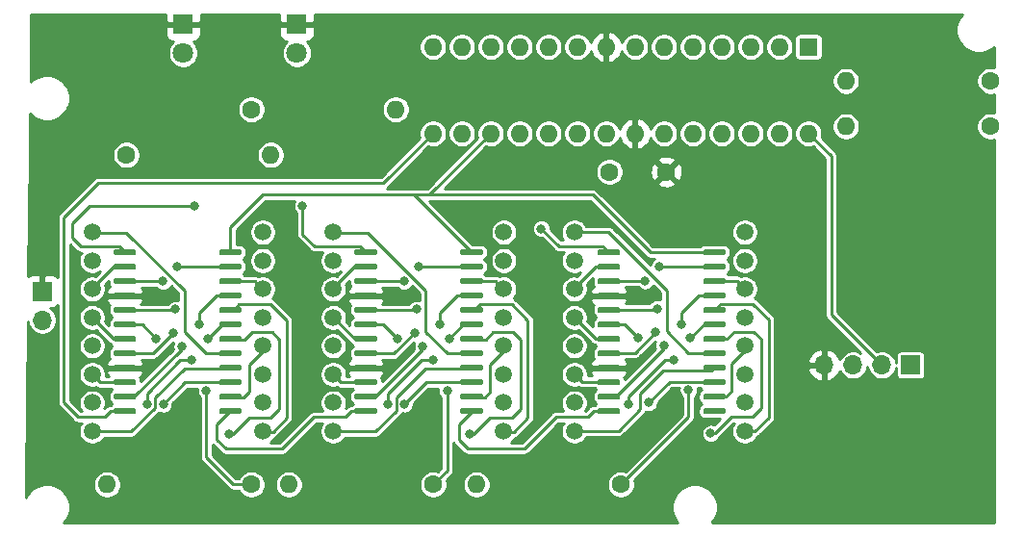
<source format=gbr>
%TF.GenerationSoftware,KiCad,Pcbnew,5.1.8*%
%TF.CreationDate,2021-01-19T18:06:27+01:00*%
%TF.ProjectId,hl-alyx-glove,686c2d61-6c79-4782-9d67-6c6f76652e6b,rev?*%
%TF.SameCoordinates,Original*%
%TF.FileFunction,Copper,L2,Bot*%
%TF.FilePolarity,Positive*%
%FSLAX46Y46*%
G04 Gerber Fmt 4.6, Leading zero omitted, Abs format (unit mm)*
G04 Created by KiCad (PCBNEW 5.1.8) date 2021-01-19 18:06:27*
%MOMM*%
%LPD*%
G01*
G04 APERTURE LIST*
%TA.AperFunction,ComponentPad*%
%ADD10O,1.700000X1.700000*%
%TD*%
%TA.AperFunction,ComponentPad*%
%ADD11R,1.700000X1.700000*%
%TD*%
%TA.AperFunction,ComponentPad*%
%ADD12O,1.600000X1.600000*%
%TD*%
%TA.AperFunction,ComponentPad*%
%ADD13R,1.600000X1.600000*%
%TD*%
%TA.AperFunction,ComponentPad*%
%ADD14C,1.500000*%
%TD*%
%TA.AperFunction,ComponentPad*%
%ADD15C,1.600000*%
%TD*%
%TA.AperFunction,ComponentPad*%
%ADD16C,1.800000*%
%TD*%
%TA.AperFunction,ComponentPad*%
%ADD17R,1.800000X1.800000*%
%TD*%
%TA.AperFunction,ViaPad*%
%ADD18C,0.800000*%
%TD*%
%TA.AperFunction,Conductor*%
%ADD19C,0.250000*%
%TD*%
%TA.AperFunction,Conductor*%
%ADD20C,0.254000*%
%TD*%
%TA.AperFunction,Conductor*%
%ADD21C,0.100000*%
%TD*%
G04 APERTURE END LIST*
D10*
%TO.P,J2,2*%
%TO.N,+3V3*%
X87600000Y-73540000D03*
D11*
%TO.P,J2,1*%
%TO.N,GND*%
X87600000Y-71000000D03*
%TD*%
D12*
%TO.P,U4,28*%
%TO.N,Net-(J1-Pad2)*%
X155000000Y-57120000D03*
%TO.P,U4,14*%
%TO.N,Net-(R6-Pad2)*%
X121980000Y-49500000D03*
%TO.P,U4,27*%
%TO.N,Net-(J1-Pad1)*%
X152460000Y-57120000D03*
%TO.P,U4,13*%
%TO.N,Net-(R5-Pad2)*%
X124520000Y-49500000D03*
%TO.P,U4,26*%
%TO.N,Net-(U4-Pad26)*%
X149920000Y-57120000D03*
%TO.P,U4,12*%
%TO.N,Net-(U4-Pad12)*%
X127060000Y-49500000D03*
%TO.P,U4,25*%
%TO.N,Net-(U4-Pad25)*%
X147380000Y-57120000D03*
%TO.P,U4,11*%
%TO.N,Net-(U4-Pad11)*%
X129600000Y-49500000D03*
%TO.P,U4,24*%
%TO.N,Net-(U4-Pad24)*%
X144840000Y-57120000D03*
%TO.P,U4,10*%
%TO.N,Net-(U4-Pad10)*%
X132140000Y-49500000D03*
%TO.P,U4,23*%
%TO.N,Net-(U4-Pad23)*%
X142300000Y-57120000D03*
%TO.P,U4,9*%
%TO.N,Net-(U4-Pad9)*%
X134680000Y-49500000D03*
%TO.P,U4,22*%
%TO.N,GND*%
X139760000Y-57120000D03*
%TO.P,U4,8*%
X137220000Y-49500000D03*
%TO.P,U4,21*%
%TO.N,+3V3*%
X137220000Y-57120000D03*
%TO.P,U4,7*%
X139760000Y-49500000D03*
%TO.P,U4,20*%
X134680000Y-57120000D03*
%TO.P,U4,6*%
%TO.N,Net-(U4-Pad6)*%
X142300000Y-49500000D03*
%TO.P,U4,19*%
%TO.N,Net-(U4-Pad19)*%
X132140000Y-57120000D03*
%TO.P,U4,5*%
%TO.N,Net-(U4-Pad5)*%
X144840000Y-49500000D03*
%TO.P,U4,18*%
%TO.N,Net-(U4-Pad18)*%
X129600000Y-57120000D03*
%TO.P,U4,4*%
%TO.N,Net-(R7-Pad2)*%
X147380000Y-49500000D03*
%TO.P,U4,17*%
%TO.N,/LED_Matrix_0/CLK*%
X127060000Y-57120000D03*
%TO.P,U4,3*%
%TO.N,Net-(U4-Pad3)*%
X149920000Y-49500000D03*
%TO.P,U4,16*%
%TO.N,/LED_Matrix_0/LOAD*%
X124520000Y-57120000D03*
%TO.P,U4,2*%
%TO.N,Net-(U4-Pad2)*%
X152460000Y-49500000D03*
%TO.P,U4,15*%
%TO.N,/LED_Matrix_0/DIN*%
X121980000Y-57120000D03*
D13*
%TO.P,U4,1*%
%TO.N,Net-(R4-Pad2)*%
X155000000Y-49500000D03*
%TD*%
D14*
%TO.P,LED3,16*%
%TO.N,/LED_Matrix_2/R8*%
X149400001Y-65810001D03*
%TO.P,LED3,1*%
%TO.N,/LED_Matrix_2/C4*%
X134400001Y-65810001D03*
%TO.P,LED3,15*%
%TO.N,/LED_Matrix_2/R7*%
X149400001Y-68310001D03*
%TO.P,LED3,2*%
%TO.N,/LED_Matrix_2/C2*%
X134400001Y-68310001D03*
%TO.P,LED3,14*%
%TO.N,/LED_Matrix_2/C7*%
X149400001Y-70810001D03*
%TO.P,LED3,3*%
%TO.N,/LED_Matrix_2/R2*%
X134400001Y-70810001D03*
%TO.P,LED3,13*%
%TO.N,/LED_Matrix_2/R1*%
X149400001Y-73310001D03*
%TO.P,LED3,4*%
%TO.N,/LED_Matrix_2/R3*%
X134400001Y-73310001D03*
%TO.P,LED3,12*%
%TO.N,/LED_Matrix_2/C5*%
X149400001Y-75810001D03*
%TO.P,LED3,5*%
%TO.N,/LED_Matrix_2/C1*%
X134400001Y-75810001D03*
%TO.P,LED3,11*%
%TO.N,/LED_Matrix_2/R6*%
X149400001Y-78310001D03*
%TO.P,LED3,6*%
%TO.N,/LED_Matrix_2/R5*%
X134400001Y-78310001D03*
%TO.P,LED3,10*%
%TO.N,/LED_Matrix_2/R4*%
X149400001Y-80810001D03*
%TO.P,LED3,7*%
%TO.N,/LED_Matrix_2/C3*%
X134400001Y-80810001D03*
%TO.P,LED3,9*%
%TO.N,/LED_Matrix_2/C8*%
X149400001Y-83310001D03*
%TO.P,LED3,8*%
%TO.N,/LED_Matrix_2/C6*%
X134400001Y-83310001D03*
%TD*%
D15*
%TO.P,C1,2*%
%TO.N,GND*%
X142500000Y-60500000D03*
%TO.P,C1,1*%
%TO.N,+3V3*%
X137500000Y-60500000D03*
%TD*%
D12*
%TO.P,R7,2*%
%TO.N,Net-(R7-Pad2)*%
X158300000Y-56500000D03*
D15*
%TO.P,R7,1*%
%TO.N,Net-(D3-Pad4)*%
X171000000Y-56500000D03*
%TD*%
D12*
%TO.P,R6,2*%
%TO.N,Net-(R6-Pad2)*%
X107700000Y-59000000D03*
D15*
%TO.P,R6,1*%
%TO.N,Net-(D2-Pad2)*%
X95000000Y-59000000D03*
%TD*%
D12*
%TO.P,R5,2*%
%TO.N,Net-(R5-Pad2)*%
X118700000Y-55000000D03*
D15*
%TO.P,R5,1*%
%TO.N,Net-(D1-Pad2)*%
X106000000Y-55000000D03*
%TD*%
D16*
%TO.P,D2,2*%
%TO.N,Net-(D2-Pad2)*%
X100000000Y-50040000D03*
D17*
%TO.P,D2,1*%
%TO.N,GND*%
X100000000Y-47500000D03*
%TD*%
D16*
%TO.P,D1,2*%
%TO.N,Net-(D1-Pad2)*%
X110000000Y-50040000D03*
D17*
%TO.P,D1,1*%
%TO.N,GND*%
X110000000Y-47500000D03*
%TD*%
D12*
%TO.P,R4,2*%
%TO.N,Net-(R4-Pad2)*%
X158300000Y-52500000D03*
D15*
%TO.P,R4,1*%
%TO.N,+3V3*%
X171000000Y-52500000D03*
%TD*%
D10*
%TO.P,J1,4*%
%TO.N,GND*%
X156380000Y-77500000D03*
%TO.P,J1,3*%
%TO.N,+3V3*%
X158920000Y-77500000D03*
%TO.P,J1,2*%
%TO.N,Net-(J1-Pad2)*%
X161460000Y-77500000D03*
D11*
%TO.P,J1,1*%
%TO.N,Net-(J1-Pad1)*%
X164000000Y-77500000D03*
%TD*%
%TO.P,U3,24*%
%TO.N,/LED_Matrix_2/DOUT*%
%TA.AperFunction,SMDPad,CuDef*%
G36*
G01*
X145735000Y-81682501D02*
X145735000Y-81407501D01*
G75*
G02*
X145872500Y-81270001I137500J0D01*
G01*
X147597500Y-81270001D01*
G75*
G02*
X147735000Y-81407501I0J-137500D01*
G01*
X147735000Y-81682501D01*
G75*
G02*
X147597500Y-81820001I-137500J0D01*
G01*
X145872500Y-81820001D01*
G75*
G02*
X145735000Y-81682501I0J137500D01*
G01*
G37*
%TD.AperFunction*%
%TO.P,U3,23*%
%TO.N,/LED_Matrix_2/C5*%
%TA.AperFunction,SMDPad,CuDef*%
G36*
G01*
X145735000Y-80412501D02*
X145735000Y-80137501D01*
G75*
G02*
X145872500Y-80000001I137500J0D01*
G01*
X147597500Y-80000001D01*
G75*
G02*
X147735000Y-80137501I0J-137500D01*
G01*
X147735000Y-80412501D01*
G75*
G02*
X147597500Y-80550001I-137500J0D01*
G01*
X145872500Y-80550001D01*
G75*
G02*
X145735000Y-80412501I0J137500D01*
G01*
G37*
%TD.AperFunction*%
%TO.P,U3,22*%
%TO.N,/LED_Matrix_2/C1*%
%TA.AperFunction,SMDPad,CuDef*%
G36*
G01*
X145735000Y-79142501D02*
X145735000Y-78867501D01*
G75*
G02*
X145872500Y-78730001I137500J0D01*
G01*
X147597500Y-78730001D01*
G75*
G02*
X147735000Y-78867501I0J-137500D01*
G01*
X147735000Y-79142501D01*
G75*
G02*
X147597500Y-79280001I-137500J0D01*
G01*
X145872500Y-79280001D01*
G75*
G02*
X145735000Y-79142501I0J137500D01*
G01*
G37*
%TD.AperFunction*%
%TO.P,U3,21*%
%TO.N,/LED_Matrix_2/C6*%
%TA.AperFunction,SMDPad,CuDef*%
G36*
G01*
X145735000Y-77872501D02*
X145735000Y-77597501D01*
G75*
G02*
X145872500Y-77460001I137500J0D01*
G01*
X147597500Y-77460001D01*
G75*
G02*
X147735000Y-77597501I0J-137500D01*
G01*
X147735000Y-77872501D01*
G75*
G02*
X147597500Y-78010001I-137500J0D01*
G01*
X145872500Y-78010001D01*
G75*
G02*
X145735000Y-77872501I0J137500D01*
G01*
G37*
%TD.AperFunction*%
%TO.P,U3,20*%
%TO.N,/LED_Matrix_2/C4*%
%TA.AperFunction,SMDPad,CuDef*%
G36*
G01*
X145735000Y-76602501D02*
X145735000Y-76327501D01*
G75*
G02*
X145872500Y-76190001I137500J0D01*
G01*
X147597500Y-76190001D01*
G75*
G02*
X147735000Y-76327501I0J-137500D01*
G01*
X147735000Y-76602501D01*
G75*
G02*
X147597500Y-76740001I-137500J0D01*
G01*
X145872500Y-76740001D01*
G75*
G02*
X145735000Y-76602501I0J137500D01*
G01*
G37*
%TD.AperFunction*%
%TO.P,U3,19*%
%TO.N,+3V3*%
%TA.AperFunction,SMDPad,CuDef*%
G36*
G01*
X145735000Y-75332501D02*
X145735000Y-75057501D01*
G75*
G02*
X145872500Y-74920001I137500J0D01*
G01*
X147597500Y-74920001D01*
G75*
G02*
X147735000Y-75057501I0J-137500D01*
G01*
X147735000Y-75332501D01*
G75*
G02*
X147597500Y-75470001I-137500J0D01*
G01*
X145872500Y-75470001D01*
G75*
G02*
X145735000Y-75332501I0J137500D01*
G01*
G37*
%TD.AperFunction*%
%TO.P,U3,18*%
%TO.N,Net-(R3-Pad1)*%
%TA.AperFunction,SMDPad,CuDef*%
G36*
G01*
X145735000Y-74062501D02*
X145735000Y-73787501D01*
G75*
G02*
X145872500Y-73650001I137500J0D01*
G01*
X147597500Y-73650001D01*
G75*
G02*
X147735000Y-73787501I0J-137500D01*
G01*
X147735000Y-74062501D01*
G75*
G02*
X147597500Y-74200001I-137500J0D01*
G01*
X145872500Y-74200001D01*
G75*
G02*
X145735000Y-74062501I0J137500D01*
G01*
G37*
%TD.AperFunction*%
%TO.P,U3,17*%
%TO.N,/LED_Matrix_2/C8*%
%TA.AperFunction,SMDPad,CuDef*%
G36*
G01*
X145735000Y-72792501D02*
X145735000Y-72517501D01*
G75*
G02*
X145872500Y-72380001I137500J0D01*
G01*
X147597500Y-72380001D01*
G75*
G02*
X147735000Y-72517501I0J-137500D01*
G01*
X147735000Y-72792501D01*
G75*
G02*
X147597500Y-72930001I-137500J0D01*
G01*
X145872500Y-72930001D01*
G75*
G02*
X145735000Y-72792501I0J137500D01*
G01*
G37*
%TD.AperFunction*%
%TO.P,U3,16*%
%TO.N,/LED_Matrix_2/C3*%
%TA.AperFunction,SMDPad,CuDef*%
G36*
G01*
X145735000Y-71522501D02*
X145735000Y-71247501D01*
G75*
G02*
X145872500Y-71110001I137500J0D01*
G01*
X147597500Y-71110001D01*
G75*
G02*
X147735000Y-71247501I0J-137500D01*
G01*
X147735000Y-71522501D01*
G75*
G02*
X147597500Y-71660001I-137500J0D01*
G01*
X145872500Y-71660001D01*
G75*
G02*
X145735000Y-71522501I0J137500D01*
G01*
G37*
%TD.AperFunction*%
%TO.P,U3,15*%
%TO.N,/LED_Matrix_2/C7*%
%TA.AperFunction,SMDPad,CuDef*%
G36*
G01*
X145735000Y-70252501D02*
X145735000Y-69977501D01*
G75*
G02*
X145872500Y-69840001I137500J0D01*
G01*
X147597500Y-69840001D01*
G75*
G02*
X147735000Y-69977501I0J-137500D01*
G01*
X147735000Y-70252501D01*
G75*
G02*
X147597500Y-70390001I-137500J0D01*
G01*
X145872500Y-70390001D01*
G75*
G02*
X145735000Y-70252501I0J137500D01*
G01*
G37*
%TD.AperFunction*%
%TO.P,U3,14*%
%TO.N,/LED_Matrix_2/C2*%
%TA.AperFunction,SMDPad,CuDef*%
G36*
G01*
X145735000Y-68982501D02*
X145735000Y-68707501D01*
G75*
G02*
X145872500Y-68570001I137500J0D01*
G01*
X147597500Y-68570001D01*
G75*
G02*
X147735000Y-68707501I0J-137500D01*
G01*
X147735000Y-68982501D01*
G75*
G02*
X147597500Y-69120001I-137500J0D01*
G01*
X145872500Y-69120001D01*
G75*
G02*
X145735000Y-68982501I0J137500D01*
G01*
G37*
%TD.AperFunction*%
%TO.P,U3,13*%
%TO.N,/LED_Matrix_0/CLK*%
%TA.AperFunction,SMDPad,CuDef*%
G36*
G01*
X145735000Y-67712501D02*
X145735000Y-67437501D01*
G75*
G02*
X145872500Y-67300001I137500J0D01*
G01*
X147597500Y-67300001D01*
G75*
G02*
X147735000Y-67437501I0J-137500D01*
G01*
X147735000Y-67712501D01*
G75*
G02*
X147597500Y-67850001I-137500J0D01*
G01*
X145872500Y-67850001D01*
G75*
G02*
X145735000Y-67712501I0J137500D01*
G01*
G37*
%TD.AperFunction*%
%TO.P,U3,12*%
%TO.N,/LED_Matrix_0/LOAD*%
%TA.AperFunction,SMDPad,CuDef*%
G36*
G01*
X136435000Y-67712501D02*
X136435000Y-67437501D01*
G75*
G02*
X136572500Y-67300001I137500J0D01*
G01*
X138297500Y-67300001D01*
G75*
G02*
X138435000Y-67437501I0J-137500D01*
G01*
X138435000Y-67712501D01*
G75*
G02*
X138297500Y-67850001I-137500J0D01*
G01*
X136572500Y-67850001D01*
G75*
G02*
X136435000Y-67712501I0J137500D01*
G01*
G37*
%TD.AperFunction*%
%TO.P,U3,11*%
%TO.N,/LED_Matrix_2/R2*%
%TA.AperFunction,SMDPad,CuDef*%
G36*
G01*
X136435000Y-68982501D02*
X136435000Y-68707501D01*
G75*
G02*
X136572500Y-68570001I137500J0D01*
G01*
X138297500Y-68570001D01*
G75*
G02*
X138435000Y-68707501I0J-137500D01*
G01*
X138435000Y-68982501D01*
G75*
G02*
X138297500Y-69120001I-137500J0D01*
G01*
X136572500Y-69120001D01*
G75*
G02*
X136435000Y-68982501I0J137500D01*
G01*
G37*
%TD.AperFunction*%
%TO.P,U3,10*%
%TO.N,/LED_Matrix_2/R6*%
%TA.AperFunction,SMDPad,CuDef*%
G36*
G01*
X136435000Y-70252501D02*
X136435000Y-69977501D01*
G75*
G02*
X136572500Y-69840001I137500J0D01*
G01*
X138297500Y-69840001D01*
G75*
G02*
X138435000Y-69977501I0J-137500D01*
G01*
X138435000Y-70252501D01*
G75*
G02*
X138297500Y-70390001I-137500J0D01*
G01*
X136572500Y-70390001D01*
G75*
G02*
X136435000Y-70252501I0J137500D01*
G01*
G37*
%TD.AperFunction*%
%TO.P,U3,9*%
%TO.N,GND*%
%TA.AperFunction,SMDPad,CuDef*%
G36*
G01*
X136435000Y-71522501D02*
X136435000Y-71247501D01*
G75*
G02*
X136572500Y-71110001I137500J0D01*
G01*
X138297500Y-71110001D01*
G75*
G02*
X138435000Y-71247501I0J-137500D01*
G01*
X138435000Y-71522501D01*
G75*
G02*
X138297500Y-71660001I-137500J0D01*
G01*
X136572500Y-71660001D01*
G75*
G02*
X136435000Y-71522501I0J137500D01*
G01*
G37*
%TD.AperFunction*%
%TO.P,U3,8*%
%TO.N,/LED_Matrix_2/R8*%
%TA.AperFunction,SMDPad,CuDef*%
G36*
G01*
X136435000Y-72792501D02*
X136435000Y-72517501D01*
G75*
G02*
X136572500Y-72380001I137500J0D01*
G01*
X138297500Y-72380001D01*
G75*
G02*
X138435000Y-72517501I0J-137500D01*
G01*
X138435000Y-72792501D01*
G75*
G02*
X138297500Y-72930001I-137500J0D01*
G01*
X136572500Y-72930001D01*
G75*
G02*
X136435000Y-72792501I0J137500D01*
G01*
G37*
%TD.AperFunction*%
%TO.P,U3,7*%
%TO.N,/LED_Matrix_2/R4*%
%TA.AperFunction,SMDPad,CuDef*%
G36*
G01*
X136435000Y-74062501D02*
X136435000Y-73787501D01*
G75*
G02*
X136572500Y-73650001I137500J0D01*
G01*
X138297500Y-73650001D01*
G75*
G02*
X138435000Y-73787501I0J-137500D01*
G01*
X138435000Y-74062501D01*
G75*
G02*
X138297500Y-74200001I-137500J0D01*
G01*
X136572500Y-74200001D01*
G75*
G02*
X136435000Y-74062501I0J137500D01*
G01*
G37*
%TD.AperFunction*%
%TO.P,U3,6*%
%TO.N,/LED_Matrix_2/R3*%
%TA.AperFunction,SMDPad,CuDef*%
G36*
G01*
X136435000Y-75332501D02*
X136435000Y-75057501D01*
G75*
G02*
X136572500Y-74920001I137500J0D01*
G01*
X138297500Y-74920001D01*
G75*
G02*
X138435000Y-75057501I0J-137500D01*
G01*
X138435000Y-75332501D01*
G75*
G02*
X138297500Y-75470001I-137500J0D01*
G01*
X136572500Y-75470001D01*
G75*
G02*
X136435000Y-75332501I0J137500D01*
G01*
G37*
%TD.AperFunction*%
%TO.P,U3,5*%
%TO.N,/LED_Matrix_2/R7*%
%TA.AperFunction,SMDPad,CuDef*%
G36*
G01*
X136435000Y-76602501D02*
X136435000Y-76327501D01*
G75*
G02*
X136572500Y-76190001I137500J0D01*
G01*
X138297500Y-76190001D01*
G75*
G02*
X138435000Y-76327501I0J-137500D01*
G01*
X138435000Y-76602501D01*
G75*
G02*
X138297500Y-76740001I-137500J0D01*
G01*
X136572500Y-76740001D01*
G75*
G02*
X136435000Y-76602501I0J137500D01*
G01*
G37*
%TD.AperFunction*%
%TO.P,U3,4*%
%TO.N,GND*%
%TA.AperFunction,SMDPad,CuDef*%
G36*
G01*
X136435000Y-77872501D02*
X136435000Y-77597501D01*
G75*
G02*
X136572500Y-77460001I137500J0D01*
G01*
X138297500Y-77460001D01*
G75*
G02*
X138435000Y-77597501I0J-137500D01*
G01*
X138435000Y-77872501D01*
G75*
G02*
X138297500Y-78010001I-137500J0D01*
G01*
X136572500Y-78010001D01*
G75*
G02*
X136435000Y-77872501I0J137500D01*
G01*
G37*
%TD.AperFunction*%
%TO.P,U3,3*%
%TO.N,/LED_Matrix_2/R5*%
%TA.AperFunction,SMDPad,CuDef*%
G36*
G01*
X136435000Y-79142501D02*
X136435000Y-78867501D01*
G75*
G02*
X136572500Y-78730001I137500J0D01*
G01*
X138297500Y-78730001D01*
G75*
G02*
X138435000Y-78867501I0J-137500D01*
G01*
X138435000Y-79142501D01*
G75*
G02*
X138297500Y-79280001I-137500J0D01*
G01*
X136572500Y-79280001D01*
G75*
G02*
X136435000Y-79142501I0J137500D01*
G01*
G37*
%TD.AperFunction*%
%TO.P,U3,2*%
%TO.N,/LED_Matrix_2/R1*%
%TA.AperFunction,SMDPad,CuDef*%
G36*
G01*
X136435000Y-80412501D02*
X136435000Y-80137501D01*
G75*
G02*
X136572500Y-80000001I137500J0D01*
G01*
X138297500Y-80000001D01*
G75*
G02*
X138435000Y-80137501I0J-137500D01*
G01*
X138435000Y-80412501D01*
G75*
G02*
X138297500Y-80550001I-137500J0D01*
G01*
X136572500Y-80550001D01*
G75*
G02*
X136435000Y-80412501I0J137500D01*
G01*
G37*
%TD.AperFunction*%
%TO.P,U3,1*%
%TO.N,/LED_Matrix_2/DIN*%
%TA.AperFunction,SMDPad,CuDef*%
G36*
G01*
X136435000Y-81682501D02*
X136435000Y-81407501D01*
G75*
G02*
X136572500Y-81270001I137500J0D01*
G01*
X138297500Y-81270001D01*
G75*
G02*
X138435000Y-81407501I0J-137500D01*
G01*
X138435000Y-81682501D01*
G75*
G02*
X138297500Y-81820001I-137500J0D01*
G01*
X136572500Y-81820001D01*
G75*
G02*
X136435000Y-81682501I0J137500D01*
G01*
G37*
%TD.AperFunction*%
%TD*%
%TO.P,U2,1*%
%TO.N,/LED_Matrix_1/DIN*%
%TA.AperFunction,SMDPad,CuDef*%
G36*
G01*
X115050000Y-81682501D02*
X115050000Y-81407501D01*
G75*
G02*
X115187500Y-81270001I137500J0D01*
G01*
X116912500Y-81270001D01*
G75*
G02*
X117050000Y-81407501I0J-137500D01*
G01*
X117050000Y-81682501D01*
G75*
G02*
X116912500Y-81820001I-137500J0D01*
G01*
X115187500Y-81820001D01*
G75*
G02*
X115050000Y-81682501I0J137500D01*
G01*
G37*
%TD.AperFunction*%
%TO.P,U2,2*%
%TO.N,/LED_Matrix_1/R1*%
%TA.AperFunction,SMDPad,CuDef*%
G36*
G01*
X115050000Y-80412501D02*
X115050000Y-80137501D01*
G75*
G02*
X115187500Y-80000001I137500J0D01*
G01*
X116912500Y-80000001D01*
G75*
G02*
X117050000Y-80137501I0J-137500D01*
G01*
X117050000Y-80412501D01*
G75*
G02*
X116912500Y-80550001I-137500J0D01*
G01*
X115187500Y-80550001D01*
G75*
G02*
X115050000Y-80412501I0J137500D01*
G01*
G37*
%TD.AperFunction*%
%TO.P,U2,3*%
%TO.N,/LED_Matrix_1/R5*%
%TA.AperFunction,SMDPad,CuDef*%
G36*
G01*
X115050000Y-79142501D02*
X115050000Y-78867501D01*
G75*
G02*
X115187500Y-78730001I137500J0D01*
G01*
X116912500Y-78730001D01*
G75*
G02*
X117050000Y-78867501I0J-137500D01*
G01*
X117050000Y-79142501D01*
G75*
G02*
X116912500Y-79280001I-137500J0D01*
G01*
X115187500Y-79280001D01*
G75*
G02*
X115050000Y-79142501I0J137500D01*
G01*
G37*
%TD.AperFunction*%
%TO.P,U2,4*%
%TO.N,GND*%
%TA.AperFunction,SMDPad,CuDef*%
G36*
G01*
X115050000Y-77872501D02*
X115050000Y-77597501D01*
G75*
G02*
X115187500Y-77460001I137500J0D01*
G01*
X116912500Y-77460001D01*
G75*
G02*
X117050000Y-77597501I0J-137500D01*
G01*
X117050000Y-77872501D01*
G75*
G02*
X116912500Y-78010001I-137500J0D01*
G01*
X115187500Y-78010001D01*
G75*
G02*
X115050000Y-77872501I0J137500D01*
G01*
G37*
%TD.AperFunction*%
%TO.P,U2,5*%
%TO.N,/LED_Matrix_1/R7*%
%TA.AperFunction,SMDPad,CuDef*%
G36*
G01*
X115050000Y-76602501D02*
X115050000Y-76327501D01*
G75*
G02*
X115187500Y-76190001I137500J0D01*
G01*
X116912500Y-76190001D01*
G75*
G02*
X117050000Y-76327501I0J-137500D01*
G01*
X117050000Y-76602501D01*
G75*
G02*
X116912500Y-76740001I-137500J0D01*
G01*
X115187500Y-76740001D01*
G75*
G02*
X115050000Y-76602501I0J137500D01*
G01*
G37*
%TD.AperFunction*%
%TO.P,U2,6*%
%TO.N,/LED_Matrix_1/R3*%
%TA.AperFunction,SMDPad,CuDef*%
G36*
G01*
X115050000Y-75332501D02*
X115050000Y-75057501D01*
G75*
G02*
X115187500Y-74920001I137500J0D01*
G01*
X116912500Y-74920001D01*
G75*
G02*
X117050000Y-75057501I0J-137500D01*
G01*
X117050000Y-75332501D01*
G75*
G02*
X116912500Y-75470001I-137500J0D01*
G01*
X115187500Y-75470001D01*
G75*
G02*
X115050000Y-75332501I0J137500D01*
G01*
G37*
%TD.AperFunction*%
%TO.P,U2,7*%
%TO.N,/LED_Matrix_1/R4*%
%TA.AperFunction,SMDPad,CuDef*%
G36*
G01*
X115050000Y-74062501D02*
X115050000Y-73787501D01*
G75*
G02*
X115187500Y-73650001I137500J0D01*
G01*
X116912500Y-73650001D01*
G75*
G02*
X117050000Y-73787501I0J-137500D01*
G01*
X117050000Y-74062501D01*
G75*
G02*
X116912500Y-74200001I-137500J0D01*
G01*
X115187500Y-74200001D01*
G75*
G02*
X115050000Y-74062501I0J137500D01*
G01*
G37*
%TD.AperFunction*%
%TO.P,U2,8*%
%TO.N,/LED_Matrix_1/R8*%
%TA.AperFunction,SMDPad,CuDef*%
G36*
G01*
X115050000Y-72792501D02*
X115050000Y-72517501D01*
G75*
G02*
X115187500Y-72380001I137500J0D01*
G01*
X116912500Y-72380001D01*
G75*
G02*
X117050000Y-72517501I0J-137500D01*
G01*
X117050000Y-72792501D01*
G75*
G02*
X116912500Y-72930001I-137500J0D01*
G01*
X115187500Y-72930001D01*
G75*
G02*
X115050000Y-72792501I0J137500D01*
G01*
G37*
%TD.AperFunction*%
%TO.P,U2,9*%
%TO.N,GND*%
%TA.AperFunction,SMDPad,CuDef*%
G36*
G01*
X115050000Y-71522501D02*
X115050000Y-71247501D01*
G75*
G02*
X115187500Y-71110001I137500J0D01*
G01*
X116912500Y-71110001D01*
G75*
G02*
X117050000Y-71247501I0J-137500D01*
G01*
X117050000Y-71522501D01*
G75*
G02*
X116912500Y-71660001I-137500J0D01*
G01*
X115187500Y-71660001D01*
G75*
G02*
X115050000Y-71522501I0J137500D01*
G01*
G37*
%TD.AperFunction*%
%TO.P,U2,10*%
%TO.N,/LED_Matrix_1/R6*%
%TA.AperFunction,SMDPad,CuDef*%
G36*
G01*
X115050000Y-70252501D02*
X115050000Y-69977501D01*
G75*
G02*
X115187500Y-69840001I137500J0D01*
G01*
X116912500Y-69840001D01*
G75*
G02*
X117050000Y-69977501I0J-137500D01*
G01*
X117050000Y-70252501D01*
G75*
G02*
X116912500Y-70390001I-137500J0D01*
G01*
X115187500Y-70390001D01*
G75*
G02*
X115050000Y-70252501I0J137500D01*
G01*
G37*
%TD.AperFunction*%
%TO.P,U2,11*%
%TO.N,/LED_Matrix_1/R2*%
%TA.AperFunction,SMDPad,CuDef*%
G36*
G01*
X115050000Y-68982501D02*
X115050000Y-68707501D01*
G75*
G02*
X115187500Y-68570001I137500J0D01*
G01*
X116912500Y-68570001D01*
G75*
G02*
X117050000Y-68707501I0J-137500D01*
G01*
X117050000Y-68982501D01*
G75*
G02*
X116912500Y-69120001I-137500J0D01*
G01*
X115187500Y-69120001D01*
G75*
G02*
X115050000Y-68982501I0J137500D01*
G01*
G37*
%TD.AperFunction*%
%TO.P,U2,12*%
%TO.N,/LED_Matrix_0/LOAD*%
%TA.AperFunction,SMDPad,CuDef*%
G36*
G01*
X115050000Y-67712501D02*
X115050000Y-67437501D01*
G75*
G02*
X115187500Y-67300001I137500J0D01*
G01*
X116912500Y-67300001D01*
G75*
G02*
X117050000Y-67437501I0J-137500D01*
G01*
X117050000Y-67712501D01*
G75*
G02*
X116912500Y-67850001I-137500J0D01*
G01*
X115187500Y-67850001D01*
G75*
G02*
X115050000Y-67712501I0J137500D01*
G01*
G37*
%TD.AperFunction*%
%TO.P,U2,13*%
%TO.N,/LED_Matrix_0/CLK*%
%TA.AperFunction,SMDPad,CuDef*%
G36*
G01*
X124350000Y-67712501D02*
X124350000Y-67437501D01*
G75*
G02*
X124487500Y-67300001I137500J0D01*
G01*
X126212500Y-67300001D01*
G75*
G02*
X126350000Y-67437501I0J-137500D01*
G01*
X126350000Y-67712501D01*
G75*
G02*
X126212500Y-67850001I-137500J0D01*
G01*
X124487500Y-67850001D01*
G75*
G02*
X124350000Y-67712501I0J137500D01*
G01*
G37*
%TD.AperFunction*%
%TO.P,U2,14*%
%TO.N,/LED_Matrix_1/C2*%
%TA.AperFunction,SMDPad,CuDef*%
G36*
G01*
X124350000Y-68982501D02*
X124350000Y-68707501D01*
G75*
G02*
X124487500Y-68570001I137500J0D01*
G01*
X126212500Y-68570001D01*
G75*
G02*
X126350000Y-68707501I0J-137500D01*
G01*
X126350000Y-68982501D01*
G75*
G02*
X126212500Y-69120001I-137500J0D01*
G01*
X124487500Y-69120001D01*
G75*
G02*
X124350000Y-68982501I0J137500D01*
G01*
G37*
%TD.AperFunction*%
%TO.P,U2,15*%
%TO.N,/LED_Matrix_1/C7*%
%TA.AperFunction,SMDPad,CuDef*%
G36*
G01*
X124350000Y-70252501D02*
X124350000Y-69977501D01*
G75*
G02*
X124487500Y-69840001I137500J0D01*
G01*
X126212500Y-69840001D01*
G75*
G02*
X126350000Y-69977501I0J-137500D01*
G01*
X126350000Y-70252501D01*
G75*
G02*
X126212500Y-70390001I-137500J0D01*
G01*
X124487500Y-70390001D01*
G75*
G02*
X124350000Y-70252501I0J137500D01*
G01*
G37*
%TD.AperFunction*%
%TO.P,U2,16*%
%TO.N,/LED_Matrix_1/C3*%
%TA.AperFunction,SMDPad,CuDef*%
G36*
G01*
X124350000Y-71522501D02*
X124350000Y-71247501D01*
G75*
G02*
X124487500Y-71110001I137500J0D01*
G01*
X126212500Y-71110001D01*
G75*
G02*
X126350000Y-71247501I0J-137500D01*
G01*
X126350000Y-71522501D01*
G75*
G02*
X126212500Y-71660001I-137500J0D01*
G01*
X124487500Y-71660001D01*
G75*
G02*
X124350000Y-71522501I0J137500D01*
G01*
G37*
%TD.AperFunction*%
%TO.P,U2,17*%
%TO.N,/LED_Matrix_1/C8*%
%TA.AperFunction,SMDPad,CuDef*%
G36*
G01*
X124350000Y-72792501D02*
X124350000Y-72517501D01*
G75*
G02*
X124487500Y-72380001I137500J0D01*
G01*
X126212500Y-72380001D01*
G75*
G02*
X126350000Y-72517501I0J-137500D01*
G01*
X126350000Y-72792501D01*
G75*
G02*
X126212500Y-72930001I-137500J0D01*
G01*
X124487500Y-72930001D01*
G75*
G02*
X124350000Y-72792501I0J137500D01*
G01*
G37*
%TD.AperFunction*%
%TO.P,U2,18*%
%TO.N,Net-(R2-Pad1)*%
%TA.AperFunction,SMDPad,CuDef*%
G36*
G01*
X124350000Y-74062501D02*
X124350000Y-73787501D01*
G75*
G02*
X124487500Y-73650001I137500J0D01*
G01*
X126212500Y-73650001D01*
G75*
G02*
X126350000Y-73787501I0J-137500D01*
G01*
X126350000Y-74062501D01*
G75*
G02*
X126212500Y-74200001I-137500J0D01*
G01*
X124487500Y-74200001D01*
G75*
G02*
X124350000Y-74062501I0J137500D01*
G01*
G37*
%TD.AperFunction*%
%TO.P,U2,19*%
%TO.N,+3V3*%
%TA.AperFunction,SMDPad,CuDef*%
G36*
G01*
X124350000Y-75332501D02*
X124350000Y-75057501D01*
G75*
G02*
X124487500Y-74920001I137500J0D01*
G01*
X126212500Y-74920001D01*
G75*
G02*
X126350000Y-75057501I0J-137500D01*
G01*
X126350000Y-75332501D01*
G75*
G02*
X126212500Y-75470001I-137500J0D01*
G01*
X124487500Y-75470001D01*
G75*
G02*
X124350000Y-75332501I0J137500D01*
G01*
G37*
%TD.AperFunction*%
%TO.P,U2,20*%
%TO.N,/LED_Matrix_1/C4*%
%TA.AperFunction,SMDPad,CuDef*%
G36*
G01*
X124350000Y-76602501D02*
X124350000Y-76327501D01*
G75*
G02*
X124487500Y-76190001I137500J0D01*
G01*
X126212500Y-76190001D01*
G75*
G02*
X126350000Y-76327501I0J-137500D01*
G01*
X126350000Y-76602501D01*
G75*
G02*
X126212500Y-76740001I-137500J0D01*
G01*
X124487500Y-76740001D01*
G75*
G02*
X124350000Y-76602501I0J137500D01*
G01*
G37*
%TD.AperFunction*%
%TO.P,U2,21*%
%TO.N,/LED_Matrix_1/C6*%
%TA.AperFunction,SMDPad,CuDef*%
G36*
G01*
X124350000Y-77872501D02*
X124350000Y-77597501D01*
G75*
G02*
X124487500Y-77460001I137500J0D01*
G01*
X126212500Y-77460001D01*
G75*
G02*
X126350000Y-77597501I0J-137500D01*
G01*
X126350000Y-77872501D01*
G75*
G02*
X126212500Y-78010001I-137500J0D01*
G01*
X124487500Y-78010001D01*
G75*
G02*
X124350000Y-77872501I0J137500D01*
G01*
G37*
%TD.AperFunction*%
%TO.P,U2,22*%
%TO.N,/LED_Matrix_1/C1*%
%TA.AperFunction,SMDPad,CuDef*%
G36*
G01*
X124350000Y-79142501D02*
X124350000Y-78867501D01*
G75*
G02*
X124487500Y-78730001I137500J0D01*
G01*
X126212500Y-78730001D01*
G75*
G02*
X126350000Y-78867501I0J-137500D01*
G01*
X126350000Y-79142501D01*
G75*
G02*
X126212500Y-79280001I-137500J0D01*
G01*
X124487500Y-79280001D01*
G75*
G02*
X124350000Y-79142501I0J137500D01*
G01*
G37*
%TD.AperFunction*%
%TO.P,U2,23*%
%TO.N,/LED_Matrix_1/C5*%
%TA.AperFunction,SMDPad,CuDef*%
G36*
G01*
X124350000Y-80412501D02*
X124350000Y-80137501D01*
G75*
G02*
X124487500Y-80000001I137500J0D01*
G01*
X126212500Y-80000001D01*
G75*
G02*
X126350000Y-80137501I0J-137500D01*
G01*
X126350000Y-80412501D01*
G75*
G02*
X126212500Y-80550001I-137500J0D01*
G01*
X124487500Y-80550001D01*
G75*
G02*
X124350000Y-80412501I0J137500D01*
G01*
G37*
%TD.AperFunction*%
%TO.P,U2,24*%
%TO.N,/LED_Matrix_2/DIN*%
%TA.AperFunction,SMDPad,CuDef*%
G36*
G01*
X124350000Y-81682501D02*
X124350000Y-81407501D01*
G75*
G02*
X124487500Y-81270001I137500J0D01*
G01*
X126212500Y-81270001D01*
G75*
G02*
X126350000Y-81407501I0J-137500D01*
G01*
X126350000Y-81682501D01*
G75*
G02*
X126212500Y-81820001I-137500J0D01*
G01*
X124487500Y-81820001D01*
G75*
G02*
X124350000Y-81682501I0J137500D01*
G01*
G37*
%TD.AperFunction*%
%TD*%
%TO.P,U1,1*%
%TO.N,/LED_Matrix_0/DIN*%
%TA.AperFunction,SMDPad,CuDef*%
G36*
G01*
X93851998Y-81682501D02*
X93851998Y-81407501D01*
G75*
G02*
X93989498Y-81270001I137500J0D01*
G01*
X95714498Y-81270001D01*
G75*
G02*
X95851998Y-81407501I0J-137500D01*
G01*
X95851998Y-81682501D01*
G75*
G02*
X95714498Y-81820001I-137500J0D01*
G01*
X93989498Y-81820001D01*
G75*
G02*
X93851998Y-81682501I0J137500D01*
G01*
G37*
%TD.AperFunction*%
%TO.P,U1,2*%
%TO.N,/LED_Matrix_0/R1*%
%TA.AperFunction,SMDPad,CuDef*%
G36*
G01*
X93851998Y-80412501D02*
X93851998Y-80137501D01*
G75*
G02*
X93989498Y-80000001I137500J0D01*
G01*
X95714498Y-80000001D01*
G75*
G02*
X95851998Y-80137501I0J-137500D01*
G01*
X95851998Y-80412501D01*
G75*
G02*
X95714498Y-80550001I-137500J0D01*
G01*
X93989498Y-80550001D01*
G75*
G02*
X93851998Y-80412501I0J137500D01*
G01*
G37*
%TD.AperFunction*%
%TO.P,U1,3*%
%TO.N,/LED_Matrix_0/R5*%
%TA.AperFunction,SMDPad,CuDef*%
G36*
G01*
X93851998Y-79142501D02*
X93851998Y-78867501D01*
G75*
G02*
X93989498Y-78730001I137500J0D01*
G01*
X95714498Y-78730001D01*
G75*
G02*
X95851998Y-78867501I0J-137500D01*
G01*
X95851998Y-79142501D01*
G75*
G02*
X95714498Y-79280001I-137500J0D01*
G01*
X93989498Y-79280001D01*
G75*
G02*
X93851998Y-79142501I0J137500D01*
G01*
G37*
%TD.AperFunction*%
%TO.P,U1,4*%
%TO.N,GND*%
%TA.AperFunction,SMDPad,CuDef*%
G36*
G01*
X93851998Y-77872501D02*
X93851998Y-77597501D01*
G75*
G02*
X93989498Y-77460001I137500J0D01*
G01*
X95714498Y-77460001D01*
G75*
G02*
X95851998Y-77597501I0J-137500D01*
G01*
X95851998Y-77872501D01*
G75*
G02*
X95714498Y-78010001I-137500J0D01*
G01*
X93989498Y-78010001D01*
G75*
G02*
X93851998Y-77872501I0J137500D01*
G01*
G37*
%TD.AperFunction*%
%TO.P,U1,5*%
%TO.N,/LED_Matrix_0/R7*%
%TA.AperFunction,SMDPad,CuDef*%
G36*
G01*
X93851998Y-76602501D02*
X93851998Y-76327501D01*
G75*
G02*
X93989498Y-76190001I137500J0D01*
G01*
X95714498Y-76190001D01*
G75*
G02*
X95851998Y-76327501I0J-137500D01*
G01*
X95851998Y-76602501D01*
G75*
G02*
X95714498Y-76740001I-137500J0D01*
G01*
X93989498Y-76740001D01*
G75*
G02*
X93851998Y-76602501I0J137500D01*
G01*
G37*
%TD.AperFunction*%
%TO.P,U1,6*%
%TO.N,/LED_Matrix_0/R3*%
%TA.AperFunction,SMDPad,CuDef*%
G36*
G01*
X93851998Y-75332501D02*
X93851998Y-75057501D01*
G75*
G02*
X93989498Y-74920001I137500J0D01*
G01*
X95714498Y-74920001D01*
G75*
G02*
X95851998Y-75057501I0J-137500D01*
G01*
X95851998Y-75332501D01*
G75*
G02*
X95714498Y-75470001I-137500J0D01*
G01*
X93989498Y-75470001D01*
G75*
G02*
X93851998Y-75332501I0J137500D01*
G01*
G37*
%TD.AperFunction*%
%TO.P,U1,7*%
%TO.N,/LED_Matrix_0/R4*%
%TA.AperFunction,SMDPad,CuDef*%
G36*
G01*
X93851998Y-74062501D02*
X93851998Y-73787501D01*
G75*
G02*
X93989498Y-73650001I137500J0D01*
G01*
X95714498Y-73650001D01*
G75*
G02*
X95851998Y-73787501I0J-137500D01*
G01*
X95851998Y-74062501D01*
G75*
G02*
X95714498Y-74200001I-137500J0D01*
G01*
X93989498Y-74200001D01*
G75*
G02*
X93851998Y-74062501I0J137500D01*
G01*
G37*
%TD.AperFunction*%
%TO.P,U1,8*%
%TO.N,/LED_Matrix_0/R8*%
%TA.AperFunction,SMDPad,CuDef*%
G36*
G01*
X93851998Y-72792501D02*
X93851998Y-72517501D01*
G75*
G02*
X93989498Y-72380001I137500J0D01*
G01*
X95714498Y-72380001D01*
G75*
G02*
X95851998Y-72517501I0J-137500D01*
G01*
X95851998Y-72792501D01*
G75*
G02*
X95714498Y-72930001I-137500J0D01*
G01*
X93989498Y-72930001D01*
G75*
G02*
X93851998Y-72792501I0J137500D01*
G01*
G37*
%TD.AperFunction*%
%TO.P,U1,9*%
%TO.N,GND*%
%TA.AperFunction,SMDPad,CuDef*%
G36*
G01*
X93851998Y-71522501D02*
X93851998Y-71247501D01*
G75*
G02*
X93989498Y-71110001I137500J0D01*
G01*
X95714498Y-71110001D01*
G75*
G02*
X95851998Y-71247501I0J-137500D01*
G01*
X95851998Y-71522501D01*
G75*
G02*
X95714498Y-71660001I-137500J0D01*
G01*
X93989498Y-71660001D01*
G75*
G02*
X93851998Y-71522501I0J137500D01*
G01*
G37*
%TD.AperFunction*%
%TO.P,U1,10*%
%TO.N,/LED_Matrix_0/R6*%
%TA.AperFunction,SMDPad,CuDef*%
G36*
G01*
X93851998Y-70252501D02*
X93851998Y-69977501D01*
G75*
G02*
X93989498Y-69840001I137500J0D01*
G01*
X95714498Y-69840001D01*
G75*
G02*
X95851998Y-69977501I0J-137500D01*
G01*
X95851998Y-70252501D01*
G75*
G02*
X95714498Y-70390001I-137500J0D01*
G01*
X93989498Y-70390001D01*
G75*
G02*
X93851998Y-70252501I0J137500D01*
G01*
G37*
%TD.AperFunction*%
%TO.P,U1,11*%
%TO.N,/LED_Matrix_0/R2*%
%TA.AperFunction,SMDPad,CuDef*%
G36*
G01*
X93851998Y-68982501D02*
X93851998Y-68707501D01*
G75*
G02*
X93989498Y-68570001I137500J0D01*
G01*
X95714498Y-68570001D01*
G75*
G02*
X95851998Y-68707501I0J-137500D01*
G01*
X95851998Y-68982501D01*
G75*
G02*
X95714498Y-69120001I-137500J0D01*
G01*
X93989498Y-69120001D01*
G75*
G02*
X93851998Y-68982501I0J137500D01*
G01*
G37*
%TD.AperFunction*%
%TO.P,U1,12*%
%TO.N,/LED_Matrix_0/LOAD*%
%TA.AperFunction,SMDPad,CuDef*%
G36*
G01*
X93851998Y-67712501D02*
X93851998Y-67437501D01*
G75*
G02*
X93989498Y-67300001I137500J0D01*
G01*
X95714498Y-67300001D01*
G75*
G02*
X95851998Y-67437501I0J-137500D01*
G01*
X95851998Y-67712501D01*
G75*
G02*
X95714498Y-67850001I-137500J0D01*
G01*
X93989498Y-67850001D01*
G75*
G02*
X93851998Y-67712501I0J137500D01*
G01*
G37*
%TD.AperFunction*%
%TO.P,U1,13*%
%TO.N,/LED_Matrix_0/CLK*%
%TA.AperFunction,SMDPad,CuDef*%
G36*
G01*
X103151998Y-67712501D02*
X103151998Y-67437501D01*
G75*
G02*
X103289498Y-67300001I137500J0D01*
G01*
X105014498Y-67300001D01*
G75*
G02*
X105151998Y-67437501I0J-137500D01*
G01*
X105151998Y-67712501D01*
G75*
G02*
X105014498Y-67850001I-137500J0D01*
G01*
X103289498Y-67850001D01*
G75*
G02*
X103151998Y-67712501I0J137500D01*
G01*
G37*
%TD.AperFunction*%
%TO.P,U1,14*%
%TO.N,/LED_Matrix_0/C2*%
%TA.AperFunction,SMDPad,CuDef*%
G36*
G01*
X103151998Y-68982501D02*
X103151998Y-68707501D01*
G75*
G02*
X103289498Y-68570001I137500J0D01*
G01*
X105014498Y-68570001D01*
G75*
G02*
X105151998Y-68707501I0J-137500D01*
G01*
X105151998Y-68982501D01*
G75*
G02*
X105014498Y-69120001I-137500J0D01*
G01*
X103289498Y-69120001D01*
G75*
G02*
X103151998Y-68982501I0J137500D01*
G01*
G37*
%TD.AperFunction*%
%TO.P,U1,15*%
%TO.N,/LED_Matrix_0/C7*%
%TA.AperFunction,SMDPad,CuDef*%
G36*
G01*
X103151998Y-70252501D02*
X103151998Y-69977501D01*
G75*
G02*
X103289498Y-69840001I137500J0D01*
G01*
X105014498Y-69840001D01*
G75*
G02*
X105151998Y-69977501I0J-137500D01*
G01*
X105151998Y-70252501D01*
G75*
G02*
X105014498Y-70390001I-137500J0D01*
G01*
X103289498Y-70390001D01*
G75*
G02*
X103151998Y-70252501I0J137500D01*
G01*
G37*
%TD.AperFunction*%
%TO.P,U1,16*%
%TO.N,/LED_Matrix_0/C3*%
%TA.AperFunction,SMDPad,CuDef*%
G36*
G01*
X103151998Y-71522501D02*
X103151998Y-71247501D01*
G75*
G02*
X103289498Y-71110001I137500J0D01*
G01*
X105014498Y-71110001D01*
G75*
G02*
X105151998Y-71247501I0J-137500D01*
G01*
X105151998Y-71522501D01*
G75*
G02*
X105014498Y-71660001I-137500J0D01*
G01*
X103289498Y-71660001D01*
G75*
G02*
X103151998Y-71522501I0J137500D01*
G01*
G37*
%TD.AperFunction*%
%TO.P,U1,17*%
%TO.N,/LED_Matrix_0/C8*%
%TA.AperFunction,SMDPad,CuDef*%
G36*
G01*
X103151998Y-72792501D02*
X103151998Y-72517501D01*
G75*
G02*
X103289498Y-72380001I137500J0D01*
G01*
X105014498Y-72380001D01*
G75*
G02*
X105151998Y-72517501I0J-137500D01*
G01*
X105151998Y-72792501D01*
G75*
G02*
X105014498Y-72930001I-137500J0D01*
G01*
X103289498Y-72930001D01*
G75*
G02*
X103151998Y-72792501I0J137500D01*
G01*
G37*
%TD.AperFunction*%
%TO.P,U1,18*%
%TO.N,Net-(R1-Pad1)*%
%TA.AperFunction,SMDPad,CuDef*%
G36*
G01*
X103151998Y-74062501D02*
X103151998Y-73787501D01*
G75*
G02*
X103289498Y-73650001I137500J0D01*
G01*
X105014498Y-73650001D01*
G75*
G02*
X105151998Y-73787501I0J-137500D01*
G01*
X105151998Y-74062501D01*
G75*
G02*
X105014498Y-74200001I-137500J0D01*
G01*
X103289498Y-74200001D01*
G75*
G02*
X103151998Y-74062501I0J137500D01*
G01*
G37*
%TD.AperFunction*%
%TO.P,U1,19*%
%TO.N,+3V3*%
%TA.AperFunction,SMDPad,CuDef*%
G36*
G01*
X103151998Y-75332501D02*
X103151998Y-75057501D01*
G75*
G02*
X103289498Y-74920001I137500J0D01*
G01*
X105014498Y-74920001D01*
G75*
G02*
X105151998Y-75057501I0J-137500D01*
G01*
X105151998Y-75332501D01*
G75*
G02*
X105014498Y-75470001I-137500J0D01*
G01*
X103289498Y-75470001D01*
G75*
G02*
X103151998Y-75332501I0J137500D01*
G01*
G37*
%TD.AperFunction*%
%TO.P,U1,20*%
%TO.N,/LED_Matrix_0/C4*%
%TA.AperFunction,SMDPad,CuDef*%
G36*
G01*
X103151998Y-76602501D02*
X103151998Y-76327501D01*
G75*
G02*
X103289498Y-76190001I137500J0D01*
G01*
X105014498Y-76190001D01*
G75*
G02*
X105151998Y-76327501I0J-137500D01*
G01*
X105151998Y-76602501D01*
G75*
G02*
X105014498Y-76740001I-137500J0D01*
G01*
X103289498Y-76740001D01*
G75*
G02*
X103151998Y-76602501I0J137500D01*
G01*
G37*
%TD.AperFunction*%
%TO.P,U1,21*%
%TO.N,/LED_Matrix_0/C6*%
%TA.AperFunction,SMDPad,CuDef*%
G36*
G01*
X103151998Y-77872501D02*
X103151998Y-77597501D01*
G75*
G02*
X103289498Y-77460001I137500J0D01*
G01*
X105014498Y-77460001D01*
G75*
G02*
X105151998Y-77597501I0J-137500D01*
G01*
X105151998Y-77872501D01*
G75*
G02*
X105014498Y-78010001I-137500J0D01*
G01*
X103289498Y-78010001D01*
G75*
G02*
X103151998Y-77872501I0J137500D01*
G01*
G37*
%TD.AperFunction*%
%TO.P,U1,22*%
%TO.N,/LED_Matrix_0/C1*%
%TA.AperFunction,SMDPad,CuDef*%
G36*
G01*
X103151998Y-79142501D02*
X103151998Y-78867501D01*
G75*
G02*
X103289498Y-78730001I137500J0D01*
G01*
X105014498Y-78730001D01*
G75*
G02*
X105151998Y-78867501I0J-137500D01*
G01*
X105151998Y-79142501D01*
G75*
G02*
X105014498Y-79280001I-137500J0D01*
G01*
X103289498Y-79280001D01*
G75*
G02*
X103151998Y-79142501I0J137500D01*
G01*
G37*
%TD.AperFunction*%
%TO.P,U1,23*%
%TO.N,/LED_Matrix_0/C5*%
%TA.AperFunction,SMDPad,CuDef*%
G36*
G01*
X103151998Y-80412501D02*
X103151998Y-80137501D01*
G75*
G02*
X103289498Y-80000001I137500J0D01*
G01*
X105014498Y-80000001D01*
G75*
G02*
X105151998Y-80137501I0J-137500D01*
G01*
X105151998Y-80412501D01*
G75*
G02*
X105014498Y-80550001I-137500J0D01*
G01*
X103289498Y-80550001D01*
G75*
G02*
X103151998Y-80412501I0J137500D01*
G01*
G37*
%TD.AperFunction*%
%TO.P,U1,24*%
%TO.N,/LED_Matrix_1/DIN*%
%TA.AperFunction,SMDPad,CuDef*%
G36*
G01*
X103151998Y-81682501D02*
X103151998Y-81407501D01*
G75*
G02*
X103289498Y-81270001I137500J0D01*
G01*
X105014498Y-81270001D01*
G75*
G02*
X105151998Y-81407501I0J-137500D01*
G01*
X105151998Y-81682501D01*
G75*
G02*
X105014498Y-81820001I-137500J0D01*
G01*
X103289498Y-81820001D01*
G75*
G02*
X103151998Y-81682501I0J137500D01*
G01*
G37*
%TD.AperFunction*%
%TD*%
D12*
%TO.P,R3,2*%
%TO.N,+3V3*%
X125800000Y-88000000D03*
D15*
%TO.P,R3,1*%
%TO.N,Net-(R3-Pad1)*%
X138500000Y-88000000D03*
%TD*%
D12*
%TO.P,R2,2*%
%TO.N,+3V3*%
X109300000Y-88000000D03*
D15*
%TO.P,R2,1*%
%TO.N,Net-(R2-Pad1)*%
X122000000Y-88000000D03*
%TD*%
D12*
%TO.P,R1,2*%
%TO.N,+3V3*%
X93300000Y-88000000D03*
D15*
%TO.P,R1,1*%
%TO.N,Net-(R1-Pad1)*%
X106000000Y-88000000D03*
%TD*%
D14*
%TO.P,LED1,8*%
%TO.N,/LED_Matrix_0/C6*%
X91991999Y-83310001D03*
%TO.P,LED1,9*%
%TO.N,/LED_Matrix_0/C8*%
X106991999Y-83310001D03*
%TO.P,LED1,7*%
%TO.N,/LED_Matrix_0/C3*%
X91991999Y-80810001D03*
%TO.P,LED1,10*%
%TO.N,/LED_Matrix_0/R4*%
X106991999Y-80810001D03*
%TO.P,LED1,6*%
%TO.N,/LED_Matrix_0/R5*%
X91991999Y-78310001D03*
%TO.P,LED1,11*%
%TO.N,/LED_Matrix_0/R6*%
X106991999Y-78310001D03*
%TO.P,LED1,5*%
%TO.N,/LED_Matrix_0/C1*%
X91991999Y-75810001D03*
%TO.P,LED1,12*%
%TO.N,/LED_Matrix_0/C5*%
X106991999Y-75810001D03*
%TO.P,LED1,4*%
%TO.N,/LED_Matrix_0/R3*%
X91991999Y-73310001D03*
%TO.P,LED1,13*%
%TO.N,/LED_Matrix_0/R1*%
X106991999Y-73310001D03*
%TO.P,LED1,3*%
%TO.N,/LED_Matrix_0/R2*%
X91991999Y-70810001D03*
%TO.P,LED1,14*%
%TO.N,/LED_Matrix_0/C7*%
X106991999Y-70810001D03*
%TO.P,LED1,2*%
%TO.N,/LED_Matrix_0/C2*%
X91991999Y-68310001D03*
%TO.P,LED1,15*%
%TO.N,/LED_Matrix_0/R7*%
X106991999Y-68310001D03*
%TO.P,LED1,1*%
%TO.N,/LED_Matrix_0/C4*%
X91991999Y-65810001D03*
%TO.P,LED1,16*%
%TO.N,/LED_Matrix_0/R8*%
X106991999Y-65810001D03*
%TD*%
%TO.P,LED2,16*%
%TO.N,/LED_Matrix_1/R8*%
X128200001Y-65810001D03*
%TO.P,LED2,1*%
%TO.N,/LED_Matrix_1/C4*%
X113200001Y-65810001D03*
%TO.P,LED2,15*%
%TO.N,/LED_Matrix_1/R7*%
X128200001Y-68310001D03*
%TO.P,LED2,2*%
%TO.N,/LED_Matrix_1/C2*%
X113200001Y-68310001D03*
%TO.P,LED2,14*%
%TO.N,/LED_Matrix_1/C7*%
X128200001Y-70810001D03*
%TO.P,LED2,3*%
%TO.N,/LED_Matrix_1/R2*%
X113200001Y-70810001D03*
%TO.P,LED2,13*%
%TO.N,/LED_Matrix_1/R1*%
X128200001Y-73310001D03*
%TO.P,LED2,4*%
%TO.N,/LED_Matrix_1/R3*%
X113200001Y-73310001D03*
%TO.P,LED2,12*%
%TO.N,/LED_Matrix_1/C5*%
X128200001Y-75810001D03*
%TO.P,LED2,5*%
%TO.N,/LED_Matrix_1/C1*%
X113200001Y-75810001D03*
%TO.P,LED2,11*%
%TO.N,/LED_Matrix_1/R6*%
X128200001Y-78310001D03*
%TO.P,LED2,6*%
%TO.N,/LED_Matrix_1/R5*%
X113200001Y-78310001D03*
%TO.P,LED2,10*%
%TO.N,/LED_Matrix_1/R4*%
X128200001Y-80810001D03*
%TO.P,LED2,7*%
%TO.N,/LED_Matrix_1/C3*%
X113200001Y-80810001D03*
%TO.P,LED2,9*%
%TO.N,/LED_Matrix_1/C8*%
X128200001Y-83310001D03*
%TO.P,LED2,8*%
%TO.N,/LED_Matrix_1/C6*%
X113200001Y-83310001D03*
%TD*%
D18*
%TO.N,+3V3*%
X146400000Y-83500000D03*
X125200000Y-83550000D03*
X104000000Y-83550000D03*
%TO.N,Net-(R2-Pad1)*%
X123240000Y-79760000D03*
X123382779Y-75187569D03*
%TO.N,Net-(R1-Pad1)*%
X102182779Y-75187569D03*
X102040000Y-79760000D03*
%TO.N,GND*%
X96750000Y-71500000D03*
X96750000Y-77750000D03*
X118000000Y-71500000D03*
X118000000Y-77750000D03*
X139250000Y-77750000D03*
X139250000Y-71500000D03*
%TO.N,Net-(R3-Pad1)*%
X144582779Y-75137569D03*
X144440000Y-79710000D03*
%TO.N,/LED_Matrix_2/C3*%
X143805000Y-73904998D03*
X143170000Y-77024990D03*
%TO.N,/LED_Matrix_1/C3*%
X122605000Y-73954998D03*
X121970000Y-77074990D03*
%TO.N,/LED_Matrix_0/C3*%
X101405000Y-73954998D03*
X100770000Y-77074990D03*
X96800000Y-80900000D03*
%TO.N,/LED_Matrix_2/R4*%
X140027827Y-75117817D03*
%TO.N,/LED_Matrix_1/R4*%
X118827827Y-75167817D03*
%TO.N,/LED_Matrix_0/R4*%
X97627827Y-75167817D03*
%TO.N,/LED_Matrix_2/R6*%
X140630000Y-70095000D03*
%TO.N,/LED_Matrix_1/R6*%
X119430000Y-70145000D03*
%TO.N,/LED_Matrix_0/R6*%
X98230000Y-70145000D03*
%TO.N,/LED_Matrix_0/C1*%
X98250012Y-80939994D03*
%TO.N,/LED_Matrix_2/R1*%
X142274708Y-75776198D03*
%TO.N,/LED_Matrix_1/R1*%
X121074708Y-75826198D03*
%TO.N,/LED_Matrix_0/R1*%
X99874708Y-75826198D03*
%TO.N,/LED_Matrix_2/C2*%
X141900032Y-68825000D03*
%TO.N,/LED_Matrix_1/C2*%
X120700032Y-68875000D03*
%TO.N,/LED_Matrix_0/C2*%
X99500032Y-68875000D03*
%TO.N,/LED_Matrix_2/R7*%
X141549698Y-74621265D03*
%TO.N,/LED_Matrix_1/R7*%
X120349698Y-74671265D03*
%TO.N,/LED_Matrix_0/R7*%
X99149698Y-74671265D03*
%TO.N,/LED_Matrix_2/R8*%
X141708732Y-72533742D03*
%TO.N,/LED_Matrix_1/R8*%
X120508732Y-72583742D03*
%TO.N,/LED_Matrix_0/R8*%
X99308732Y-72583742D03*
%TO.N,/LED_Matrix_1/C3*%
X118000000Y-80900004D03*
%TO.N,/LED_Matrix_1/C1*%
X119450012Y-80939994D03*
%TO.N,/LED_Matrix_2/C3*%
X139200000Y-80900000D03*
%TO.N,/LED_Matrix_2/C1*%
X140950011Y-80804876D03*
%TO.N,/LED_Matrix_0/LOAD*%
X101000002Y-63500002D03*
X110500000Y-63500000D03*
X131500000Y-65499998D03*
%TD*%
D19*
%TO.N,+3V3*%
X146434089Y-83500000D02*
X146400000Y-83500000D01*
X146750000Y-83500000D02*
X146400000Y-83500000D01*
X148200000Y-82050000D02*
X146750000Y-83500000D01*
X150850000Y-75200000D02*
X150850000Y-81301002D01*
X150101002Y-82050000D02*
X148200000Y-82050000D01*
X150200000Y-74550000D02*
X150850000Y-75200000D01*
X148450000Y-74550000D02*
X150200000Y-74550000D01*
X150850000Y-81301002D02*
X150101002Y-82050000D01*
X147804999Y-75195001D02*
X148450000Y-74550000D01*
X146735000Y-75195001D02*
X147804999Y-75195001D01*
X125234089Y-83550000D02*
X125200000Y-83550000D01*
X128901002Y-82100000D02*
X127000000Y-82100000D01*
X126604999Y-75245001D02*
X127250000Y-74600000D01*
X125535000Y-75245001D02*
X126604999Y-75245001D01*
X129000000Y-74600000D02*
X129650000Y-75250000D01*
X127250000Y-74600000D02*
X129000000Y-74600000D01*
X129650000Y-75250000D02*
X129650000Y-81351002D01*
X125550000Y-83550000D02*
X125200000Y-83550000D01*
X127000000Y-82100000D02*
X125550000Y-83550000D01*
X129650000Y-81351002D02*
X128901002Y-82100000D01*
X104034089Y-83550000D02*
X104000000Y-83550000D01*
X104350000Y-83550000D02*
X104000000Y-83550000D01*
X104335000Y-75245001D02*
X105404999Y-75245001D01*
X108450000Y-75250000D02*
X108450000Y-81351002D01*
X107701002Y-82100000D02*
X105800000Y-82100000D01*
X108450000Y-81351002D02*
X107701002Y-82100000D01*
X106050000Y-74600000D02*
X107800000Y-74600000D01*
X105800000Y-82100000D02*
X104350000Y-83550000D01*
X107800000Y-74600000D02*
X108450000Y-75250000D01*
X105404999Y-75245001D02*
X106050000Y-74600000D01*
%TO.N,Net-(R2-Pad1)*%
X125350000Y-73955000D02*
X124615348Y-73955000D01*
X124615348Y-73955000D02*
X123382779Y-75187569D01*
%TO.N,Net-(R1-Pad1)*%
X103415348Y-73955000D02*
X102182779Y-75187569D01*
X104150000Y-73955000D02*
X103415348Y-73955000D01*
X104400000Y-88000000D02*
X106000000Y-88000000D01*
X102040000Y-85640000D02*
X104400000Y-88000000D01*
X102040000Y-79760000D02*
X102040000Y-85640000D01*
%TO.N,GND*%
X96635001Y-71385001D02*
X96750000Y-71500000D01*
X94851998Y-71385001D02*
X96635001Y-71385001D01*
X94866997Y-77750000D02*
X94851998Y-77735001D01*
X96750000Y-77750000D02*
X94866997Y-77750000D01*
X116101998Y-71385001D02*
X117885001Y-71385001D01*
X118000000Y-77750000D02*
X116116997Y-77750000D01*
X139250000Y-77750000D02*
X137366997Y-77750000D01*
X137351998Y-71385001D02*
X139135001Y-71385001D01*
%TO.N,Net-(R2-Pad1)*%
X123240000Y-86760000D02*
X122000000Y-88000000D01*
X123240000Y-79760000D02*
X123240000Y-86760000D01*
%TO.N,Net-(R3-Pad1)*%
X145815348Y-73905000D02*
X144582779Y-75137569D01*
X146550000Y-73905000D02*
X145815348Y-73905000D01*
X144440000Y-82060000D02*
X138500000Y-88000000D01*
X144440000Y-79710000D02*
X144440000Y-82060000D01*
%TO.N,/LED_Matrix_0/C6*%
X95433004Y-83340000D02*
X97525002Y-81248002D01*
X100100000Y-77800000D02*
X104320001Y-77800000D01*
X97525002Y-80374998D02*
X100100000Y-77800000D01*
X104320001Y-77800000D02*
X104335000Y-77785001D01*
X97525002Y-81248002D02*
X97525002Y-80374998D01*
X92000000Y-83340000D02*
X95433004Y-83340000D01*
%TO.N,/LED_Matrix_2/C8*%
X146550000Y-72635000D02*
X146980000Y-72635000D01*
X150289999Y-83310001D02*
X149400001Y-83310001D01*
X151500000Y-82100000D02*
X150289999Y-83310001D01*
X151500000Y-73500000D02*
X151500000Y-82100000D01*
X150100000Y-72100000D02*
X151500000Y-73500000D01*
X147290001Y-72100000D02*
X150100000Y-72100000D01*
X146735000Y-72655001D02*
X147290001Y-72100000D01*
%TO.N,/LED_Matrix_1/C8*%
X129089999Y-83360001D02*
X128200001Y-83360001D01*
X125350000Y-72685000D02*
X125780000Y-72685000D01*
X126090001Y-72150000D02*
X128900000Y-72150000D01*
X130300000Y-73550000D02*
X130300000Y-82150000D01*
X128900000Y-72150000D02*
X130300000Y-73550000D01*
X130300000Y-82150000D02*
X129089999Y-83360001D01*
X125535000Y-72705001D02*
X126090001Y-72150000D01*
%TO.N,/LED_Matrix_0/C8*%
X104150000Y-72685000D02*
X104580000Y-72685000D01*
X109100000Y-82150000D02*
X107889999Y-83360001D01*
X104335000Y-72705001D02*
X104890001Y-72150000D01*
X109100000Y-73550000D02*
X109100000Y-82150000D01*
X107889999Y-83360001D02*
X107000001Y-83360001D01*
X104890001Y-72150000D02*
X107700000Y-72150000D01*
X107700000Y-72150000D02*
X109100000Y-73550000D01*
%TO.N,/LED_Matrix_2/C3*%
X143805000Y-72872500D02*
X143805000Y-73904998D01*
X145312500Y-71365000D02*
X143805000Y-72872500D01*
X146550000Y-71365000D02*
X145312500Y-71365000D01*
%TO.N,/LED_Matrix_1/C3*%
X122605000Y-72922500D02*
X122605000Y-73954998D01*
X125350000Y-71415000D02*
X124112500Y-71415000D01*
X124112500Y-71415000D02*
X122605000Y-72922500D01*
%TO.N,/LED_Matrix_0/C3*%
X104150000Y-71415000D02*
X102912500Y-71415000D01*
X102912500Y-71415000D02*
X101405000Y-72922500D01*
X101405000Y-72922500D02*
X101405000Y-73954998D01*
X96800000Y-80025587D02*
X96800000Y-80900000D01*
X100770000Y-77074990D02*
X99750597Y-77074990D01*
X99750597Y-77074990D02*
X96800000Y-80025587D01*
%TO.N,/LED_Matrix_2/R4*%
X137250000Y-73905000D02*
X138815010Y-73905000D01*
X138815010Y-73905000D02*
X140027827Y-75117817D01*
%TO.N,/LED_Matrix_1/R4*%
X117615010Y-73955000D02*
X118827827Y-75167817D01*
X116050000Y-73955000D02*
X117615010Y-73955000D01*
%TO.N,/LED_Matrix_0/R4*%
X94850000Y-73955000D02*
X96415010Y-73955000D01*
X96415010Y-73955000D02*
X97627827Y-75167817D01*
%TO.N,/LED_Matrix_2/R5*%
X135095000Y-78985000D02*
X134400000Y-78290000D01*
X137250000Y-78985000D02*
X135095000Y-78985000D01*
%TO.N,/LED_Matrix_1/R5*%
X113895000Y-79035000D02*
X113200000Y-78340000D01*
X116050000Y-79035000D02*
X113895000Y-79035000D01*
%TO.N,/LED_Matrix_0/R5*%
X94850000Y-79035000D02*
X92695000Y-79035000D01*
X92695000Y-79035000D02*
X92000000Y-78340000D01*
%TO.N,/LED_Matrix_2/R6*%
X137250000Y-70095000D02*
X140630000Y-70095000D01*
%TO.N,/LED_Matrix_1/R6*%
X116050000Y-70145000D02*
X119430000Y-70145000D01*
%TO.N,/LED_Matrix_0/R6*%
X94850000Y-70145000D02*
X98230000Y-70145000D01*
%TO.N,/LED_Matrix_0/C1*%
X104150000Y-79035000D02*
X100155006Y-79035000D01*
X100155006Y-79035000D02*
X98250012Y-80939994D01*
%TO.N,/LED_Matrix_2/C5*%
X148200000Y-79800000D02*
X147724999Y-80275001D01*
X147724999Y-80275001D02*
X146735000Y-80275001D01*
X148200000Y-77400000D02*
X148200000Y-79800000D01*
X149400001Y-76199999D02*
X148200000Y-77400000D01*
X149400001Y-75810001D02*
X149400001Y-76199999D01*
%TO.N,/LED_Matrix_1/C5*%
X128200001Y-75860001D02*
X128200001Y-76249999D01*
X126524999Y-80325001D02*
X125535000Y-80325001D01*
X127000000Y-77450000D02*
X127000000Y-79850000D01*
X127000000Y-79850000D02*
X126524999Y-80325001D01*
X128200001Y-76249999D02*
X127000000Y-77450000D01*
%TO.N,/LED_Matrix_0/C5*%
X105324999Y-80325001D02*
X104335000Y-80325001D01*
X105800000Y-77450000D02*
X105800000Y-79850000D01*
X107000001Y-76249999D02*
X105800000Y-77450000D01*
X105800000Y-79850000D02*
X105324999Y-80325001D01*
X107000001Y-75860001D02*
X107000001Y-76249999D01*
%TO.N,/LED_Matrix_2/R3*%
X137250000Y-75175000D02*
X136285000Y-75175000D01*
X136285000Y-75175000D02*
X134400000Y-73290000D01*
%TO.N,/LED_Matrix_1/R3*%
X116050000Y-75225000D02*
X115085000Y-75225000D01*
X115085000Y-75225000D02*
X113200000Y-73340000D01*
%TO.N,/LED_Matrix_0/R3*%
X94850000Y-75225000D02*
X93885000Y-75225000D01*
X93885000Y-75225000D02*
X92000000Y-73340000D01*
%TO.N,/LED_Matrix_2/R1*%
X138090000Y-80255000D02*
X142274708Y-76070292D01*
X142274708Y-76070292D02*
X142274708Y-75776198D01*
X137250000Y-80255000D02*
X138090000Y-80255000D01*
%TO.N,/LED_Matrix_1/R1*%
X121074708Y-76120292D02*
X121074708Y-75826198D01*
X116050000Y-80305000D02*
X116890000Y-80305000D01*
X116890000Y-80305000D02*
X121074708Y-76120292D01*
%TO.N,/LED_Matrix_0/R1*%
X94850000Y-80305000D02*
X95690000Y-80305000D01*
X99874708Y-76120292D02*
X99874708Y-75826198D01*
X95690000Y-80305000D02*
X99874708Y-76120292D01*
%TO.N,/LED_Matrix_2/R2*%
X137250000Y-68825000D02*
X136250000Y-68825000D01*
X136250000Y-68825000D02*
X134400000Y-70675000D01*
X134400000Y-70675000D02*
X134400000Y-70790000D01*
%TO.N,/LED_Matrix_1/R2*%
X116050000Y-68875000D02*
X115050000Y-68875000D01*
X115050000Y-68875000D02*
X113200000Y-70725000D01*
X113200000Y-70725000D02*
X113200000Y-70840000D01*
%TO.N,/LED_Matrix_0/R2*%
X93850000Y-68875000D02*
X92000000Y-70725000D01*
X92000000Y-70725000D02*
X92000000Y-70840000D01*
X94850000Y-68875000D02*
X93850000Y-68875000D01*
%TO.N,/LED_Matrix_2/C7*%
X148705000Y-70095000D02*
X149400000Y-70790000D01*
X146550000Y-70095000D02*
X148705000Y-70095000D01*
%TO.N,/LED_Matrix_1/C7*%
X127505000Y-70145000D02*
X128200000Y-70840000D01*
X125350000Y-70145000D02*
X127505000Y-70145000D01*
%TO.N,/LED_Matrix_0/C7*%
X106305000Y-70145000D02*
X107000000Y-70840000D01*
X104150000Y-70145000D02*
X106305000Y-70145000D01*
%TO.N,/LED_Matrix_2/C2*%
X146550000Y-68825000D02*
X141900032Y-68825000D01*
%TO.N,/LED_Matrix_1/C2*%
X125350000Y-68875000D02*
X120700032Y-68875000D01*
%TO.N,/LED_Matrix_0/C2*%
X104150000Y-68875000D02*
X99500032Y-68875000D01*
%TO.N,/LED_Matrix_2/R7*%
X139725963Y-76445000D02*
X141549698Y-74621265D01*
X137250000Y-76445000D02*
X139725963Y-76445000D01*
%TO.N,/LED_Matrix_1/R7*%
X118525963Y-76495000D02*
X120349698Y-74671265D01*
X116050000Y-76495000D02*
X118525963Y-76495000D01*
%TO.N,/LED_Matrix_0/R7*%
X97325963Y-76495000D02*
X99149698Y-74671265D01*
X94850000Y-76495000D02*
X97325963Y-76495000D01*
%TO.N,/LED_Matrix_2/C4*%
X142535000Y-70926998D02*
X137398002Y-65790000D01*
X146550000Y-76445000D02*
X144440000Y-76445000D01*
X137398002Y-65790000D02*
X134400000Y-65790000D01*
X142535000Y-74540000D02*
X142535000Y-70926998D01*
X144440000Y-76445000D02*
X142535000Y-74540000D01*
%TO.N,/LED_Matrix_1/C4*%
X121335000Y-70976998D02*
X116198002Y-65840000D01*
X125350000Y-76495000D02*
X123240000Y-76495000D01*
X116198002Y-65840000D02*
X113200000Y-65840000D01*
X121335000Y-74590000D02*
X121335000Y-70976998D01*
X123240000Y-76495000D02*
X121335000Y-74590000D01*
%TO.N,/LED_Matrix_0/C4*%
X104150000Y-76495000D02*
X102040000Y-76495000D01*
X102040000Y-76495000D02*
X100135000Y-74590000D01*
X100135000Y-70976998D02*
X94998002Y-65840000D01*
X100135000Y-74590000D02*
X100135000Y-70976998D01*
X94998002Y-65840000D02*
X92000000Y-65840000D01*
%TO.N,/LED_Matrix_2/R8*%
X137250000Y-72635000D02*
X141607474Y-72635000D01*
X141607474Y-72635000D02*
X141708732Y-72533742D01*
%TO.N,/LED_Matrix_1/R8*%
X120407474Y-72685000D02*
X120508732Y-72583742D01*
X116050000Y-72685000D02*
X120407474Y-72685000D01*
%TO.N,/LED_Matrix_0/R8*%
X94850000Y-72685000D02*
X99207474Y-72685000D01*
X99207474Y-72685000D02*
X99308732Y-72583742D01*
%TO.N,/LED_Matrix_1/C6*%
X116933004Y-83340000D02*
X118725002Y-81548002D01*
X125520001Y-77800000D02*
X125535000Y-77785001D01*
X121300000Y-77800000D02*
X125520001Y-77800000D01*
X118725002Y-80374998D02*
X121300000Y-77800000D01*
X118725002Y-81548002D02*
X118725002Y-80374998D01*
X113200000Y-83340000D02*
X116933004Y-83340000D01*
%TO.N,/LED_Matrix_1/C3*%
X121970000Y-77074990D02*
X120950597Y-77074990D01*
X120950597Y-77074990D02*
X118000000Y-80025587D01*
X118000000Y-80025587D02*
X118000000Y-80900004D01*
%TO.N,/LED_Matrix_1/C1*%
X121355006Y-79035000D02*
X119450012Y-80939994D01*
X125350000Y-79035000D02*
X121355006Y-79035000D01*
%TO.N,/LED_Matrix_2/C6*%
X142239999Y-78010001D02*
X146460000Y-78010001D01*
X140225001Y-80024999D02*
X142239999Y-78010001D01*
X138283002Y-83290000D02*
X140225001Y-81348001D01*
X134400000Y-83290000D02*
X138283002Y-83290000D01*
X140225001Y-81348001D02*
X140225001Y-80024999D01*
X146460000Y-78010001D02*
X146735000Y-77735001D01*
%TO.N,/LED_Matrix_2/C3*%
X139200000Y-80234301D02*
X139200000Y-80900000D01*
X142409311Y-77024990D02*
X139200000Y-80234301D01*
X143170000Y-77024990D02*
X142409311Y-77024990D01*
%TO.N,/LED_Matrix_2/C1*%
X142769887Y-78985000D02*
X140950011Y-80804876D01*
X146550000Y-78985000D02*
X142769887Y-78985000D01*
%TO.N,Net-(J1-Pad2)*%
X157000000Y-59120000D02*
X155000000Y-57120000D01*
X161460000Y-77500000D02*
X157000000Y-73040000D01*
X157000000Y-73040000D02*
X157000000Y-59120000D01*
%TO.N,/LED_Matrix_1/DIN*%
X114800000Y-81550000D02*
X116045001Y-81550000D01*
X104151998Y-81545001D02*
X102950000Y-82746999D01*
X116045001Y-81550000D02*
X116050000Y-81545001D01*
X102950000Y-82746999D02*
X102950000Y-84050000D01*
X102950000Y-84050000D02*
X103750000Y-84850000D01*
X103750000Y-84850000D02*
X108700000Y-84850000D01*
X108700000Y-84850000D02*
X111500000Y-82050000D01*
X111500000Y-82050000D02*
X114300000Y-82050000D01*
X114300000Y-82050000D02*
X114800000Y-81550000D01*
%TO.N,/LED_Matrix_2/DIN*%
X125451998Y-81545001D02*
X124250000Y-82746999D01*
X135600000Y-82050000D02*
X136100000Y-81550000D01*
X124250000Y-82746999D02*
X124250000Y-84050000D01*
X137345001Y-81550000D02*
X137350000Y-81545001D01*
X124250000Y-84050000D02*
X125050000Y-84850000D01*
X125050000Y-84850000D02*
X130000000Y-84850000D01*
X130000000Y-84850000D02*
X132800000Y-82050000D01*
X132800000Y-82050000D02*
X135600000Y-82050000D01*
X136100000Y-81550000D02*
X137345001Y-81550000D01*
%TO.N,/LED_Matrix_0/CLK*%
X104151998Y-65348002D02*
X107000000Y-62500000D01*
X104151998Y-67575001D02*
X104151998Y-65348002D01*
X120274999Y-62500000D02*
X125350000Y-67575001D01*
X107000000Y-62500000D02*
X120274999Y-62500000D01*
X126000000Y-62500000D02*
X126180000Y-62500000D01*
X127060000Y-57120000D02*
X121680000Y-62500000D01*
X120500000Y-62500000D02*
X126000000Y-62500000D01*
X121680000Y-62500000D02*
X120500000Y-62500000D01*
X120274999Y-62500000D02*
X120500000Y-62500000D01*
X136000000Y-62500000D02*
X126000000Y-62500000D01*
X141075001Y-67575001D02*
X136000000Y-62500000D01*
X146735000Y-67575001D02*
X141075001Y-67575001D01*
%TO.N,/LED_Matrix_0/LOAD*%
X116235000Y-67625001D02*
X116210001Y-67650000D01*
X95035000Y-67625001D02*
X95010001Y-67650000D01*
X95010001Y-67650000D02*
X94300000Y-67650000D01*
X91749998Y-63500002D02*
X101000002Y-63500002D01*
X90250000Y-66300000D02*
X90250000Y-65000000D01*
X94851998Y-67575001D02*
X94346997Y-67070000D01*
X94346997Y-67070000D02*
X91020000Y-67070000D01*
X91020000Y-67070000D02*
X90250000Y-66300000D01*
X90250000Y-65000000D02*
X91749998Y-63500002D01*
X111550000Y-67050000D02*
X110500000Y-66000000D01*
X116050000Y-67575001D02*
X115524999Y-67050000D01*
X115524999Y-67050000D02*
X111550000Y-67050000D01*
X110500000Y-66000000D02*
X110500000Y-63500000D01*
X137435000Y-67575001D02*
X136909999Y-67050000D01*
X136909999Y-67050000D02*
X133050002Y-67050000D01*
X133050002Y-67050000D02*
X131500000Y-65499998D01*
%TO.N,/LED_Matrix_0/DIN*%
X90750000Y-82050000D02*
X93100000Y-82050000D01*
X94846999Y-81550000D02*
X94851998Y-81545001D01*
X89500000Y-80800000D02*
X90750000Y-82050000D01*
X89500000Y-64500000D02*
X89500000Y-80800000D01*
X93100000Y-82050000D02*
X93600000Y-81550000D01*
X92500000Y-61500000D02*
X89500000Y-64500000D01*
X93600000Y-81550000D02*
X94846999Y-81550000D01*
X117600000Y-61500000D02*
X121980000Y-57120000D01*
X92500000Y-61500000D02*
X117600000Y-61500000D01*
%TD*%
D20*
%TO.N,GND*%
X98465000Y-47214250D02*
X98623750Y-47373000D01*
X99873000Y-47373000D01*
X99873000Y-47353000D01*
X100127000Y-47353000D01*
X100127000Y-47373000D01*
X101376250Y-47373000D01*
X101535000Y-47214250D01*
X101537937Y-46627000D01*
X108462063Y-46627000D01*
X108465000Y-47214250D01*
X108623750Y-47373000D01*
X109873000Y-47373000D01*
X109873000Y-47353000D01*
X110127000Y-47353000D01*
X110127000Y-47373000D01*
X111376250Y-47373000D01*
X111535000Y-47214250D01*
X111537937Y-46627000D01*
X168506389Y-46627000D01*
X168425526Y-46707863D01*
X168203696Y-47039855D01*
X168050896Y-47408746D01*
X167973000Y-47800358D01*
X167973000Y-48199642D01*
X168050896Y-48591254D01*
X168203696Y-48960145D01*
X168425526Y-49292137D01*
X168707863Y-49574474D01*
X169039855Y-49796304D01*
X169408746Y-49949104D01*
X169800358Y-50027000D01*
X170199642Y-50027000D01*
X170591254Y-49949104D01*
X170960145Y-49796304D01*
X171292137Y-49574474D01*
X171373000Y-49493611D01*
X171373000Y-51326406D01*
X171357903Y-51320153D01*
X171120849Y-51273000D01*
X170879151Y-51273000D01*
X170642097Y-51320153D01*
X170418798Y-51412647D01*
X170217833Y-51546927D01*
X170046927Y-51717833D01*
X169912647Y-51918798D01*
X169820153Y-52142097D01*
X169773000Y-52379151D01*
X169773000Y-52620849D01*
X169820153Y-52857903D01*
X169912647Y-53081202D01*
X170046927Y-53282167D01*
X170217833Y-53453073D01*
X170418798Y-53587353D01*
X170642097Y-53679847D01*
X170879151Y-53727000D01*
X171120849Y-53727000D01*
X171357903Y-53679847D01*
X171373000Y-53673594D01*
X171373000Y-55326406D01*
X171357903Y-55320153D01*
X171120849Y-55273000D01*
X170879151Y-55273000D01*
X170642097Y-55320153D01*
X170418798Y-55412647D01*
X170217833Y-55546927D01*
X170046927Y-55717833D01*
X169912647Y-55918798D01*
X169820153Y-56142097D01*
X169773000Y-56379151D01*
X169773000Y-56620849D01*
X169820153Y-56857903D01*
X169912647Y-57081202D01*
X170046927Y-57282167D01*
X170217833Y-57453073D01*
X170418798Y-57587353D01*
X170642097Y-57679847D01*
X170879151Y-57727000D01*
X171120849Y-57727000D01*
X171357903Y-57679847D01*
X171373000Y-57673594D01*
X171373000Y-91373000D01*
X146493611Y-91373000D01*
X146574474Y-91292137D01*
X146796304Y-90960145D01*
X146949104Y-90591254D01*
X147027000Y-90199642D01*
X147027000Y-89800358D01*
X146949104Y-89408746D01*
X146796304Y-89039855D01*
X146574474Y-88707863D01*
X146292137Y-88425526D01*
X145960145Y-88203696D01*
X145591254Y-88050896D01*
X145199642Y-87973000D01*
X144800358Y-87973000D01*
X144408746Y-88050896D01*
X144039855Y-88203696D01*
X143707863Y-88425526D01*
X143425526Y-88707863D01*
X143203696Y-89039855D01*
X143050896Y-89408746D01*
X142973000Y-89800358D01*
X142973000Y-90199642D01*
X143050896Y-90591254D01*
X143203696Y-90960145D01*
X143425526Y-91292137D01*
X143506389Y-91373000D01*
X89493611Y-91373000D01*
X89574474Y-91292137D01*
X89796304Y-90960145D01*
X89949104Y-90591254D01*
X90027000Y-90199642D01*
X90027000Y-89800358D01*
X89949104Y-89408746D01*
X89796304Y-89039855D01*
X89574474Y-88707863D01*
X89292137Y-88425526D01*
X88960145Y-88203696D01*
X88591254Y-88050896D01*
X88199642Y-87973000D01*
X87800358Y-87973000D01*
X87408746Y-88050896D01*
X87039855Y-88203696D01*
X86707863Y-88425526D01*
X86425526Y-88707863D01*
X86203696Y-89039855D01*
X86152982Y-89162288D01*
X86167239Y-87879151D01*
X92073000Y-87879151D01*
X92073000Y-88120849D01*
X92120153Y-88357903D01*
X92212647Y-88581202D01*
X92346927Y-88782167D01*
X92517833Y-88953073D01*
X92718798Y-89087353D01*
X92942097Y-89179847D01*
X93179151Y-89227000D01*
X93420849Y-89227000D01*
X93657903Y-89179847D01*
X93881202Y-89087353D01*
X94082167Y-88953073D01*
X94253073Y-88782167D01*
X94387353Y-88581202D01*
X94479847Y-88357903D01*
X94527000Y-88120849D01*
X94527000Y-87879151D01*
X94479847Y-87642097D01*
X94387353Y-87418798D01*
X94253073Y-87217833D01*
X94082167Y-87046927D01*
X93881202Y-86912647D01*
X93657903Y-86820153D01*
X93420849Y-86773000D01*
X93179151Y-86773000D01*
X92942097Y-86820153D01*
X92718798Y-86912647D01*
X92517833Y-87046927D01*
X92346927Y-87217833D01*
X92212647Y-87418798D01*
X92120153Y-87642097D01*
X92073000Y-87879151D01*
X86167239Y-87879151D01*
X86325051Y-73676087D01*
X86372074Y-73912487D01*
X86468337Y-74144886D01*
X86608089Y-74354040D01*
X86785960Y-74531911D01*
X86995114Y-74671663D01*
X87227513Y-74767926D01*
X87474226Y-74817000D01*
X87725774Y-74817000D01*
X87972487Y-74767926D01*
X88204886Y-74671663D01*
X88414040Y-74531911D01*
X88591911Y-74354040D01*
X88731663Y-74144886D01*
X88827926Y-73912487D01*
X88877000Y-73665774D01*
X88877000Y-73414226D01*
X88827926Y-73167513D01*
X88731663Y-72935114D01*
X88591911Y-72725960D01*
X88414040Y-72548089D01*
X88323185Y-72487382D01*
X88450000Y-72488072D01*
X88574482Y-72475812D01*
X88694180Y-72439502D01*
X88804494Y-72380537D01*
X88901185Y-72301185D01*
X88948000Y-72244140D01*
X88948001Y-80772884D01*
X88945330Y-80800000D01*
X88950158Y-80849011D01*
X88955989Y-80908211D01*
X88957468Y-80913086D01*
X88987552Y-81012262D01*
X89038809Y-81108157D01*
X89038810Y-81108158D01*
X89107790Y-81192211D01*
X89128852Y-81209496D01*
X90340504Y-82421149D01*
X90357789Y-82442211D01*
X90441842Y-82511191D01*
X90537737Y-82562448D01*
X90641789Y-82594012D01*
X90722891Y-82602000D01*
X90722894Y-82602000D01*
X90750000Y-82604670D01*
X90777106Y-82602000D01*
X91049504Y-82602000D01*
X90948955Y-82752482D01*
X90860230Y-82966683D01*
X90814999Y-83194077D01*
X90814999Y-83425925D01*
X90860230Y-83653319D01*
X90948955Y-83867520D01*
X91077763Y-84060295D01*
X91241705Y-84224237D01*
X91434480Y-84353045D01*
X91648681Y-84441770D01*
X91876075Y-84487001D01*
X92107923Y-84487001D01*
X92335317Y-84441770D01*
X92549518Y-84353045D01*
X92742293Y-84224237D01*
X92906235Y-84060295D01*
X93018686Y-83892000D01*
X95405898Y-83892000D01*
X95433004Y-83894670D01*
X95460110Y-83892000D01*
X95460113Y-83892000D01*
X95541215Y-83884012D01*
X95645267Y-83852448D01*
X95741162Y-83801191D01*
X95825215Y-83732211D01*
X95842505Y-83711143D01*
X97874189Y-81679460D01*
X98008785Y-81735212D01*
X98168560Y-81766994D01*
X98331464Y-81766994D01*
X98491239Y-81735212D01*
X98641743Y-81672871D01*
X98777193Y-81582366D01*
X98892384Y-81467175D01*
X98982889Y-81331725D01*
X99045230Y-81181221D01*
X99077012Y-81021446D01*
X99077012Y-80893638D01*
X100383652Y-79587000D01*
X101231210Y-79587000D01*
X101213000Y-79678548D01*
X101213000Y-79841452D01*
X101244782Y-80001227D01*
X101307123Y-80151731D01*
X101397628Y-80287181D01*
X101488000Y-80377553D01*
X101488001Y-85612884D01*
X101485330Y-85640000D01*
X101495989Y-85748210D01*
X101527552Y-85852262D01*
X101527553Y-85852263D01*
X101578810Y-85948158D01*
X101647790Y-86032211D01*
X101668852Y-86049496D01*
X103990504Y-88371149D01*
X104007789Y-88392211D01*
X104091842Y-88461191D01*
X104187737Y-88512448D01*
X104291789Y-88544012D01*
X104372891Y-88552000D01*
X104372893Y-88552000D01*
X104399999Y-88554670D01*
X104427105Y-88552000D01*
X104900551Y-88552000D01*
X104912647Y-88581202D01*
X105046927Y-88782167D01*
X105217833Y-88953073D01*
X105418798Y-89087353D01*
X105642097Y-89179847D01*
X105879151Y-89227000D01*
X106120849Y-89227000D01*
X106357903Y-89179847D01*
X106581202Y-89087353D01*
X106782167Y-88953073D01*
X106953073Y-88782167D01*
X107087353Y-88581202D01*
X107179847Y-88357903D01*
X107227000Y-88120849D01*
X107227000Y-87879151D01*
X108073000Y-87879151D01*
X108073000Y-88120849D01*
X108120153Y-88357903D01*
X108212647Y-88581202D01*
X108346927Y-88782167D01*
X108517833Y-88953073D01*
X108718798Y-89087353D01*
X108942097Y-89179847D01*
X109179151Y-89227000D01*
X109420849Y-89227000D01*
X109657903Y-89179847D01*
X109881202Y-89087353D01*
X110082167Y-88953073D01*
X110253073Y-88782167D01*
X110387353Y-88581202D01*
X110479847Y-88357903D01*
X110527000Y-88120849D01*
X110527000Y-87879151D01*
X110479847Y-87642097D01*
X110387353Y-87418798D01*
X110253073Y-87217833D01*
X110082167Y-87046927D01*
X109881202Y-86912647D01*
X109657903Y-86820153D01*
X109420849Y-86773000D01*
X109179151Y-86773000D01*
X108942097Y-86820153D01*
X108718798Y-86912647D01*
X108517833Y-87046927D01*
X108346927Y-87217833D01*
X108212647Y-87418798D01*
X108120153Y-87642097D01*
X108073000Y-87879151D01*
X107227000Y-87879151D01*
X107179847Y-87642097D01*
X107087353Y-87418798D01*
X106953073Y-87217833D01*
X106782167Y-87046927D01*
X106581202Y-86912647D01*
X106357903Y-86820153D01*
X106120849Y-86773000D01*
X105879151Y-86773000D01*
X105642097Y-86820153D01*
X105418798Y-86912647D01*
X105217833Y-87046927D01*
X105046927Y-87217833D01*
X104912647Y-87418798D01*
X104900551Y-87448000D01*
X104628645Y-87448000D01*
X102592000Y-85411356D01*
X102592000Y-84472644D01*
X103340508Y-85221154D01*
X103357789Y-85242211D01*
X103378845Y-85259491D01*
X103378846Y-85259492D01*
X103441842Y-85311191D01*
X103537737Y-85362448D01*
X103641789Y-85394012D01*
X103750000Y-85404670D01*
X103777108Y-85402000D01*
X108672894Y-85402000D01*
X108700000Y-85404670D01*
X108727106Y-85402000D01*
X108727109Y-85402000D01*
X108808211Y-85394012D01*
X108912263Y-85362448D01*
X109008158Y-85311191D01*
X109092211Y-85242211D01*
X109109501Y-85221143D01*
X111728645Y-82602000D01*
X112257506Y-82602000D01*
X112156957Y-82752482D01*
X112068232Y-82966683D01*
X112023001Y-83194077D01*
X112023001Y-83425925D01*
X112068232Y-83653319D01*
X112156957Y-83867520D01*
X112285765Y-84060295D01*
X112449707Y-84224237D01*
X112642482Y-84353045D01*
X112856683Y-84441770D01*
X113084077Y-84487001D01*
X113315925Y-84487001D01*
X113543319Y-84441770D01*
X113757520Y-84353045D01*
X113950295Y-84224237D01*
X114114237Y-84060295D01*
X114226688Y-83892000D01*
X116905898Y-83892000D01*
X116933004Y-83894670D01*
X116960110Y-83892000D01*
X116960113Y-83892000D01*
X117041215Y-83884012D01*
X117145267Y-83852448D01*
X117241162Y-83801191D01*
X117325215Y-83732211D01*
X117342505Y-83711143D01*
X119096151Y-81957498D01*
X119117213Y-81940213D01*
X119186193Y-81856160D01*
X119237450Y-81760265D01*
X119242986Y-81742015D01*
X119368560Y-81766994D01*
X119531464Y-81766994D01*
X119691239Y-81735212D01*
X119841743Y-81672871D01*
X119977193Y-81582366D01*
X120092384Y-81467175D01*
X120182889Y-81331725D01*
X120245230Y-81181221D01*
X120277012Y-81021446D01*
X120277012Y-80893638D01*
X121583652Y-79587000D01*
X122431210Y-79587000D01*
X122413000Y-79678548D01*
X122413000Y-79841452D01*
X122444782Y-80001227D01*
X122507123Y-80151731D01*
X122597628Y-80287181D01*
X122688000Y-80377553D01*
X122688001Y-86531353D01*
X122387106Y-86832249D01*
X122357903Y-86820153D01*
X122120849Y-86773000D01*
X121879151Y-86773000D01*
X121642097Y-86820153D01*
X121418798Y-86912647D01*
X121217833Y-87046927D01*
X121046927Y-87217833D01*
X120912647Y-87418798D01*
X120820153Y-87642097D01*
X120773000Y-87879151D01*
X120773000Y-88120849D01*
X120820153Y-88357903D01*
X120912647Y-88581202D01*
X121046927Y-88782167D01*
X121217833Y-88953073D01*
X121418798Y-89087353D01*
X121642097Y-89179847D01*
X121879151Y-89227000D01*
X122120849Y-89227000D01*
X122357903Y-89179847D01*
X122581202Y-89087353D01*
X122782167Y-88953073D01*
X122953073Y-88782167D01*
X123087353Y-88581202D01*
X123179847Y-88357903D01*
X123227000Y-88120849D01*
X123227000Y-87879151D01*
X124573000Y-87879151D01*
X124573000Y-88120849D01*
X124620153Y-88357903D01*
X124712647Y-88581202D01*
X124846927Y-88782167D01*
X125017833Y-88953073D01*
X125218798Y-89087353D01*
X125442097Y-89179847D01*
X125679151Y-89227000D01*
X125920849Y-89227000D01*
X126157903Y-89179847D01*
X126381202Y-89087353D01*
X126582167Y-88953073D01*
X126753073Y-88782167D01*
X126887353Y-88581202D01*
X126979847Y-88357903D01*
X127027000Y-88120849D01*
X127027000Y-87879151D01*
X126979847Y-87642097D01*
X126887353Y-87418798D01*
X126753073Y-87217833D01*
X126582167Y-87046927D01*
X126381202Y-86912647D01*
X126157903Y-86820153D01*
X125920849Y-86773000D01*
X125679151Y-86773000D01*
X125442097Y-86820153D01*
X125218798Y-86912647D01*
X125017833Y-87046927D01*
X124846927Y-87217833D01*
X124712647Y-87418798D01*
X124620153Y-87642097D01*
X124573000Y-87879151D01*
X123227000Y-87879151D01*
X123179847Y-87642097D01*
X123167751Y-87612894D01*
X123611154Y-87169492D01*
X123632211Y-87152211D01*
X123701191Y-87068158D01*
X123752448Y-86972263D01*
X123784012Y-86868211D01*
X123792000Y-86787109D01*
X123794670Y-86760000D01*
X123792000Y-86732892D01*
X123792000Y-84362045D01*
X123857790Y-84442211D01*
X123878852Y-84459496D01*
X124640508Y-85221154D01*
X124657789Y-85242211D01*
X124678845Y-85259491D01*
X124678846Y-85259492D01*
X124741842Y-85311191D01*
X124837737Y-85362448D01*
X124941789Y-85394012D01*
X125050000Y-85404670D01*
X125077108Y-85402000D01*
X129972894Y-85402000D01*
X130000000Y-85404670D01*
X130027106Y-85402000D01*
X130027109Y-85402000D01*
X130108211Y-85394012D01*
X130212263Y-85362448D01*
X130308158Y-85311191D01*
X130392211Y-85242211D01*
X130409501Y-85221143D01*
X133028645Y-82602000D01*
X133457506Y-82602000D01*
X133356957Y-82752482D01*
X133268232Y-82966683D01*
X133223001Y-83194077D01*
X133223001Y-83425925D01*
X133268232Y-83653319D01*
X133356957Y-83867520D01*
X133485765Y-84060295D01*
X133649707Y-84224237D01*
X133842482Y-84353045D01*
X134056683Y-84441770D01*
X134284077Y-84487001D01*
X134515925Y-84487001D01*
X134743319Y-84441770D01*
X134957520Y-84353045D01*
X135150295Y-84224237D01*
X135314237Y-84060295D01*
X135443045Y-83867520D01*
X135453616Y-83842000D01*
X138255896Y-83842000D01*
X138283002Y-83844670D01*
X138310108Y-83842000D01*
X138310111Y-83842000D01*
X138391213Y-83834012D01*
X138495265Y-83802448D01*
X138591160Y-83751191D01*
X138675213Y-83682211D01*
X138692502Y-83661144D01*
X140596155Y-81757493D01*
X140617212Y-81740212D01*
X140639280Y-81713322D01*
X140686192Y-81656160D01*
X140715451Y-81601420D01*
X140868559Y-81631876D01*
X141031463Y-81631876D01*
X141191238Y-81600094D01*
X141341742Y-81537753D01*
X141477192Y-81447248D01*
X141592383Y-81332057D01*
X141682888Y-81196607D01*
X141745229Y-81046103D01*
X141777011Y-80886328D01*
X141777011Y-80758520D01*
X142998533Y-79537000D01*
X143631210Y-79537000D01*
X143613000Y-79628548D01*
X143613000Y-79791452D01*
X143644782Y-79951227D01*
X143707123Y-80101731D01*
X143797628Y-80237181D01*
X143888000Y-80327553D01*
X143888001Y-81831353D01*
X138887106Y-86832249D01*
X138857903Y-86820153D01*
X138620849Y-86773000D01*
X138379151Y-86773000D01*
X138142097Y-86820153D01*
X137918798Y-86912647D01*
X137717833Y-87046927D01*
X137546927Y-87217833D01*
X137412647Y-87418798D01*
X137320153Y-87642097D01*
X137273000Y-87879151D01*
X137273000Y-88120849D01*
X137320153Y-88357903D01*
X137412647Y-88581202D01*
X137546927Y-88782167D01*
X137717833Y-88953073D01*
X137918798Y-89087353D01*
X138142097Y-89179847D01*
X138379151Y-89227000D01*
X138620849Y-89227000D01*
X138857903Y-89179847D01*
X139081202Y-89087353D01*
X139282167Y-88953073D01*
X139453073Y-88782167D01*
X139587353Y-88581202D01*
X139679847Y-88357903D01*
X139727000Y-88120849D01*
X139727000Y-87879151D01*
X139679847Y-87642097D01*
X139667751Y-87612894D01*
X144811154Y-82469492D01*
X144832211Y-82452211D01*
X144901191Y-82368158D01*
X144952448Y-82272263D01*
X144984012Y-82168211D01*
X144992000Y-82087109D01*
X144994670Y-82060000D01*
X144992000Y-82032892D01*
X144992000Y-80327553D01*
X145082372Y-80237181D01*
X145172877Y-80101731D01*
X145235218Y-79951227D01*
X145267000Y-79791452D01*
X145267000Y-79628548D01*
X145248790Y-79537000D01*
X145466851Y-79537000D01*
X145471877Y-79543124D01*
X145557733Y-79613583D01*
X145607157Y-79640001D01*
X145557733Y-79666419D01*
X145471877Y-79736878D01*
X145401418Y-79822734D01*
X145349061Y-79920686D01*
X145316820Y-80026969D01*
X145305934Y-80137501D01*
X145305934Y-80412501D01*
X145316820Y-80523033D01*
X145349061Y-80629316D01*
X145401418Y-80727268D01*
X145471877Y-80813124D01*
X145557733Y-80883583D01*
X145607157Y-80910001D01*
X145557733Y-80936419D01*
X145471877Y-81006878D01*
X145401418Y-81092734D01*
X145349061Y-81190686D01*
X145316820Y-81296969D01*
X145305934Y-81407501D01*
X145305934Y-81682501D01*
X145316820Y-81793033D01*
X145349061Y-81899316D01*
X145401418Y-81997268D01*
X145471877Y-82083124D01*
X145557733Y-82153583D01*
X145655685Y-82205940D01*
X145761968Y-82238181D01*
X145872500Y-82249067D01*
X147220288Y-82249067D01*
X146728446Y-82740909D01*
X146641227Y-82704782D01*
X146481452Y-82673000D01*
X146318548Y-82673000D01*
X146158773Y-82704782D01*
X146008269Y-82767123D01*
X145872819Y-82857628D01*
X145757628Y-82972819D01*
X145667123Y-83108269D01*
X145604782Y-83258773D01*
X145573000Y-83418548D01*
X145573000Y-83581452D01*
X145604782Y-83741227D01*
X145667123Y-83891731D01*
X145757628Y-84027181D01*
X145872819Y-84142372D01*
X146008269Y-84232877D01*
X146158773Y-84295218D01*
X146318548Y-84327000D01*
X146481452Y-84327000D01*
X146641227Y-84295218D01*
X146791731Y-84232877D01*
X146927181Y-84142372D01*
X147042372Y-84027181D01*
X147120834Y-83909754D01*
X147142211Y-83892211D01*
X147159500Y-83871144D01*
X148428646Y-82602000D01*
X148457506Y-82602000D01*
X148356957Y-82752482D01*
X148268232Y-82966683D01*
X148223001Y-83194077D01*
X148223001Y-83425925D01*
X148268232Y-83653319D01*
X148356957Y-83867520D01*
X148485765Y-84060295D01*
X148649707Y-84224237D01*
X148842482Y-84353045D01*
X149056683Y-84441770D01*
X149284077Y-84487001D01*
X149515925Y-84487001D01*
X149743319Y-84441770D01*
X149957520Y-84353045D01*
X150150295Y-84224237D01*
X150314237Y-84060295D01*
X150443045Y-83867520D01*
X150455887Y-83836517D01*
X150502262Y-83822449D01*
X150598157Y-83771192D01*
X150682210Y-83702212D01*
X150699499Y-83681145D01*
X151871155Y-82509491D01*
X151892211Y-82492211D01*
X151933246Y-82442210D01*
X151961191Y-82408158D01*
X152012448Y-82312263D01*
X152044012Y-82208211D01*
X152054670Y-82100000D01*
X152052000Y-82072892D01*
X152052000Y-77856891D01*
X154938519Y-77856891D01*
X155035843Y-78131252D01*
X155184822Y-78381355D01*
X155379731Y-78597588D01*
X155613080Y-78771641D01*
X155875901Y-78896825D01*
X156023110Y-78941476D01*
X156253000Y-78820155D01*
X156253000Y-77627000D01*
X155059186Y-77627000D01*
X154938519Y-77856891D01*
X152052000Y-77856891D01*
X152052000Y-77143109D01*
X154938519Y-77143109D01*
X155059186Y-77373000D01*
X156253000Y-77373000D01*
X156253000Y-76179845D01*
X156023110Y-76058524D01*
X155875901Y-76103175D01*
X155613080Y-76228359D01*
X155379731Y-76402412D01*
X155184822Y-76618645D01*
X155035843Y-76868748D01*
X154938519Y-77143109D01*
X152052000Y-77143109D01*
X152052000Y-73527106D01*
X152054670Y-73500000D01*
X152052000Y-73472891D01*
X152044012Y-73391789D01*
X152012448Y-73287737D01*
X151961191Y-73191842D01*
X151892211Y-73107789D01*
X151871149Y-73090504D01*
X150509500Y-71728856D01*
X150492211Y-71707789D01*
X150408158Y-71638809D01*
X150312263Y-71587552D01*
X150292865Y-71581667D01*
X150314237Y-71560295D01*
X150443045Y-71367520D01*
X150531770Y-71153319D01*
X150577001Y-70925925D01*
X150577001Y-70694077D01*
X150531770Y-70466683D01*
X150443045Y-70252482D01*
X150314237Y-70059707D01*
X150150295Y-69895765D01*
X149957520Y-69766957D01*
X149743319Y-69678232D01*
X149515925Y-69633001D01*
X149284077Y-69633001D01*
X149065219Y-69676534D01*
X149013158Y-69633809D01*
X148917263Y-69582552D01*
X148813211Y-69550988D01*
X148732109Y-69543000D01*
X148732106Y-69543000D01*
X148705000Y-69540330D01*
X148677894Y-69543000D01*
X147956842Y-69543000D01*
X147912267Y-69506419D01*
X147862843Y-69480001D01*
X147912267Y-69453583D01*
X147998123Y-69383124D01*
X148068582Y-69297268D01*
X148120939Y-69199316D01*
X148153180Y-69093033D01*
X148164066Y-68982501D01*
X148164066Y-68707501D01*
X148153180Y-68596969D01*
X148120939Y-68490686D01*
X148068582Y-68392734D01*
X147998123Y-68306878D01*
X147912267Y-68236419D01*
X147862843Y-68210001D01*
X147892634Y-68194077D01*
X148223001Y-68194077D01*
X148223001Y-68425925D01*
X148268232Y-68653319D01*
X148356957Y-68867520D01*
X148485765Y-69060295D01*
X148649707Y-69224237D01*
X148842482Y-69353045D01*
X149056683Y-69441770D01*
X149284077Y-69487001D01*
X149515925Y-69487001D01*
X149743319Y-69441770D01*
X149957520Y-69353045D01*
X150150295Y-69224237D01*
X150314237Y-69060295D01*
X150443045Y-68867520D01*
X150531770Y-68653319D01*
X150577001Y-68425925D01*
X150577001Y-68194077D01*
X150531770Y-67966683D01*
X150443045Y-67752482D01*
X150314237Y-67559707D01*
X150150295Y-67395765D01*
X149957520Y-67266957D01*
X149743319Y-67178232D01*
X149515925Y-67133001D01*
X149284077Y-67133001D01*
X149056683Y-67178232D01*
X148842482Y-67266957D01*
X148649707Y-67395765D01*
X148485765Y-67559707D01*
X148356957Y-67752482D01*
X148268232Y-67966683D01*
X148223001Y-68194077D01*
X147892634Y-68194077D01*
X147912267Y-68183583D01*
X147998123Y-68113124D01*
X148068582Y-68027268D01*
X148120939Y-67929316D01*
X148153180Y-67823033D01*
X148164066Y-67712501D01*
X148164066Y-67437501D01*
X148153180Y-67326969D01*
X148120939Y-67220686D01*
X148068582Y-67122734D01*
X147998123Y-67036878D01*
X147912267Y-66966419D01*
X147814315Y-66914062D01*
X147708032Y-66881821D01*
X147597500Y-66870935D01*
X145872500Y-66870935D01*
X145761968Y-66881821D01*
X145655685Y-66914062D01*
X145557733Y-66966419D01*
X145488786Y-67023001D01*
X141303647Y-67023001D01*
X139974723Y-65694077D01*
X148223001Y-65694077D01*
X148223001Y-65925925D01*
X148268232Y-66153319D01*
X148356957Y-66367520D01*
X148485765Y-66560295D01*
X148649707Y-66724237D01*
X148842482Y-66853045D01*
X149056683Y-66941770D01*
X149284077Y-66987001D01*
X149515925Y-66987001D01*
X149743319Y-66941770D01*
X149957520Y-66853045D01*
X150150295Y-66724237D01*
X150314237Y-66560295D01*
X150443045Y-66367520D01*
X150531770Y-66153319D01*
X150577001Y-65925925D01*
X150577001Y-65694077D01*
X150531770Y-65466683D01*
X150443045Y-65252482D01*
X150314237Y-65059707D01*
X150150295Y-64895765D01*
X149957520Y-64766957D01*
X149743319Y-64678232D01*
X149515925Y-64633001D01*
X149284077Y-64633001D01*
X149056683Y-64678232D01*
X148842482Y-64766957D01*
X148649707Y-64895765D01*
X148485765Y-65059707D01*
X148356957Y-65252482D01*
X148268232Y-65466683D01*
X148223001Y-65694077D01*
X139974723Y-65694077D01*
X136409501Y-62128857D01*
X136392211Y-62107789D01*
X136308158Y-62038809D01*
X136212263Y-61987552D01*
X136108211Y-61955988D01*
X136027109Y-61948000D01*
X136027106Y-61948000D01*
X136000000Y-61945330D01*
X135972894Y-61948000D01*
X123012644Y-61948000D01*
X124581493Y-60379151D01*
X136273000Y-60379151D01*
X136273000Y-60620849D01*
X136320153Y-60857903D01*
X136412647Y-61081202D01*
X136546927Y-61282167D01*
X136717833Y-61453073D01*
X136918798Y-61587353D01*
X137142097Y-61679847D01*
X137379151Y-61727000D01*
X137620849Y-61727000D01*
X137857903Y-61679847D01*
X138081202Y-61587353D01*
X138222857Y-61492702D01*
X141686903Y-61492702D01*
X141758486Y-61736671D01*
X142013996Y-61857571D01*
X142288184Y-61926300D01*
X142570512Y-61940217D01*
X142850130Y-61898787D01*
X143116292Y-61803603D01*
X143241514Y-61736671D01*
X143313097Y-61492702D01*
X142500000Y-60679605D01*
X141686903Y-61492702D01*
X138222857Y-61492702D01*
X138282167Y-61453073D01*
X138453073Y-61282167D01*
X138587353Y-61081202D01*
X138679847Y-60857903D01*
X138727000Y-60620849D01*
X138727000Y-60570512D01*
X141059783Y-60570512D01*
X141101213Y-60850130D01*
X141196397Y-61116292D01*
X141263329Y-61241514D01*
X141507298Y-61313097D01*
X142320395Y-60500000D01*
X142679605Y-60500000D01*
X143492702Y-61313097D01*
X143736671Y-61241514D01*
X143857571Y-60986004D01*
X143926300Y-60711816D01*
X143940217Y-60429488D01*
X143898787Y-60149870D01*
X143803603Y-59883708D01*
X143736671Y-59758486D01*
X143492702Y-59686903D01*
X142679605Y-60500000D01*
X142320395Y-60500000D01*
X141507298Y-59686903D01*
X141263329Y-59758486D01*
X141142429Y-60013996D01*
X141073700Y-60288184D01*
X141059783Y-60570512D01*
X138727000Y-60570512D01*
X138727000Y-60379151D01*
X138679847Y-60142097D01*
X138587353Y-59918798D01*
X138453073Y-59717833D01*
X138282167Y-59546927D01*
X138222858Y-59507298D01*
X141686903Y-59507298D01*
X142500000Y-60320395D01*
X143313097Y-59507298D01*
X143241514Y-59263329D01*
X142986004Y-59142429D01*
X142711816Y-59073700D01*
X142429488Y-59059783D01*
X142149870Y-59101213D01*
X141883708Y-59196397D01*
X141758486Y-59263329D01*
X141686903Y-59507298D01*
X138222858Y-59507298D01*
X138081202Y-59412647D01*
X137857903Y-59320153D01*
X137620849Y-59273000D01*
X137379151Y-59273000D01*
X137142097Y-59320153D01*
X136918798Y-59412647D01*
X136717833Y-59546927D01*
X136546927Y-59717833D01*
X136412647Y-59918798D01*
X136320153Y-60142097D01*
X136273000Y-60379151D01*
X124581493Y-60379151D01*
X126672894Y-58287751D01*
X126702097Y-58299847D01*
X126939151Y-58347000D01*
X127180849Y-58347000D01*
X127417903Y-58299847D01*
X127641202Y-58207353D01*
X127842167Y-58073073D01*
X128013073Y-57902167D01*
X128147353Y-57701202D01*
X128239847Y-57477903D01*
X128287000Y-57240849D01*
X128287000Y-56999151D01*
X128373000Y-56999151D01*
X128373000Y-57240849D01*
X128420153Y-57477903D01*
X128512647Y-57701202D01*
X128646927Y-57902167D01*
X128817833Y-58073073D01*
X129018798Y-58207353D01*
X129242097Y-58299847D01*
X129479151Y-58347000D01*
X129720849Y-58347000D01*
X129957903Y-58299847D01*
X130181202Y-58207353D01*
X130382167Y-58073073D01*
X130553073Y-57902167D01*
X130687353Y-57701202D01*
X130779847Y-57477903D01*
X130827000Y-57240849D01*
X130827000Y-56999151D01*
X130913000Y-56999151D01*
X130913000Y-57240849D01*
X130960153Y-57477903D01*
X131052647Y-57701202D01*
X131186927Y-57902167D01*
X131357833Y-58073073D01*
X131558798Y-58207353D01*
X131782097Y-58299847D01*
X132019151Y-58347000D01*
X132260849Y-58347000D01*
X132497903Y-58299847D01*
X132721202Y-58207353D01*
X132922167Y-58073073D01*
X133093073Y-57902167D01*
X133227353Y-57701202D01*
X133319847Y-57477903D01*
X133367000Y-57240849D01*
X133367000Y-56999151D01*
X133453000Y-56999151D01*
X133453000Y-57240849D01*
X133500153Y-57477903D01*
X133592647Y-57701202D01*
X133726927Y-57902167D01*
X133897833Y-58073073D01*
X134098798Y-58207353D01*
X134322097Y-58299847D01*
X134559151Y-58347000D01*
X134800849Y-58347000D01*
X135037903Y-58299847D01*
X135261202Y-58207353D01*
X135462167Y-58073073D01*
X135633073Y-57902167D01*
X135767353Y-57701202D01*
X135859847Y-57477903D01*
X135907000Y-57240849D01*
X135907000Y-56999151D01*
X135993000Y-56999151D01*
X135993000Y-57240849D01*
X136040153Y-57477903D01*
X136132647Y-57701202D01*
X136266927Y-57902167D01*
X136437833Y-58073073D01*
X136638798Y-58207353D01*
X136862097Y-58299847D01*
X137099151Y-58347000D01*
X137340849Y-58347000D01*
X137577903Y-58299847D01*
X137801202Y-58207353D01*
X138002167Y-58073073D01*
X138173073Y-57902167D01*
X138307353Y-57701202D01*
X138384517Y-57514912D01*
X138462930Y-57733881D01*
X138607615Y-57975131D01*
X138796586Y-58183519D01*
X139022580Y-58351037D01*
X139276913Y-58471246D01*
X139410961Y-58511904D01*
X139633000Y-58389915D01*
X139633000Y-57247000D01*
X139613000Y-57247000D01*
X139613000Y-56993000D01*
X139633000Y-56993000D01*
X139633000Y-55850085D01*
X139887000Y-55850085D01*
X139887000Y-56993000D01*
X139907000Y-56993000D01*
X139907000Y-57247000D01*
X139887000Y-57247000D01*
X139887000Y-58389915D01*
X140109039Y-58511904D01*
X140243087Y-58471246D01*
X140497420Y-58351037D01*
X140723414Y-58183519D01*
X140912385Y-57975131D01*
X141057070Y-57733881D01*
X141135483Y-57514912D01*
X141212647Y-57701202D01*
X141346927Y-57902167D01*
X141517833Y-58073073D01*
X141718798Y-58207353D01*
X141942097Y-58299847D01*
X142179151Y-58347000D01*
X142420849Y-58347000D01*
X142657903Y-58299847D01*
X142881202Y-58207353D01*
X143082167Y-58073073D01*
X143253073Y-57902167D01*
X143387353Y-57701202D01*
X143479847Y-57477903D01*
X143527000Y-57240849D01*
X143527000Y-56999151D01*
X143613000Y-56999151D01*
X143613000Y-57240849D01*
X143660153Y-57477903D01*
X143752647Y-57701202D01*
X143886927Y-57902167D01*
X144057833Y-58073073D01*
X144258798Y-58207353D01*
X144482097Y-58299847D01*
X144719151Y-58347000D01*
X144960849Y-58347000D01*
X145197903Y-58299847D01*
X145421202Y-58207353D01*
X145622167Y-58073073D01*
X145793073Y-57902167D01*
X145927353Y-57701202D01*
X146019847Y-57477903D01*
X146067000Y-57240849D01*
X146067000Y-56999151D01*
X146153000Y-56999151D01*
X146153000Y-57240849D01*
X146200153Y-57477903D01*
X146292647Y-57701202D01*
X146426927Y-57902167D01*
X146597833Y-58073073D01*
X146798798Y-58207353D01*
X147022097Y-58299847D01*
X147259151Y-58347000D01*
X147500849Y-58347000D01*
X147737903Y-58299847D01*
X147961202Y-58207353D01*
X148162167Y-58073073D01*
X148333073Y-57902167D01*
X148467353Y-57701202D01*
X148559847Y-57477903D01*
X148607000Y-57240849D01*
X148607000Y-56999151D01*
X148693000Y-56999151D01*
X148693000Y-57240849D01*
X148740153Y-57477903D01*
X148832647Y-57701202D01*
X148966927Y-57902167D01*
X149137833Y-58073073D01*
X149338798Y-58207353D01*
X149562097Y-58299847D01*
X149799151Y-58347000D01*
X150040849Y-58347000D01*
X150277903Y-58299847D01*
X150501202Y-58207353D01*
X150702167Y-58073073D01*
X150873073Y-57902167D01*
X151007353Y-57701202D01*
X151099847Y-57477903D01*
X151147000Y-57240849D01*
X151147000Y-56999151D01*
X151233000Y-56999151D01*
X151233000Y-57240849D01*
X151280153Y-57477903D01*
X151372647Y-57701202D01*
X151506927Y-57902167D01*
X151677833Y-58073073D01*
X151878798Y-58207353D01*
X152102097Y-58299847D01*
X152339151Y-58347000D01*
X152580849Y-58347000D01*
X152817903Y-58299847D01*
X153041202Y-58207353D01*
X153242167Y-58073073D01*
X153413073Y-57902167D01*
X153547353Y-57701202D01*
X153639847Y-57477903D01*
X153687000Y-57240849D01*
X153687000Y-56999151D01*
X153773000Y-56999151D01*
X153773000Y-57240849D01*
X153820153Y-57477903D01*
X153912647Y-57701202D01*
X154046927Y-57902167D01*
X154217833Y-58073073D01*
X154418798Y-58207353D01*
X154642097Y-58299847D01*
X154879151Y-58347000D01*
X155120849Y-58347000D01*
X155357903Y-58299847D01*
X155387106Y-58287751D01*
X156448001Y-59348647D01*
X156448000Y-73012894D01*
X156445330Y-73040000D01*
X156448000Y-73067106D01*
X156448000Y-73067108D01*
X156455988Y-73148210D01*
X156487552Y-73252262D01*
X156538809Y-73348158D01*
X156607789Y-73432211D01*
X156628857Y-73449501D01*
X159593615Y-76414260D01*
X159524886Y-76368337D01*
X159292487Y-76272074D01*
X159045774Y-76223000D01*
X158794226Y-76223000D01*
X158547513Y-76272074D01*
X158315114Y-76368337D01*
X158105960Y-76508089D01*
X157928089Y-76685960D01*
X157788337Y-76895114D01*
X157758803Y-76966416D01*
X157724157Y-76868748D01*
X157575178Y-76618645D01*
X157380269Y-76402412D01*
X157146920Y-76228359D01*
X156884099Y-76103175D01*
X156736890Y-76058524D01*
X156507000Y-76179845D01*
X156507000Y-77373000D01*
X156527000Y-77373000D01*
X156527000Y-77627000D01*
X156507000Y-77627000D01*
X156507000Y-78820155D01*
X156736890Y-78941476D01*
X156884099Y-78896825D01*
X157146920Y-78771641D01*
X157380269Y-78597588D01*
X157575178Y-78381355D01*
X157724157Y-78131252D01*
X157758803Y-78033584D01*
X157788337Y-78104886D01*
X157928089Y-78314040D01*
X158105960Y-78491911D01*
X158315114Y-78631663D01*
X158547513Y-78727926D01*
X158794226Y-78777000D01*
X159045774Y-78777000D01*
X159292487Y-78727926D01*
X159524886Y-78631663D01*
X159734040Y-78491911D01*
X159911911Y-78314040D01*
X160051663Y-78104886D01*
X160147926Y-77872487D01*
X160190000Y-77660966D01*
X160232074Y-77872487D01*
X160328337Y-78104886D01*
X160468089Y-78314040D01*
X160645960Y-78491911D01*
X160855114Y-78631663D01*
X161087513Y-78727926D01*
X161334226Y-78777000D01*
X161585774Y-78777000D01*
X161832487Y-78727926D01*
X162064886Y-78631663D01*
X162274040Y-78491911D01*
X162451911Y-78314040D01*
X162591663Y-78104886D01*
X162687926Y-77872487D01*
X162720934Y-77706544D01*
X162720934Y-78350000D01*
X162729178Y-78433707D01*
X162753595Y-78514196D01*
X162793245Y-78588376D01*
X162846605Y-78653395D01*
X162911624Y-78706755D01*
X162985804Y-78746405D01*
X163066293Y-78770822D01*
X163150000Y-78779066D01*
X164850000Y-78779066D01*
X164933707Y-78770822D01*
X165014196Y-78746405D01*
X165088376Y-78706755D01*
X165153395Y-78653395D01*
X165206755Y-78588376D01*
X165246405Y-78514196D01*
X165270822Y-78433707D01*
X165279066Y-78350000D01*
X165279066Y-76650000D01*
X165270822Y-76566293D01*
X165246405Y-76485804D01*
X165206755Y-76411624D01*
X165153395Y-76346605D01*
X165088376Y-76293245D01*
X165014196Y-76253595D01*
X164933707Y-76229178D01*
X164850000Y-76220934D01*
X163150000Y-76220934D01*
X163066293Y-76229178D01*
X162985804Y-76253595D01*
X162911624Y-76293245D01*
X162846605Y-76346605D01*
X162793245Y-76411624D01*
X162753595Y-76485804D01*
X162729178Y-76566293D01*
X162720934Y-76650000D01*
X162720934Y-77293456D01*
X162687926Y-77127513D01*
X162591663Y-76895114D01*
X162451911Y-76685960D01*
X162274040Y-76508089D01*
X162064886Y-76368337D01*
X161832487Y-76272074D01*
X161585774Y-76223000D01*
X161334226Y-76223000D01*
X161087513Y-76272074D01*
X161034626Y-76293981D01*
X157552000Y-72811356D01*
X157552000Y-59147105D01*
X157554670Y-59119999D01*
X157552000Y-59092891D01*
X157544012Y-59011789D01*
X157512448Y-58907737D01*
X157461191Y-58811842D01*
X157392211Y-58727789D01*
X157371154Y-58710508D01*
X156167751Y-57507106D01*
X156179847Y-57477903D01*
X156227000Y-57240849D01*
X156227000Y-56999151D01*
X156179847Y-56762097D01*
X156087353Y-56538798D01*
X155980681Y-56379151D01*
X157073000Y-56379151D01*
X157073000Y-56620849D01*
X157120153Y-56857903D01*
X157212647Y-57081202D01*
X157346927Y-57282167D01*
X157517833Y-57453073D01*
X157718798Y-57587353D01*
X157942097Y-57679847D01*
X158179151Y-57727000D01*
X158420849Y-57727000D01*
X158657903Y-57679847D01*
X158881202Y-57587353D01*
X159082167Y-57453073D01*
X159253073Y-57282167D01*
X159387353Y-57081202D01*
X159479847Y-56857903D01*
X159527000Y-56620849D01*
X159527000Y-56379151D01*
X159479847Y-56142097D01*
X159387353Y-55918798D01*
X159253073Y-55717833D01*
X159082167Y-55546927D01*
X158881202Y-55412647D01*
X158657903Y-55320153D01*
X158420849Y-55273000D01*
X158179151Y-55273000D01*
X157942097Y-55320153D01*
X157718798Y-55412647D01*
X157517833Y-55546927D01*
X157346927Y-55717833D01*
X157212647Y-55918798D01*
X157120153Y-56142097D01*
X157073000Y-56379151D01*
X155980681Y-56379151D01*
X155953073Y-56337833D01*
X155782167Y-56166927D01*
X155581202Y-56032647D01*
X155357903Y-55940153D01*
X155120849Y-55893000D01*
X154879151Y-55893000D01*
X154642097Y-55940153D01*
X154418798Y-56032647D01*
X154217833Y-56166927D01*
X154046927Y-56337833D01*
X153912647Y-56538798D01*
X153820153Y-56762097D01*
X153773000Y-56999151D01*
X153687000Y-56999151D01*
X153639847Y-56762097D01*
X153547353Y-56538798D01*
X153413073Y-56337833D01*
X153242167Y-56166927D01*
X153041202Y-56032647D01*
X152817903Y-55940153D01*
X152580849Y-55893000D01*
X152339151Y-55893000D01*
X152102097Y-55940153D01*
X151878798Y-56032647D01*
X151677833Y-56166927D01*
X151506927Y-56337833D01*
X151372647Y-56538798D01*
X151280153Y-56762097D01*
X151233000Y-56999151D01*
X151147000Y-56999151D01*
X151099847Y-56762097D01*
X151007353Y-56538798D01*
X150873073Y-56337833D01*
X150702167Y-56166927D01*
X150501202Y-56032647D01*
X150277903Y-55940153D01*
X150040849Y-55893000D01*
X149799151Y-55893000D01*
X149562097Y-55940153D01*
X149338798Y-56032647D01*
X149137833Y-56166927D01*
X148966927Y-56337833D01*
X148832647Y-56538798D01*
X148740153Y-56762097D01*
X148693000Y-56999151D01*
X148607000Y-56999151D01*
X148559847Y-56762097D01*
X148467353Y-56538798D01*
X148333073Y-56337833D01*
X148162167Y-56166927D01*
X147961202Y-56032647D01*
X147737903Y-55940153D01*
X147500849Y-55893000D01*
X147259151Y-55893000D01*
X147022097Y-55940153D01*
X146798798Y-56032647D01*
X146597833Y-56166927D01*
X146426927Y-56337833D01*
X146292647Y-56538798D01*
X146200153Y-56762097D01*
X146153000Y-56999151D01*
X146067000Y-56999151D01*
X146019847Y-56762097D01*
X145927353Y-56538798D01*
X145793073Y-56337833D01*
X145622167Y-56166927D01*
X145421202Y-56032647D01*
X145197903Y-55940153D01*
X144960849Y-55893000D01*
X144719151Y-55893000D01*
X144482097Y-55940153D01*
X144258798Y-56032647D01*
X144057833Y-56166927D01*
X143886927Y-56337833D01*
X143752647Y-56538798D01*
X143660153Y-56762097D01*
X143613000Y-56999151D01*
X143527000Y-56999151D01*
X143479847Y-56762097D01*
X143387353Y-56538798D01*
X143253073Y-56337833D01*
X143082167Y-56166927D01*
X142881202Y-56032647D01*
X142657903Y-55940153D01*
X142420849Y-55893000D01*
X142179151Y-55893000D01*
X141942097Y-55940153D01*
X141718798Y-56032647D01*
X141517833Y-56166927D01*
X141346927Y-56337833D01*
X141212647Y-56538798D01*
X141135483Y-56725088D01*
X141057070Y-56506119D01*
X140912385Y-56264869D01*
X140723414Y-56056481D01*
X140497420Y-55888963D01*
X140243087Y-55768754D01*
X140109039Y-55728096D01*
X139887000Y-55850085D01*
X139633000Y-55850085D01*
X139410961Y-55728096D01*
X139276913Y-55768754D01*
X139022580Y-55888963D01*
X138796586Y-56056481D01*
X138607615Y-56264869D01*
X138462930Y-56506119D01*
X138384517Y-56725088D01*
X138307353Y-56538798D01*
X138173073Y-56337833D01*
X138002167Y-56166927D01*
X137801202Y-56032647D01*
X137577903Y-55940153D01*
X137340849Y-55893000D01*
X137099151Y-55893000D01*
X136862097Y-55940153D01*
X136638798Y-56032647D01*
X136437833Y-56166927D01*
X136266927Y-56337833D01*
X136132647Y-56538798D01*
X136040153Y-56762097D01*
X135993000Y-56999151D01*
X135907000Y-56999151D01*
X135859847Y-56762097D01*
X135767353Y-56538798D01*
X135633073Y-56337833D01*
X135462167Y-56166927D01*
X135261202Y-56032647D01*
X135037903Y-55940153D01*
X134800849Y-55893000D01*
X134559151Y-55893000D01*
X134322097Y-55940153D01*
X134098798Y-56032647D01*
X133897833Y-56166927D01*
X133726927Y-56337833D01*
X133592647Y-56538798D01*
X133500153Y-56762097D01*
X133453000Y-56999151D01*
X133367000Y-56999151D01*
X133319847Y-56762097D01*
X133227353Y-56538798D01*
X133093073Y-56337833D01*
X132922167Y-56166927D01*
X132721202Y-56032647D01*
X132497903Y-55940153D01*
X132260849Y-55893000D01*
X132019151Y-55893000D01*
X131782097Y-55940153D01*
X131558798Y-56032647D01*
X131357833Y-56166927D01*
X131186927Y-56337833D01*
X131052647Y-56538798D01*
X130960153Y-56762097D01*
X130913000Y-56999151D01*
X130827000Y-56999151D01*
X130779847Y-56762097D01*
X130687353Y-56538798D01*
X130553073Y-56337833D01*
X130382167Y-56166927D01*
X130181202Y-56032647D01*
X129957903Y-55940153D01*
X129720849Y-55893000D01*
X129479151Y-55893000D01*
X129242097Y-55940153D01*
X129018798Y-56032647D01*
X128817833Y-56166927D01*
X128646927Y-56337833D01*
X128512647Y-56538798D01*
X128420153Y-56762097D01*
X128373000Y-56999151D01*
X128287000Y-56999151D01*
X128239847Y-56762097D01*
X128147353Y-56538798D01*
X128013073Y-56337833D01*
X127842167Y-56166927D01*
X127641202Y-56032647D01*
X127417903Y-55940153D01*
X127180849Y-55893000D01*
X126939151Y-55893000D01*
X126702097Y-55940153D01*
X126478798Y-56032647D01*
X126277833Y-56166927D01*
X126106927Y-56337833D01*
X125972647Y-56538798D01*
X125880153Y-56762097D01*
X125833000Y-56999151D01*
X125833000Y-57240849D01*
X125880153Y-57477903D01*
X125892249Y-57507106D01*
X121451356Y-61948000D01*
X120302105Y-61948000D01*
X120274999Y-61945330D01*
X120247893Y-61948000D01*
X117924231Y-61948000D01*
X117992211Y-61892211D01*
X118009501Y-61871143D01*
X121592895Y-58287751D01*
X121622097Y-58299847D01*
X121859151Y-58347000D01*
X122100849Y-58347000D01*
X122337903Y-58299847D01*
X122561202Y-58207353D01*
X122762167Y-58073073D01*
X122933073Y-57902167D01*
X123067353Y-57701202D01*
X123159847Y-57477903D01*
X123207000Y-57240849D01*
X123207000Y-56999151D01*
X123293000Y-56999151D01*
X123293000Y-57240849D01*
X123340153Y-57477903D01*
X123432647Y-57701202D01*
X123566927Y-57902167D01*
X123737833Y-58073073D01*
X123938798Y-58207353D01*
X124162097Y-58299847D01*
X124399151Y-58347000D01*
X124640849Y-58347000D01*
X124877903Y-58299847D01*
X125101202Y-58207353D01*
X125302167Y-58073073D01*
X125473073Y-57902167D01*
X125607353Y-57701202D01*
X125699847Y-57477903D01*
X125747000Y-57240849D01*
X125747000Y-56999151D01*
X125699847Y-56762097D01*
X125607353Y-56538798D01*
X125473073Y-56337833D01*
X125302167Y-56166927D01*
X125101202Y-56032647D01*
X124877903Y-55940153D01*
X124640849Y-55893000D01*
X124399151Y-55893000D01*
X124162097Y-55940153D01*
X123938798Y-56032647D01*
X123737833Y-56166927D01*
X123566927Y-56337833D01*
X123432647Y-56538798D01*
X123340153Y-56762097D01*
X123293000Y-56999151D01*
X123207000Y-56999151D01*
X123159847Y-56762097D01*
X123067353Y-56538798D01*
X122933073Y-56337833D01*
X122762167Y-56166927D01*
X122561202Y-56032647D01*
X122337903Y-55940153D01*
X122100849Y-55893000D01*
X121859151Y-55893000D01*
X121622097Y-55940153D01*
X121398798Y-56032647D01*
X121197833Y-56166927D01*
X121026927Y-56337833D01*
X120892647Y-56538798D01*
X120800153Y-56762097D01*
X120753000Y-56999151D01*
X120753000Y-57240849D01*
X120800153Y-57477903D01*
X120812249Y-57507105D01*
X117371356Y-60948000D01*
X92527108Y-60948000D01*
X92500000Y-60945330D01*
X92391789Y-60955988D01*
X92287737Y-60987552D01*
X92191842Y-61038809D01*
X92140186Y-61081202D01*
X92107789Y-61107789D01*
X92090508Y-61128846D01*
X89128856Y-64090499D01*
X89107789Y-64107789D01*
X89038809Y-64191842D01*
X88987552Y-64287738D01*
X88955988Y-64391790D01*
X88950715Y-64445330D01*
X88945330Y-64500000D01*
X88948000Y-64527106D01*
X88948000Y-69755860D01*
X88901185Y-69698815D01*
X88804494Y-69619463D01*
X88694180Y-69560498D01*
X88574482Y-69524188D01*
X88450000Y-69511928D01*
X87885750Y-69515000D01*
X87727000Y-69673750D01*
X87727000Y-70873000D01*
X87747000Y-70873000D01*
X87747000Y-71127000D01*
X87727000Y-71127000D01*
X87727000Y-71147000D01*
X87473000Y-71147000D01*
X87473000Y-71127000D01*
X87453000Y-71127000D01*
X87453000Y-70873000D01*
X87473000Y-70873000D01*
X87473000Y-69673750D01*
X87314250Y-69515000D01*
X86750000Y-69511928D01*
X86625518Y-69524188D01*
X86505820Y-69560498D01*
X86395506Y-69619463D01*
X86369892Y-69640484D01*
X86489461Y-58879151D01*
X93773000Y-58879151D01*
X93773000Y-59120849D01*
X93820153Y-59357903D01*
X93912647Y-59581202D01*
X94046927Y-59782167D01*
X94217833Y-59953073D01*
X94418798Y-60087353D01*
X94642097Y-60179847D01*
X94879151Y-60227000D01*
X95120849Y-60227000D01*
X95357903Y-60179847D01*
X95581202Y-60087353D01*
X95782167Y-59953073D01*
X95953073Y-59782167D01*
X96087353Y-59581202D01*
X96179847Y-59357903D01*
X96227000Y-59120849D01*
X96227000Y-58879151D01*
X106473000Y-58879151D01*
X106473000Y-59120849D01*
X106520153Y-59357903D01*
X106612647Y-59581202D01*
X106746927Y-59782167D01*
X106917833Y-59953073D01*
X107118798Y-60087353D01*
X107342097Y-60179847D01*
X107579151Y-60227000D01*
X107820849Y-60227000D01*
X108057903Y-60179847D01*
X108281202Y-60087353D01*
X108482167Y-59953073D01*
X108653073Y-59782167D01*
X108787353Y-59581202D01*
X108879847Y-59357903D01*
X108927000Y-59120849D01*
X108927000Y-58879151D01*
X108879847Y-58642097D01*
X108787353Y-58418798D01*
X108653073Y-58217833D01*
X108482167Y-58046927D01*
X108281202Y-57912647D01*
X108057903Y-57820153D01*
X107820849Y-57773000D01*
X107579151Y-57773000D01*
X107342097Y-57820153D01*
X107118798Y-57912647D01*
X106917833Y-58046927D01*
X106746927Y-58217833D01*
X106612647Y-58418798D01*
X106520153Y-58642097D01*
X106473000Y-58879151D01*
X96227000Y-58879151D01*
X96179847Y-58642097D01*
X96087353Y-58418798D01*
X95953073Y-58217833D01*
X95782167Y-58046927D01*
X95581202Y-57912647D01*
X95357903Y-57820153D01*
X95120849Y-57773000D01*
X94879151Y-57773000D01*
X94642097Y-57820153D01*
X94418798Y-57912647D01*
X94217833Y-58046927D01*
X94046927Y-58217833D01*
X93912647Y-58418798D01*
X93820153Y-58642097D01*
X93773000Y-58879151D01*
X86489461Y-58879151D01*
X86528177Y-55394788D01*
X86707863Y-55574474D01*
X87039855Y-55796304D01*
X87408746Y-55949104D01*
X87800358Y-56027000D01*
X88199642Y-56027000D01*
X88591254Y-55949104D01*
X88960145Y-55796304D01*
X89292137Y-55574474D01*
X89574474Y-55292137D01*
X89796304Y-54960145D01*
X89829852Y-54879151D01*
X104773000Y-54879151D01*
X104773000Y-55120849D01*
X104820153Y-55357903D01*
X104912647Y-55581202D01*
X105046927Y-55782167D01*
X105217833Y-55953073D01*
X105418798Y-56087353D01*
X105642097Y-56179847D01*
X105879151Y-56227000D01*
X106120849Y-56227000D01*
X106357903Y-56179847D01*
X106581202Y-56087353D01*
X106782167Y-55953073D01*
X106953073Y-55782167D01*
X107087353Y-55581202D01*
X107179847Y-55357903D01*
X107227000Y-55120849D01*
X107227000Y-54879151D01*
X117473000Y-54879151D01*
X117473000Y-55120849D01*
X117520153Y-55357903D01*
X117612647Y-55581202D01*
X117746927Y-55782167D01*
X117917833Y-55953073D01*
X118118798Y-56087353D01*
X118342097Y-56179847D01*
X118579151Y-56227000D01*
X118820849Y-56227000D01*
X119057903Y-56179847D01*
X119281202Y-56087353D01*
X119482167Y-55953073D01*
X119653073Y-55782167D01*
X119787353Y-55581202D01*
X119879847Y-55357903D01*
X119927000Y-55120849D01*
X119927000Y-54879151D01*
X119879847Y-54642097D01*
X119787353Y-54418798D01*
X119653073Y-54217833D01*
X119482167Y-54046927D01*
X119281202Y-53912647D01*
X119057903Y-53820153D01*
X118820849Y-53773000D01*
X118579151Y-53773000D01*
X118342097Y-53820153D01*
X118118798Y-53912647D01*
X117917833Y-54046927D01*
X117746927Y-54217833D01*
X117612647Y-54418798D01*
X117520153Y-54642097D01*
X117473000Y-54879151D01*
X107227000Y-54879151D01*
X107179847Y-54642097D01*
X107087353Y-54418798D01*
X106953073Y-54217833D01*
X106782167Y-54046927D01*
X106581202Y-53912647D01*
X106357903Y-53820153D01*
X106120849Y-53773000D01*
X105879151Y-53773000D01*
X105642097Y-53820153D01*
X105418798Y-53912647D01*
X105217833Y-54046927D01*
X105046927Y-54217833D01*
X104912647Y-54418798D01*
X104820153Y-54642097D01*
X104773000Y-54879151D01*
X89829852Y-54879151D01*
X89949104Y-54591254D01*
X90027000Y-54199642D01*
X90027000Y-53800358D01*
X89949104Y-53408746D01*
X89796304Y-53039855D01*
X89574474Y-52707863D01*
X89292137Y-52425526D01*
X89222732Y-52379151D01*
X157073000Y-52379151D01*
X157073000Y-52620849D01*
X157120153Y-52857903D01*
X157212647Y-53081202D01*
X157346927Y-53282167D01*
X157517833Y-53453073D01*
X157718798Y-53587353D01*
X157942097Y-53679847D01*
X158179151Y-53727000D01*
X158420849Y-53727000D01*
X158657903Y-53679847D01*
X158881202Y-53587353D01*
X159082167Y-53453073D01*
X159253073Y-53282167D01*
X159387353Y-53081202D01*
X159479847Y-52857903D01*
X159527000Y-52620849D01*
X159527000Y-52379151D01*
X159479847Y-52142097D01*
X159387353Y-51918798D01*
X159253073Y-51717833D01*
X159082167Y-51546927D01*
X158881202Y-51412647D01*
X158657903Y-51320153D01*
X158420849Y-51273000D01*
X158179151Y-51273000D01*
X157942097Y-51320153D01*
X157718798Y-51412647D01*
X157517833Y-51546927D01*
X157346927Y-51717833D01*
X157212647Y-51918798D01*
X157120153Y-52142097D01*
X157073000Y-52379151D01*
X89222732Y-52379151D01*
X88960145Y-52203696D01*
X88591254Y-52050896D01*
X88199642Y-51973000D01*
X87800358Y-51973000D01*
X87408746Y-52050896D01*
X87039855Y-52203696D01*
X86707863Y-52425526D01*
X86559521Y-52573868D01*
X86605897Y-48400000D01*
X98461928Y-48400000D01*
X98474188Y-48524482D01*
X98510498Y-48644180D01*
X98569463Y-48754494D01*
X98648815Y-48851185D01*
X98745506Y-48930537D01*
X98855820Y-48989502D01*
X98975518Y-49025812D01*
X99100000Y-49038072D01*
X99125394Y-49037945D01*
X98969252Y-49194087D01*
X98824028Y-49411430D01*
X98723996Y-49652928D01*
X98673000Y-49909302D01*
X98673000Y-50170698D01*
X98723996Y-50427072D01*
X98824028Y-50668570D01*
X98969252Y-50885913D01*
X99154087Y-51070748D01*
X99371430Y-51215972D01*
X99612928Y-51316004D01*
X99869302Y-51367000D01*
X100130698Y-51367000D01*
X100387072Y-51316004D01*
X100628570Y-51215972D01*
X100845913Y-51070748D01*
X101030748Y-50885913D01*
X101175972Y-50668570D01*
X101276004Y-50427072D01*
X101327000Y-50170698D01*
X101327000Y-49909302D01*
X101276004Y-49652928D01*
X101175972Y-49411430D01*
X101030748Y-49194087D01*
X100874606Y-49037945D01*
X100900000Y-49038072D01*
X101024482Y-49025812D01*
X101144180Y-48989502D01*
X101254494Y-48930537D01*
X101351185Y-48851185D01*
X101430537Y-48754494D01*
X101489502Y-48644180D01*
X101525812Y-48524482D01*
X101538072Y-48400000D01*
X108461928Y-48400000D01*
X108474188Y-48524482D01*
X108510498Y-48644180D01*
X108569463Y-48754494D01*
X108648815Y-48851185D01*
X108745506Y-48930537D01*
X108855820Y-48989502D01*
X108975518Y-49025812D01*
X109100000Y-49038072D01*
X109125394Y-49037945D01*
X108969252Y-49194087D01*
X108824028Y-49411430D01*
X108723996Y-49652928D01*
X108673000Y-49909302D01*
X108673000Y-50170698D01*
X108723996Y-50427072D01*
X108824028Y-50668570D01*
X108969252Y-50885913D01*
X109154087Y-51070748D01*
X109371430Y-51215972D01*
X109612928Y-51316004D01*
X109869302Y-51367000D01*
X110130698Y-51367000D01*
X110387072Y-51316004D01*
X110628570Y-51215972D01*
X110845913Y-51070748D01*
X111030748Y-50885913D01*
X111175972Y-50668570D01*
X111276004Y-50427072D01*
X111327000Y-50170698D01*
X111327000Y-49909302D01*
X111276004Y-49652928D01*
X111175972Y-49411430D01*
X111154404Y-49379151D01*
X120753000Y-49379151D01*
X120753000Y-49620849D01*
X120800153Y-49857903D01*
X120892647Y-50081202D01*
X121026927Y-50282167D01*
X121197833Y-50453073D01*
X121398798Y-50587353D01*
X121622097Y-50679847D01*
X121859151Y-50727000D01*
X122100849Y-50727000D01*
X122337903Y-50679847D01*
X122561202Y-50587353D01*
X122762167Y-50453073D01*
X122933073Y-50282167D01*
X123067353Y-50081202D01*
X123159847Y-49857903D01*
X123207000Y-49620849D01*
X123207000Y-49379151D01*
X123293000Y-49379151D01*
X123293000Y-49620849D01*
X123340153Y-49857903D01*
X123432647Y-50081202D01*
X123566927Y-50282167D01*
X123737833Y-50453073D01*
X123938798Y-50587353D01*
X124162097Y-50679847D01*
X124399151Y-50727000D01*
X124640849Y-50727000D01*
X124877903Y-50679847D01*
X125101202Y-50587353D01*
X125302167Y-50453073D01*
X125473073Y-50282167D01*
X125607353Y-50081202D01*
X125699847Y-49857903D01*
X125747000Y-49620849D01*
X125747000Y-49379151D01*
X125833000Y-49379151D01*
X125833000Y-49620849D01*
X125880153Y-49857903D01*
X125972647Y-50081202D01*
X126106927Y-50282167D01*
X126277833Y-50453073D01*
X126478798Y-50587353D01*
X126702097Y-50679847D01*
X126939151Y-50727000D01*
X127180849Y-50727000D01*
X127417903Y-50679847D01*
X127641202Y-50587353D01*
X127842167Y-50453073D01*
X128013073Y-50282167D01*
X128147353Y-50081202D01*
X128239847Y-49857903D01*
X128287000Y-49620849D01*
X128287000Y-49379151D01*
X128373000Y-49379151D01*
X128373000Y-49620849D01*
X128420153Y-49857903D01*
X128512647Y-50081202D01*
X128646927Y-50282167D01*
X128817833Y-50453073D01*
X129018798Y-50587353D01*
X129242097Y-50679847D01*
X129479151Y-50727000D01*
X129720849Y-50727000D01*
X129957903Y-50679847D01*
X130181202Y-50587353D01*
X130382167Y-50453073D01*
X130553073Y-50282167D01*
X130687353Y-50081202D01*
X130779847Y-49857903D01*
X130827000Y-49620849D01*
X130827000Y-49379151D01*
X130913000Y-49379151D01*
X130913000Y-49620849D01*
X130960153Y-49857903D01*
X131052647Y-50081202D01*
X131186927Y-50282167D01*
X131357833Y-50453073D01*
X131558798Y-50587353D01*
X131782097Y-50679847D01*
X132019151Y-50727000D01*
X132260849Y-50727000D01*
X132497903Y-50679847D01*
X132721202Y-50587353D01*
X132922167Y-50453073D01*
X133093073Y-50282167D01*
X133227353Y-50081202D01*
X133319847Y-49857903D01*
X133367000Y-49620849D01*
X133367000Y-49379151D01*
X133453000Y-49379151D01*
X133453000Y-49620849D01*
X133500153Y-49857903D01*
X133592647Y-50081202D01*
X133726927Y-50282167D01*
X133897833Y-50453073D01*
X134098798Y-50587353D01*
X134322097Y-50679847D01*
X134559151Y-50727000D01*
X134800849Y-50727000D01*
X135037903Y-50679847D01*
X135261202Y-50587353D01*
X135462167Y-50453073D01*
X135633073Y-50282167D01*
X135767353Y-50081202D01*
X135844517Y-49894912D01*
X135922930Y-50113881D01*
X136067615Y-50355131D01*
X136256586Y-50563519D01*
X136482580Y-50731037D01*
X136736913Y-50851246D01*
X136870961Y-50891904D01*
X137093000Y-50769915D01*
X137093000Y-49627000D01*
X137073000Y-49627000D01*
X137073000Y-49373000D01*
X137093000Y-49373000D01*
X137093000Y-48230085D01*
X137347000Y-48230085D01*
X137347000Y-49373000D01*
X137367000Y-49373000D01*
X137367000Y-49627000D01*
X137347000Y-49627000D01*
X137347000Y-50769915D01*
X137569039Y-50891904D01*
X137703087Y-50851246D01*
X137957420Y-50731037D01*
X138183414Y-50563519D01*
X138372385Y-50355131D01*
X138517070Y-50113881D01*
X138595483Y-49894912D01*
X138672647Y-50081202D01*
X138806927Y-50282167D01*
X138977833Y-50453073D01*
X139178798Y-50587353D01*
X139402097Y-50679847D01*
X139639151Y-50727000D01*
X139880849Y-50727000D01*
X140117903Y-50679847D01*
X140341202Y-50587353D01*
X140542167Y-50453073D01*
X140713073Y-50282167D01*
X140847353Y-50081202D01*
X140939847Y-49857903D01*
X140987000Y-49620849D01*
X140987000Y-49379151D01*
X141073000Y-49379151D01*
X141073000Y-49620849D01*
X141120153Y-49857903D01*
X141212647Y-50081202D01*
X141346927Y-50282167D01*
X141517833Y-50453073D01*
X141718798Y-50587353D01*
X141942097Y-50679847D01*
X142179151Y-50727000D01*
X142420849Y-50727000D01*
X142657903Y-50679847D01*
X142881202Y-50587353D01*
X143082167Y-50453073D01*
X143253073Y-50282167D01*
X143387353Y-50081202D01*
X143479847Y-49857903D01*
X143527000Y-49620849D01*
X143527000Y-49379151D01*
X143613000Y-49379151D01*
X143613000Y-49620849D01*
X143660153Y-49857903D01*
X143752647Y-50081202D01*
X143886927Y-50282167D01*
X144057833Y-50453073D01*
X144258798Y-50587353D01*
X144482097Y-50679847D01*
X144719151Y-50727000D01*
X144960849Y-50727000D01*
X145197903Y-50679847D01*
X145421202Y-50587353D01*
X145622167Y-50453073D01*
X145793073Y-50282167D01*
X145927353Y-50081202D01*
X146019847Y-49857903D01*
X146067000Y-49620849D01*
X146067000Y-49379151D01*
X146153000Y-49379151D01*
X146153000Y-49620849D01*
X146200153Y-49857903D01*
X146292647Y-50081202D01*
X146426927Y-50282167D01*
X146597833Y-50453073D01*
X146798798Y-50587353D01*
X147022097Y-50679847D01*
X147259151Y-50727000D01*
X147500849Y-50727000D01*
X147737903Y-50679847D01*
X147961202Y-50587353D01*
X148162167Y-50453073D01*
X148333073Y-50282167D01*
X148467353Y-50081202D01*
X148559847Y-49857903D01*
X148607000Y-49620849D01*
X148607000Y-49379151D01*
X148693000Y-49379151D01*
X148693000Y-49620849D01*
X148740153Y-49857903D01*
X148832647Y-50081202D01*
X148966927Y-50282167D01*
X149137833Y-50453073D01*
X149338798Y-50587353D01*
X149562097Y-50679847D01*
X149799151Y-50727000D01*
X150040849Y-50727000D01*
X150277903Y-50679847D01*
X150501202Y-50587353D01*
X150702167Y-50453073D01*
X150873073Y-50282167D01*
X151007353Y-50081202D01*
X151099847Y-49857903D01*
X151147000Y-49620849D01*
X151147000Y-49379151D01*
X151233000Y-49379151D01*
X151233000Y-49620849D01*
X151280153Y-49857903D01*
X151372647Y-50081202D01*
X151506927Y-50282167D01*
X151677833Y-50453073D01*
X151878798Y-50587353D01*
X152102097Y-50679847D01*
X152339151Y-50727000D01*
X152580849Y-50727000D01*
X152817903Y-50679847D01*
X153041202Y-50587353D01*
X153242167Y-50453073D01*
X153413073Y-50282167D01*
X153547353Y-50081202D01*
X153639847Y-49857903D01*
X153687000Y-49620849D01*
X153687000Y-49379151D01*
X153639847Y-49142097D01*
X153547353Y-48918798D01*
X153413073Y-48717833D01*
X153395240Y-48700000D01*
X153770934Y-48700000D01*
X153770934Y-50300000D01*
X153779178Y-50383707D01*
X153803595Y-50464196D01*
X153843245Y-50538376D01*
X153896605Y-50603395D01*
X153961624Y-50656755D01*
X154035804Y-50696405D01*
X154116293Y-50720822D01*
X154200000Y-50729066D01*
X155800000Y-50729066D01*
X155883707Y-50720822D01*
X155964196Y-50696405D01*
X156038376Y-50656755D01*
X156103395Y-50603395D01*
X156156755Y-50538376D01*
X156196405Y-50464196D01*
X156220822Y-50383707D01*
X156229066Y-50300000D01*
X156229066Y-48700000D01*
X156220822Y-48616293D01*
X156196405Y-48535804D01*
X156156755Y-48461624D01*
X156103395Y-48396605D01*
X156038376Y-48343245D01*
X155964196Y-48303595D01*
X155883707Y-48279178D01*
X155800000Y-48270934D01*
X154200000Y-48270934D01*
X154116293Y-48279178D01*
X154035804Y-48303595D01*
X153961624Y-48343245D01*
X153896605Y-48396605D01*
X153843245Y-48461624D01*
X153803595Y-48535804D01*
X153779178Y-48616293D01*
X153770934Y-48700000D01*
X153395240Y-48700000D01*
X153242167Y-48546927D01*
X153041202Y-48412647D01*
X152817903Y-48320153D01*
X152580849Y-48273000D01*
X152339151Y-48273000D01*
X152102097Y-48320153D01*
X151878798Y-48412647D01*
X151677833Y-48546927D01*
X151506927Y-48717833D01*
X151372647Y-48918798D01*
X151280153Y-49142097D01*
X151233000Y-49379151D01*
X151147000Y-49379151D01*
X151099847Y-49142097D01*
X151007353Y-48918798D01*
X150873073Y-48717833D01*
X150702167Y-48546927D01*
X150501202Y-48412647D01*
X150277903Y-48320153D01*
X150040849Y-48273000D01*
X149799151Y-48273000D01*
X149562097Y-48320153D01*
X149338798Y-48412647D01*
X149137833Y-48546927D01*
X148966927Y-48717833D01*
X148832647Y-48918798D01*
X148740153Y-49142097D01*
X148693000Y-49379151D01*
X148607000Y-49379151D01*
X148559847Y-49142097D01*
X148467353Y-48918798D01*
X148333073Y-48717833D01*
X148162167Y-48546927D01*
X147961202Y-48412647D01*
X147737903Y-48320153D01*
X147500849Y-48273000D01*
X147259151Y-48273000D01*
X147022097Y-48320153D01*
X146798798Y-48412647D01*
X146597833Y-48546927D01*
X146426927Y-48717833D01*
X146292647Y-48918798D01*
X146200153Y-49142097D01*
X146153000Y-49379151D01*
X146067000Y-49379151D01*
X146019847Y-49142097D01*
X145927353Y-48918798D01*
X145793073Y-48717833D01*
X145622167Y-48546927D01*
X145421202Y-48412647D01*
X145197903Y-48320153D01*
X144960849Y-48273000D01*
X144719151Y-48273000D01*
X144482097Y-48320153D01*
X144258798Y-48412647D01*
X144057833Y-48546927D01*
X143886927Y-48717833D01*
X143752647Y-48918798D01*
X143660153Y-49142097D01*
X143613000Y-49379151D01*
X143527000Y-49379151D01*
X143479847Y-49142097D01*
X143387353Y-48918798D01*
X143253073Y-48717833D01*
X143082167Y-48546927D01*
X142881202Y-48412647D01*
X142657903Y-48320153D01*
X142420849Y-48273000D01*
X142179151Y-48273000D01*
X141942097Y-48320153D01*
X141718798Y-48412647D01*
X141517833Y-48546927D01*
X141346927Y-48717833D01*
X141212647Y-48918798D01*
X141120153Y-49142097D01*
X141073000Y-49379151D01*
X140987000Y-49379151D01*
X140939847Y-49142097D01*
X140847353Y-48918798D01*
X140713073Y-48717833D01*
X140542167Y-48546927D01*
X140341202Y-48412647D01*
X140117903Y-48320153D01*
X139880849Y-48273000D01*
X139639151Y-48273000D01*
X139402097Y-48320153D01*
X139178798Y-48412647D01*
X138977833Y-48546927D01*
X138806927Y-48717833D01*
X138672647Y-48918798D01*
X138595483Y-49105088D01*
X138517070Y-48886119D01*
X138372385Y-48644869D01*
X138183414Y-48436481D01*
X137957420Y-48268963D01*
X137703087Y-48148754D01*
X137569039Y-48108096D01*
X137347000Y-48230085D01*
X137093000Y-48230085D01*
X136870961Y-48108096D01*
X136736913Y-48148754D01*
X136482580Y-48268963D01*
X136256586Y-48436481D01*
X136067615Y-48644869D01*
X135922930Y-48886119D01*
X135844517Y-49105088D01*
X135767353Y-48918798D01*
X135633073Y-48717833D01*
X135462167Y-48546927D01*
X135261202Y-48412647D01*
X135037903Y-48320153D01*
X134800849Y-48273000D01*
X134559151Y-48273000D01*
X134322097Y-48320153D01*
X134098798Y-48412647D01*
X133897833Y-48546927D01*
X133726927Y-48717833D01*
X133592647Y-48918798D01*
X133500153Y-49142097D01*
X133453000Y-49379151D01*
X133367000Y-49379151D01*
X133319847Y-49142097D01*
X133227353Y-48918798D01*
X133093073Y-48717833D01*
X132922167Y-48546927D01*
X132721202Y-48412647D01*
X132497903Y-48320153D01*
X132260849Y-48273000D01*
X132019151Y-48273000D01*
X131782097Y-48320153D01*
X131558798Y-48412647D01*
X131357833Y-48546927D01*
X131186927Y-48717833D01*
X131052647Y-48918798D01*
X130960153Y-49142097D01*
X130913000Y-49379151D01*
X130827000Y-49379151D01*
X130779847Y-49142097D01*
X130687353Y-48918798D01*
X130553073Y-48717833D01*
X130382167Y-48546927D01*
X130181202Y-48412647D01*
X129957903Y-48320153D01*
X129720849Y-48273000D01*
X129479151Y-48273000D01*
X129242097Y-48320153D01*
X129018798Y-48412647D01*
X128817833Y-48546927D01*
X128646927Y-48717833D01*
X128512647Y-48918798D01*
X128420153Y-49142097D01*
X128373000Y-49379151D01*
X128287000Y-49379151D01*
X128239847Y-49142097D01*
X128147353Y-48918798D01*
X128013073Y-48717833D01*
X127842167Y-48546927D01*
X127641202Y-48412647D01*
X127417903Y-48320153D01*
X127180849Y-48273000D01*
X126939151Y-48273000D01*
X126702097Y-48320153D01*
X126478798Y-48412647D01*
X126277833Y-48546927D01*
X126106927Y-48717833D01*
X125972647Y-48918798D01*
X125880153Y-49142097D01*
X125833000Y-49379151D01*
X125747000Y-49379151D01*
X125699847Y-49142097D01*
X125607353Y-48918798D01*
X125473073Y-48717833D01*
X125302167Y-48546927D01*
X125101202Y-48412647D01*
X124877903Y-48320153D01*
X124640849Y-48273000D01*
X124399151Y-48273000D01*
X124162097Y-48320153D01*
X123938798Y-48412647D01*
X123737833Y-48546927D01*
X123566927Y-48717833D01*
X123432647Y-48918798D01*
X123340153Y-49142097D01*
X123293000Y-49379151D01*
X123207000Y-49379151D01*
X123159847Y-49142097D01*
X123067353Y-48918798D01*
X122933073Y-48717833D01*
X122762167Y-48546927D01*
X122561202Y-48412647D01*
X122337903Y-48320153D01*
X122100849Y-48273000D01*
X121859151Y-48273000D01*
X121622097Y-48320153D01*
X121398798Y-48412647D01*
X121197833Y-48546927D01*
X121026927Y-48717833D01*
X120892647Y-48918798D01*
X120800153Y-49142097D01*
X120753000Y-49379151D01*
X111154404Y-49379151D01*
X111030748Y-49194087D01*
X110874606Y-49037945D01*
X110900000Y-49038072D01*
X111024482Y-49025812D01*
X111144180Y-48989502D01*
X111254494Y-48930537D01*
X111351185Y-48851185D01*
X111430537Y-48754494D01*
X111489502Y-48644180D01*
X111525812Y-48524482D01*
X111538072Y-48400000D01*
X111535000Y-47785750D01*
X111376250Y-47627000D01*
X110127000Y-47627000D01*
X110127000Y-47647000D01*
X109873000Y-47647000D01*
X109873000Y-47627000D01*
X108623750Y-47627000D01*
X108465000Y-47785750D01*
X108461928Y-48400000D01*
X101538072Y-48400000D01*
X101535000Y-47785750D01*
X101376250Y-47627000D01*
X100127000Y-47627000D01*
X100127000Y-47647000D01*
X99873000Y-47647000D01*
X99873000Y-47627000D01*
X98623750Y-47627000D01*
X98465000Y-47785750D01*
X98461928Y-48400000D01*
X86605897Y-48400000D01*
X86625597Y-46627000D01*
X98462063Y-46627000D01*
X98465000Y-47214250D01*
%TA.AperFunction,Conductor*%
D21*
G36*
X98465000Y-47214250D02*
G01*
X98623750Y-47373000D01*
X99873000Y-47373000D01*
X99873000Y-47353000D01*
X100127000Y-47353000D01*
X100127000Y-47373000D01*
X101376250Y-47373000D01*
X101535000Y-47214250D01*
X101537937Y-46627000D01*
X108462063Y-46627000D01*
X108465000Y-47214250D01*
X108623750Y-47373000D01*
X109873000Y-47373000D01*
X109873000Y-47353000D01*
X110127000Y-47353000D01*
X110127000Y-47373000D01*
X111376250Y-47373000D01*
X111535000Y-47214250D01*
X111537937Y-46627000D01*
X168506389Y-46627000D01*
X168425526Y-46707863D01*
X168203696Y-47039855D01*
X168050896Y-47408746D01*
X167973000Y-47800358D01*
X167973000Y-48199642D01*
X168050896Y-48591254D01*
X168203696Y-48960145D01*
X168425526Y-49292137D01*
X168707863Y-49574474D01*
X169039855Y-49796304D01*
X169408746Y-49949104D01*
X169800358Y-50027000D01*
X170199642Y-50027000D01*
X170591254Y-49949104D01*
X170960145Y-49796304D01*
X171292137Y-49574474D01*
X171373000Y-49493611D01*
X171373000Y-51326406D01*
X171357903Y-51320153D01*
X171120849Y-51273000D01*
X170879151Y-51273000D01*
X170642097Y-51320153D01*
X170418798Y-51412647D01*
X170217833Y-51546927D01*
X170046927Y-51717833D01*
X169912647Y-51918798D01*
X169820153Y-52142097D01*
X169773000Y-52379151D01*
X169773000Y-52620849D01*
X169820153Y-52857903D01*
X169912647Y-53081202D01*
X170046927Y-53282167D01*
X170217833Y-53453073D01*
X170418798Y-53587353D01*
X170642097Y-53679847D01*
X170879151Y-53727000D01*
X171120849Y-53727000D01*
X171357903Y-53679847D01*
X171373000Y-53673594D01*
X171373000Y-55326406D01*
X171357903Y-55320153D01*
X171120849Y-55273000D01*
X170879151Y-55273000D01*
X170642097Y-55320153D01*
X170418798Y-55412647D01*
X170217833Y-55546927D01*
X170046927Y-55717833D01*
X169912647Y-55918798D01*
X169820153Y-56142097D01*
X169773000Y-56379151D01*
X169773000Y-56620849D01*
X169820153Y-56857903D01*
X169912647Y-57081202D01*
X170046927Y-57282167D01*
X170217833Y-57453073D01*
X170418798Y-57587353D01*
X170642097Y-57679847D01*
X170879151Y-57727000D01*
X171120849Y-57727000D01*
X171357903Y-57679847D01*
X171373000Y-57673594D01*
X171373000Y-91373000D01*
X146493611Y-91373000D01*
X146574474Y-91292137D01*
X146796304Y-90960145D01*
X146949104Y-90591254D01*
X147027000Y-90199642D01*
X147027000Y-89800358D01*
X146949104Y-89408746D01*
X146796304Y-89039855D01*
X146574474Y-88707863D01*
X146292137Y-88425526D01*
X145960145Y-88203696D01*
X145591254Y-88050896D01*
X145199642Y-87973000D01*
X144800358Y-87973000D01*
X144408746Y-88050896D01*
X144039855Y-88203696D01*
X143707863Y-88425526D01*
X143425526Y-88707863D01*
X143203696Y-89039855D01*
X143050896Y-89408746D01*
X142973000Y-89800358D01*
X142973000Y-90199642D01*
X143050896Y-90591254D01*
X143203696Y-90960145D01*
X143425526Y-91292137D01*
X143506389Y-91373000D01*
X89493611Y-91373000D01*
X89574474Y-91292137D01*
X89796304Y-90960145D01*
X89949104Y-90591254D01*
X90027000Y-90199642D01*
X90027000Y-89800358D01*
X89949104Y-89408746D01*
X89796304Y-89039855D01*
X89574474Y-88707863D01*
X89292137Y-88425526D01*
X88960145Y-88203696D01*
X88591254Y-88050896D01*
X88199642Y-87973000D01*
X87800358Y-87973000D01*
X87408746Y-88050896D01*
X87039855Y-88203696D01*
X86707863Y-88425526D01*
X86425526Y-88707863D01*
X86203696Y-89039855D01*
X86152982Y-89162288D01*
X86167239Y-87879151D01*
X92073000Y-87879151D01*
X92073000Y-88120849D01*
X92120153Y-88357903D01*
X92212647Y-88581202D01*
X92346927Y-88782167D01*
X92517833Y-88953073D01*
X92718798Y-89087353D01*
X92942097Y-89179847D01*
X93179151Y-89227000D01*
X93420849Y-89227000D01*
X93657903Y-89179847D01*
X93881202Y-89087353D01*
X94082167Y-88953073D01*
X94253073Y-88782167D01*
X94387353Y-88581202D01*
X94479847Y-88357903D01*
X94527000Y-88120849D01*
X94527000Y-87879151D01*
X94479847Y-87642097D01*
X94387353Y-87418798D01*
X94253073Y-87217833D01*
X94082167Y-87046927D01*
X93881202Y-86912647D01*
X93657903Y-86820153D01*
X93420849Y-86773000D01*
X93179151Y-86773000D01*
X92942097Y-86820153D01*
X92718798Y-86912647D01*
X92517833Y-87046927D01*
X92346927Y-87217833D01*
X92212647Y-87418798D01*
X92120153Y-87642097D01*
X92073000Y-87879151D01*
X86167239Y-87879151D01*
X86325051Y-73676087D01*
X86372074Y-73912487D01*
X86468337Y-74144886D01*
X86608089Y-74354040D01*
X86785960Y-74531911D01*
X86995114Y-74671663D01*
X87227513Y-74767926D01*
X87474226Y-74817000D01*
X87725774Y-74817000D01*
X87972487Y-74767926D01*
X88204886Y-74671663D01*
X88414040Y-74531911D01*
X88591911Y-74354040D01*
X88731663Y-74144886D01*
X88827926Y-73912487D01*
X88877000Y-73665774D01*
X88877000Y-73414226D01*
X88827926Y-73167513D01*
X88731663Y-72935114D01*
X88591911Y-72725960D01*
X88414040Y-72548089D01*
X88323185Y-72487382D01*
X88450000Y-72488072D01*
X88574482Y-72475812D01*
X88694180Y-72439502D01*
X88804494Y-72380537D01*
X88901185Y-72301185D01*
X88948000Y-72244140D01*
X88948001Y-80772884D01*
X88945330Y-80800000D01*
X88950158Y-80849011D01*
X88955989Y-80908211D01*
X88957468Y-80913086D01*
X88987552Y-81012262D01*
X89038809Y-81108157D01*
X89038810Y-81108158D01*
X89107790Y-81192211D01*
X89128852Y-81209496D01*
X90340504Y-82421149D01*
X90357789Y-82442211D01*
X90441842Y-82511191D01*
X90537737Y-82562448D01*
X90641789Y-82594012D01*
X90722891Y-82602000D01*
X90722894Y-82602000D01*
X90750000Y-82604670D01*
X90777106Y-82602000D01*
X91049504Y-82602000D01*
X90948955Y-82752482D01*
X90860230Y-82966683D01*
X90814999Y-83194077D01*
X90814999Y-83425925D01*
X90860230Y-83653319D01*
X90948955Y-83867520D01*
X91077763Y-84060295D01*
X91241705Y-84224237D01*
X91434480Y-84353045D01*
X91648681Y-84441770D01*
X91876075Y-84487001D01*
X92107923Y-84487001D01*
X92335317Y-84441770D01*
X92549518Y-84353045D01*
X92742293Y-84224237D01*
X92906235Y-84060295D01*
X93018686Y-83892000D01*
X95405898Y-83892000D01*
X95433004Y-83894670D01*
X95460110Y-83892000D01*
X95460113Y-83892000D01*
X95541215Y-83884012D01*
X95645267Y-83852448D01*
X95741162Y-83801191D01*
X95825215Y-83732211D01*
X95842505Y-83711143D01*
X97874189Y-81679460D01*
X98008785Y-81735212D01*
X98168560Y-81766994D01*
X98331464Y-81766994D01*
X98491239Y-81735212D01*
X98641743Y-81672871D01*
X98777193Y-81582366D01*
X98892384Y-81467175D01*
X98982889Y-81331725D01*
X99045230Y-81181221D01*
X99077012Y-81021446D01*
X99077012Y-80893638D01*
X100383652Y-79587000D01*
X101231210Y-79587000D01*
X101213000Y-79678548D01*
X101213000Y-79841452D01*
X101244782Y-80001227D01*
X101307123Y-80151731D01*
X101397628Y-80287181D01*
X101488000Y-80377553D01*
X101488001Y-85612884D01*
X101485330Y-85640000D01*
X101495989Y-85748210D01*
X101527552Y-85852262D01*
X101527553Y-85852263D01*
X101578810Y-85948158D01*
X101647790Y-86032211D01*
X101668852Y-86049496D01*
X103990504Y-88371149D01*
X104007789Y-88392211D01*
X104091842Y-88461191D01*
X104187737Y-88512448D01*
X104291789Y-88544012D01*
X104372891Y-88552000D01*
X104372893Y-88552000D01*
X104399999Y-88554670D01*
X104427105Y-88552000D01*
X104900551Y-88552000D01*
X104912647Y-88581202D01*
X105046927Y-88782167D01*
X105217833Y-88953073D01*
X105418798Y-89087353D01*
X105642097Y-89179847D01*
X105879151Y-89227000D01*
X106120849Y-89227000D01*
X106357903Y-89179847D01*
X106581202Y-89087353D01*
X106782167Y-88953073D01*
X106953073Y-88782167D01*
X107087353Y-88581202D01*
X107179847Y-88357903D01*
X107227000Y-88120849D01*
X107227000Y-87879151D01*
X108073000Y-87879151D01*
X108073000Y-88120849D01*
X108120153Y-88357903D01*
X108212647Y-88581202D01*
X108346927Y-88782167D01*
X108517833Y-88953073D01*
X108718798Y-89087353D01*
X108942097Y-89179847D01*
X109179151Y-89227000D01*
X109420849Y-89227000D01*
X109657903Y-89179847D01*
X109881202Y-89087353D01*
X110082167Y-88953073D01*
X110253073Y-88782167D01*
X110387353Y-88581202D01*
X110479847Y-88357903D01*
X110527000Y-88120849D01*
X110527000Y-87879151D01*
X110479847Y-87642097D01*
X110387353Y-87418798D01*
X110253073Y-87217833D01*
X110082167Y-87046927D01*
X109881202Y-86912647D01*
X109657903Y-86820153D01*
X109420849Y-86773000D01*
X109179151Y-86773000D01*
X108942097Y-86820153D01*
X108718798Y-86912647D01*
X108517833Y-87046927D01*
X108346927Y-87217833D01*
X108212647Y-87418798D01*
X108120153Y-87642097D01*
X108073000Y-87879151D01*
X107227000Y-87879151D01*
X107179847Y-87642097D01*
X107087353Y-87418798D01*
X106953073Y-87217833D01*
X106782167Y-87046927D01*
X106581202Y-86912647D01*
X106357903Y-86820153D01*
X106120849Y-86773000D01*
X105879151Y-86773000D01*
X105642097Y-86820153D01*
X105418798Y-86912647D01*
X105217833Y-87046927D01*
X105046927Y-87217833D01*
X104912647Y-87418798D01*
X104900551Y-87448000D01*
X104628645Y-87448000D01*
X102592000Y-85411356D01*
X102592000Y-84472644D01*
X103340508Y-85221154D01*
X103357789Y-85242211D01*
X103378845Y-85259491D01*
X103378846Y-85259492D01*
X103441842Y-85311191D01*
X103537737Y-85362448D01*
X103641789Y-85394012D01*
X103750000Y-85404670D01*
X103777108Y-85402000D01*
X108672894Y-85402000D01*
X108700000Y-85404670D01*
X108727106Y-85402000D01*
X108727109Y-85402000D01*
X108808211Y-85394012D01*
X108912263Y-85362448D01*
X109008158Y-85311191D01*
X109092211Y-85242211D01*
X109109501Y-85221143D01*
X111728645Y-82602000D01*
X112257506Y-82602000D01*
X112156957Y-82752482D01*
X112068232Y-82966683D01*
X112023001Y-83194077D01*
X112023001Y-83425925D01*
X112068232Y-83653319D01*
X112156957Y-83867520D01*
X112285765Y-84060295D01*
X112449707Y-84224237D01*
X112642482Y-84353045D01*
X112856683Y-84441770D01*
X113084077Y-84487001D01*
X113315925Y-84487001D01*
X113543319Y-84441770D01*
X113757520Y-84353045D01*
X113950295Y-84224237D01*
X114114237Y-84060295D01*
X114226688Y-83892000D01*
X116905898Y-83892000D01*
X116933004Y-83894670D01*
X116960110Y-83892000D01*
X116960113Y-83892000D01*
X117041215Y-83884012D01*
X117145267Y-83852448D01*
X117241162Y-83801191D01*
X117325215Y-83732211D01*
X117342505Y-83711143D01*
X119096151Y-81957498D01*
X119117213Y-81940213D01*
X119186193Y-81856160D01*
X119237450Y-81760265D01*
X119242986Y-81742015D01*
X119368560Y-81766994D01*
X119531464Y-81766994D01*
X119691239Y-81735212D01*
X119841743Y-81672871D01*
X119977193Y-81582366D01*
X120092384Y-81467175D01*
X120182889Y-81331725D01*
X120245230Y-81181221D01*
X120277012Y-81021446D01*
X120277012Y-80893638D01*
X121583652Y-79587000D01*
X122431210Y-79587000D01*
X122413000Y-79678548D01*
X122413000Y-79841452D01*
X122444782Y-80001227D01*
X122507123Y-80151731D01*
X122597628Y-80287181D01*
X122688000Y-80377553D01*
X122688001Y-86531353D01*
X122387106Y-86832249D01*
X122357903Y-86820153D01*
X122120849Y-86773000D01*
X121879151Y-86773000D01*
X121642097Y-86820153D01*
X121418798Y-86912647D01*
X121217833Y-87046927D01*
X121046927Y-87217833D01*
X120912647Y-87418798D01*
X120820153Y-87642097D01*
X120773000Y-87879151D01*
X120773000Y-88120849D01*
X120820153Y-88357903D01*
X120912647Y-88581202D01*
X121046927Y-88782167D01*
X121217833Y-88953073D01*
X121418798Y-89087353D01*
X121642097Y-89179847D01*
X121879151Y-89227000D01*
X122120849Y-89227000D01*
X122357903Y-89179847D01*
X122581202Y-89087353D01*
X122782167Y-88953073D01*
X122953073Y-88782167D01*
X123087353Y-88581202D01*
X123179847Y-88357903D01*
X123227000Y-88120849D01*
X123227000Y-87879151D01*
X124573000Y-87879151D01*
X124573000Y-88120849D01*
X124620153Y-88357903D01*
X124712647Y-88581202D01*
X124846927Y-88782167D01*
X125017833Y-88953073D01*
X125218798Y-89087353D01*
X125442097Y-89179847D01*
X125679151Y-89227000D01*
X125920849Y-89227000D01*
X126157903Y-89179847D01*
X126381202Y-89087353D01*
X126582167Y-88953073D01*
X126753073Y-88782167D01*
X126887353Y-88581202D01*
X126979847Y-88357903D01*
X127027000Y-88120849D01*
X127027000Y-87879151D01*
X126979847Y-87642097D01*
X126887353Y-87418798D01*
X126753073Y-87217833D01*
X126582167Y-87046927D01*
X126381202Y-86912647D01*
X126157903Y-86820153D01*
X125920849Y-86773000D01*
X125679151Y-86773000D01*
X125442097Y-86820153D01*
X125218798Y-86912647D01*
X125017833Y-87046927D01*
X124846927Y-87217833D01*
X124712647Y-87418798D01*
X124620153Y-87642097D01*
X124573000Y-87879151D01*
X123227000Y-87879151D01*
X123179847Y-87642097D01*
X123167751Y-87612894D01*
X123611154Y-87169492D01*
X123632211Y-87152211D01*
X123701191Y-87068158D01*
X123752448Y-86972263D01*
X123784012Y-86868211D01*
X123792000Y-86787109D01*
X123794670Y-86760000D01*
X123792000Y-86732892D01*
X123792000Y-84362045D01*
X123857790Y-84442211D01*
X123878852Y-84459496D01*
X124640508Y-85221154D01*
X124657789Y-85242211D01*
X124678845Y-85259491D01*
X124678846Y-85259492D01*
X124741842Y-85311191D01*
X124837737Y-85362448D01*
X124941789Y-85394012D01*
X125050000Y-85404670D01*
X125077108Y-85402000D01*
X129972894Y-85402000D01*
X130000000Y-85404670D01*
X130027106Y-85402000D01*
X130027109Y-85402000D01*
X130108211Y-85394012D01*
X130212263Y-85362448D01*
X130308158Y-85311191D01*
X130392211Y-85242211D01*
X130409501Y-85221143D01*
X133028645Y-82602000D01*
X133457506Y-82602000D01*
X133356957Y-82752482D01*
X133268232Y-82966683D01*
X133223001Y-83194077D01*
X133223001Y-83425925D01*
X133268232Y-83653319D01*
X133356957Y-83867520D01*
X133485765Y-84060295D01*
X133649707Y-84224237D01*
X133842482Y-84353045D01*
X134056683Y-84441770D01*
X134284077Y-84487001D01*
X134515925Y-84487001D01*
X134743319Y-84441770D01*
X134957520Y-84353045D01*
X135150295Y-84224237D01*
X135314237Y-84060295D01*
X135443045Y-83867520D01*
X135453616Y-83842000D01*
X138255896Y-83842000D01*
X138283002Y-83844670D01*
X138310108Y-83842000D01*
X138310111Y-83842000D01*
X138391213Y-83834012D01*
X138495265Y-83802448D01*
X138591160Y-83751191D01*
X138675213Y-83682211D01*
X138692502Y-83661144D01*
X140596155Y-81757493D01*
X140617212Y-81740212D01*
X140639280Y-81713322D01*
X140686192Y-81656160D01*
X140715451Y-81601420D01*
X140868559Y-81631876D01*
X141031463Y-81631876D01*
X141191238Y-81600094D01*
X141341742Y-81537753D01*
X141477192Y-81447248D01*
X141592383Y-81332057D01*
X141682888Y-81196607D01*
X141745229Y-81046103D01*
X141777011Y-80886328D01*
X141777011Y-80758520D01*
X142998533Y-79537000D01*
X143631210Y-79537000D01*
X143613000Y-79628548D01*
X143613000Y-79791452D01*
X143644782Y-79951227D01*
X143707123Y-80101731D01*
X143797628Y-80237181D01*
X143888000Y-80327553D01*
X143888001Y-81831353D01*
X138887106Y-86832249D01*
X138857903Y-86820153D01*
X138620849Y-86773000D01*
X138379151Y-86773000D01*
X138142097Y-86820153D01*
X137918798Y-86912647D01*
X137717833Y-87046927D01*
X137546927Y-87217833D01*
X137412647Y-87418798D01*
X137320153Y-87642097D01*
X137273000Y-87879151D01*
X137273000Y-88120849D01*
X137320153Y-88357903D01*
X137412647Y-88581202D01*
X137546927Y-88782167D01*
X137717833Y-88953073D01*
X137918798Y-89087353D01*
X138142097Y-89179847D01*
X138379151Y-89227000D01*
X138620849Y-89227000D01*
X138857903Y-89179847D01*
X139081202Y-89087353D01*
X139282167Y-88953073D01*
X139453073Y-88782167D01*
X139587353Y-88581202D01*
X139679847Y-88357903D01*
X139727000Y-88120849D01*
X139727000Y-87879151D01*
X139679847Y-87642097D01*
X139667751Y-87612894D01*
X144811154Y-82469492D01*
X144832211Y-82452211D01*
X144901191Y-82368158D01*
X144952448Y-82272263D01*
X144984012Y-82168211D01*
X144992000Y-82087109D01*
X144994670Y-82060000D01*
X144992000Y-82032892D01*
X144992000Y-80327553D01*
X145082372Y-80237181D01*
X145172877Y-80101731D01*
X145235218Y-79951227D01*
X145267000Y-79791452D01*
X145267000Y-79628548D01*
X145248790Y-79537000D01*
X145466851Y-79537000D01*
X145471877Y-79543124D01*
X145557733Y-79613583D01*
X145607157Y-79640001D01*
X145557733Y-79666419D01*
X145471877Y-79736878D01*
X145401418Y-79822734D01*
X145349061Y-79920686D01*
X145316820Y-80026969D01*
X145305934Y-80137501D01*
X145305934Y-80412501D01*
X145316820Y-80523033D01*
X145349061Y-80629316D01*
X145401418Y-80727268D01*
X145471877Y-80813124D01*
X145557733Y-80883583D01*
X145607157Y-80910001D01*
X145557733Y-80936419D01*
X145471877Y-81006878D01*
X145401418Y-81092734D01*
X145349061Y-81190686D01*
X145316820Y-81296969D01*
X145305934Y-81407501D01*
X145305934Y-81682501D01*
X145316820Y-81793033D01*
X145349061Y-81899316D01*
X145401418Y-81997268D01*
X145471877Y-82083124D01*
X145557733Y-82153583D01*
X145655685Y-82205940D01*
X145761968Y-82238181D01*
X145872500Y-82249067D01*
X147220288Y-82249067D01*
X146728446Y-82740909D01*
X146641227Y-82704782D01*
X146481452Y-82673000D01*
X146318548Y-82673000D01*
X146158773Y-82704782D01*
X146008269Y-82767123D01*
X145872819Y-82857628D01*
X145757628Y-82972819D01*
X145667123Y-83108269D01*
X145604782Y-83258773D01*
X145573000Y-83418548D01*
X145573000Y-83581452D01*
X145604782Y-83741227D01*
X145667123Y-83891731D01*
X145757628Y-84027181D01*
X145872819Y-84142372D01*
X146008269Y-84232877D01*
X146158773Y-84295218D01*
X146318548Y-84327000D01*
X146481452Y-84327000D01*
X146641227Y-84295218D01*
X146791731Y-84232877D01*
X146927181Y-84142372D01*
X147042372Y-84027181D01*
X147120834Y-83909754D01*
X147142211Y-83892211D01*
X147159500Y-83871144D01*
X148428646Y-82602000D01*
X148457506Y-82602000D01*
X148356957Y-82752482D01*
X148268232Y-82966683D01*
X148223001Y-83194077D01*
X148223001Y-83425925D01*
X148268232Y-83653319D01*
X148356957Y-83867520D01*
X148485765Y-84060295D01*
X148649707Y-84224237D01*
X148842482Y-84353045D01*
X149056683Y-84441770D01*
X149284077Y-84487001D01*
X149515925Y-84487001D01*
X149743319Y-84441770D01*
X149957520Y-84353045D01*
X150150295Y-84224237D01*
X150314237Y-84060295D01*
X150443045Y-83867520D01*
X150455887Y-83836517D01*
X150502262Y-83822449D01*
X150598157Y-83771192D01*
X150682210Y-83702212D01*
X150699499Y-83681145D01*
X151871155Y-82509491D01*
X151892211Y-82492211D01*
X151933246Y-82442210D01*
X151961191Y-82408158D01*
X152012448Y-82312263D01*
X152044012Y-82208211D01*
X152054670Y-82100000D01*
X152052000Y-82072892D01*
X152052000Y-77856891D01*
X154938519Y-77856891D01*
X155035843Y-78131252D01*
X155184822Y-78381355D01*
X155379731Y-78597588D01*
X155613080Y-78771641D01*
X155875901Y-78896825D01*
X156023110Y-78941476D01*
X156253000Y-78820155D01*
X156253000Y-77627000D01*
X155059186Y-77627000D01*
X154938519Y-77856891D01*
X152052000Y-77856891D01*
X152052000Y-77143109D01*
X154938519Y-77143109D01*
X155059186Y-77373000D01*
X156253000Y-77373000D01*
X156253000Y-76179845D01*
X156023110Y-76058524D01*
X155875901Y-76103175D01*
X155613080Y-76228359D01*
X155379731Y-76402412D01*
X155184822Y-76618645D01*
X155035843Y-76868748D01*
X154938519Y-77143109D01*
X152052000Y-77143109D01*
X152052000Y-73527106D01*
X152054670Y-73500000D01*
X152052000Y-73472891D01*
X152044012Y-73391789D01*
X152012448Y-73287737D01*
X151961191Y-73191842D01*
X151892211Y-73107789D01*
X151871149Y-73090504D01*
X150509500Y-71728856D01*
X150492211Y-71707789D01*
X150408158Y-71638809D01*
X150312263Y-71587552D01*
X150292865Y-71581667D01*
X150314237Y-71560295D01*
X150443045Y-71367520D01*
X150531770Y-71153319D01*
X150577001Y-70925925D01*
X150577001Y-70694077D01*
X150531770Y-70466683D01*
X150443045Y-70252482D01*
X150314237Y-70059707D01*
X150150295Y-69895765D01*
X149957520Y-69766957D01*
X149743319Y-69678232D01*
X149515925Y-69633001D01*
X149284077Y-69633001D01*
X149065219Y-69676534D01*
X149013158Y-69633809D01*
X148917263Y-69582552D01*
X148813211Y-69550988D01*
X148732109Y-69543000D01*
X148732106Y-69543000D01*
X148705000Y-69540330D01*
X148677894Y-69543000D01*
X147956842Y-69543000D01*
X147912267Y-69506419D01*
X147862843Y-69480001D01*
X147912267Y-69453583D01*
X147998123Y-69383124D01*
X148068582Y-69297268D01*
X148120939Y-69199316D01*
X148153180Y-69093033D01*
X148164066Y-68982501D01*
X148164066Y-68707501D01*
X148153180Y-68596969D01*
X148120939Y-68490686D01*
X148068582Y-68392734D01*
X147998123Y-68306878D01*
X147912267Y-68236419D01*
X147862843Y-68210001D01*
X147892634Y-68194077D01*
X148223001Y-68194077D01*
X148223001Y-68425925D01*
X148268232Y-68653319D01*
X148356957Y-68867520D01*
X148485765Y-69060295D01*
X148649707Y-69224237D01*
X148842482Y-69353045D01*
X149056683Y-69441770D01*
X149284077Y-69487001D01*
X149515925Y-69487001D01*
X149743319Y-69441770D01*
X149957520Y-69353045D01*
X150150295Y-69224237D01*
X150314237Y-69060295D01*
X150443045Y-68867520D01*
X150531770Y-68653319D01*
X150577001Y-68425925D01*
X150577001Y-68194077D01*
X150531770Y-67966683D01*
X150443045Y-67752482D01*
X150314237Y-67559707D01*
X150150295Y-67395765D01*
X149957520Y-67266957D01*
X149743319Y-67178232D01*
X149515925Y-67133001D01*
X149284077Y-67133001D01*
X149056683Y-67178232D01*
X148842482Y-67266957D01*
X148649707Y-67395765D01*
X148485765Y-67559707D01*
X148356957Y-67752482D01*
X148268232Y-67966683D01*
X148223001Y-68194077D01*
X147892634Y-68194077D01*
X147912267Y-68183583D01*
X147998123Y-68113124D01*
X148068582Y-68027268D01*
X148120939Y-67929316D01*
X148153180Y-67823033D01*
X148164066Y-67712501D01*
X148164066Y-67437501D01*
X148153180Y-67326969D01*
X148120939Y-67220686D01*
X148068582Y-67122734D01*
X147998123Y-67036878D01*
X147912267Y-66966419D01*
X147814315Y-66914062D01*
X147708032Y-66881821D01*
X147597500Y-66870935D01*
X145872500Y-66870935D01*
X145761968Y-66881821D01*
X145655685Y-66914062D01*
X145557733Y-66966419D01*
X145488786Y-67023001D01*
X141303647Y-67023001D01*
X139974723Y-65694077D01*
X148223001Y-65694077D01*
X148223001Y-65925925D01*
X148268232Y-66153319D01*
X148356957Y-66367520D01*
X148485765Y-66560295D01*
X148649707Y-66724237D01*
X148842482Y-66853045D01*
X149056683Y-66941770D01*
X149284077Y-66987001D01*
X149515925Y-66987001D01*
X149743319Y-66941770D01*
X149957520Y-66853045D01*
X150150295Y-66724237D01*
X150314237Y-66560295D01*
X150443045Y-66367520D01*
X150531770Y-66153319D01*
X150577001Y-65925925D01*
X150577001Y-65694077D01*
X150531770Y-65466683D01*
X150443045Y-65252482D01*
X150314237Y-65059707D01*
X150150295Y-64895765D01*
X149957520Y-64766957D01*
X149743319Y-64678232D01*
X149515925Y-64633001D01*
X149284077Y-64633001D01*
X149056683Y-64678232D01*
X148842482Y-64766957D01*
X148649707Y-64895765D01*
X148485765Y-65059707D01*
X148356957Y-65252482D01*
X148268232Y-65466683D01*
X148223001Y-65694077D01*
X139974723Y-65694077D01*
X136409501Y-62128857D01*
X136392211Y-62107789D01*
X136308158Y-62038809D01*
X136212263Y-61987552D01*
X136108211Y-61955988D01*
X136027109Y-61948000D01*
X136027106Y-61948000D01*
X136000000Y-61945330D01*
X135972894Y-61948000D01*
X123012644Y-61948000D01*
X124581493Y-60379151D01*
X136273000Y-60379151D01*
X136273000Y-60620849D01*
X136320153Y-60857903D01*
X136412647Y-61081202D01*
X136546927Y-61282167D01*
X136717833Y-61453073D01*
X136918798Y-61587353D01*
X137142097Y-61679847D01*
X137379151Y-61727000D01*
X137620849Y-61727000D01*
X137857903Y-61679847D01*
X138081202Y-61587353D01*
X138222857Y-61492702D01*
X141686903Y-61492702D01*
X141758486Y-61736671D01*
X142013996Y-61857571D01*
X142288184Y-61926300D01*
X142570512Y-61940217D01*
X142850130Y-61898787D01*
X143116292Y-61803603D01*
X143241514Y-61736671D01*
X143313097Y-61492702D01*
X142500000Y-60679605D01*
X141686903Y-61492702D01*
X138222857Y-61492702D01*
X138282167Y-61453073D01*
X138453073Y-61282167D01*
X138587353Y-61081202D01*
X138679847Y-60857903D01*
X138727000Y-60620849D01*
X138727000Y-60570512D01*
X141059783Y-60570512D01*
X141101213Y-60850130D01*
X141196397Y-61116292D01*
X141263329Y-61241514D01*
X141507298Y-61313097D01*
X142320395Y-60500000D01*
X142679605Y-60500000D01*
X143492702Y-61313097D01*
X143736671Y-61241514D01*
X143857571Y-60986004D01*
X143926300Y-60711816D01*
X143940217Y-60429488D01*
X143898787Y-60149870D01*
X143803603Y-59883708D01*
X143736671Y-59758486D01*
X143492702Y-59686903D01*
X142679605Y-60500000D01*
X142320395Y-60500000D01*
X141507298Y-59686903D01*
X141263329Y-59758486D01*
X141142429Y-60013996D01*
X141073700Y-60288184D01*
X141059783Y-60570512D01*
X138727000Y-60570512D01*
X138727000Y-60379151D01*
X138679847Y-60142097D01*
X138587353Y-59918798D01*
X138453073Y-59717833D01*
X138282167Y-59546927D01*
X138222858Y-59507298D01*
X141686903Y-59507298D01*
X142500000Y-60320395D01*
X143313097Y-59507298D01*
X143241514Y-59263329D01*
X142986004Y-59142429D01*
X142711816Y-59073700D01*
X142429488Y-59059783D01*
X142149870Y-59101213D01*
X141883708Y-59196397D01*
X141758486Y-59263329D01*
X141686903Y-59507298D01*
X138222858Y-59507298D01*
X138081202Y-59412647D01*
X137857903Y-59320153D01*
X137620849Y-59273000D01*
X137379151Y-59273000D01*
X137142097Y-59320153D01*
X136918798Y-59412647D01*
X136717833Y-59546927D01*
X136546927Y-59717833D01*
X136412647Y-59918798D01*
X136320153Y-60142097D01*
X136273000Y-60379151D01*
X124581493Y-60379151D01*
X126672894Y-58287751D01*
X126702097Y-58299847D01*
X126939151Y-58347000D01*
X127180849Y-58347000D01*
X127417903Y-58299847D01*
X127641202Y-58207353D01*
X127842167Y-58073073D01*
X128013073Y-57902167D01*
X128147353Y-57701202D01*
X128239847Y-57477903D01*
X128287000Y-57240849D01*
X128287000Y-56999151D01*
X128373000Y-56999151D01*
X128373000Y-57240849D01*
X128420153Y-57477903D01*
X128512647Y-57701202D01*
X128646927Y-57902167D01*
X128817833Y-58073073D01*
X129018798Y-58207353D01*
X129242097Y-58299847D01*
X129479151Y-58347000D01*
X129720849Y-58347000D01*
X129957903Y-58299847D01*
X130181202Y-58207353D01*
X130382167Y-58073073D01*
X130553073Y-57902167D01*
X130687353Y-57701202D01*
X130779847Y-57477903D01*
X130827000Y-57240849D01*
X130827000Y-56999151D01*
X130913000Y-56999151D01*
X130913000Y-57240849D01*
X130960153Y-57477903D01*
X131052647Y-57701202D01*
X131186927Y-57902167D01*
X131357833Y-58073073D01*
X131558798Y-58207353D01*
X131782097Y-58299847D01*
X132019151Y-58347000D01*
X132260849Y-58347000D01*
X132497903Y-58299847D01*
X132721202Y-58207353D01*
X132922167Y-58073073D01*
X133093073Y-57902167D01*
X133227353Y-57701202D01*
X133319847Y-57477903D01*
X133367000Y-57240849D01*
X133367000Y-56999151D01*
X133453000Y-56999151D01*
X133453000Y-57240849D01*
X133500153Y-57477903D01*
X133592647Y-57701202D01*
X133726927Y-57902167D01*
X133897833Y-58073073D01*
X134098798Y-58207353D01*
X134322097Y-58299847D01*
X134559151Y-58347000D01*
X134800849Y-58347000D01*
X135037903Y-58299847D01*
X135261202Y-58207353D01*
X135462167Y-58073073D01*
X135633073Y-57902167D01*
X135767353Y-57701202D01*
X135859847Y-57477903D01*
X135907000Y-57240849D01*
X135907000Y-56999151D01*
X135993000Y-56999151D01*
X135993000Y-57240849D01*
X136040153Y-57477903D01*
X136132647Y-57701202D01*
X136266927Y-57902167D01*
X136437833Y-58073073D01*
X136638798Y-58207353D01*
X136862097Y-58299847D01*
X137099151Y-58347000D01*
X137340849Y-58347000D01*
X137577903Y-58299847D01*
X137801202Y-58207353D01*
X138002167Y-58073073D01*
X138173073Y-57902167D01*
X138307353Y-57701202D01*
X138384517Y-57514912D01*
X138462930Y-57733881D01*
X138607615Y-57975131D01*
X138796586Y-58183519D01*
X139022580Y-58351037D01*
X139276913Y-58471246D01*
X139410961Y-58511904D01*
X139633000Y-58389915D01*
X139633000Y-57247000D01*
X139613000Y-57247000D01*
X139613000Y-56993000D01*
X139633000Y-56993000D01*
X139633000Y-55850085D01*
X139887000Y-55850085D01*
X139887000Y-56993000D01*
X139907000Y-56993000D01*
X139907000Y-57247000D01*
X139887000Y-57247000D01*
X139887000Y-58389915D01*
X140109039Y-58511904D01*
X140243087Y-58471246D01*
X140497420Y-58351037D01*
X140723414Y-58183519D01*
X140912385Y-57975131D01*
X141057070Y-57733881D01*
X141135483Y-57514912D01*
X141212647Y-57701202D01*
X141346927Y-57902167D01*
X141517833Y-58073073D01*
X141718798Y-58207353D01*
X141942097Y-58299847D01*
X142179151Y-58347000D01*
X142420849Y-58347000D01*
X142657903Y-58299847D01*
X142881202Y-58207353D01*
X143082167Y-58073073D01*
X143253073Y-57902167D01*
X143387353Y-57701202D01*
X143479847Y-57477903D01*
X143527000Y-57240849D01*
X143527000Y-56999151D01*
X143613000Y-56999151D01*
X143613000Y-57240849D01*
X143660153Y-57477903D01*
X143752647Y-57701202D01*
X143886927Y-57902167D01*
X144057833Y-58073073D01*
X144258798Y-58207353D01*
X144482097Y-58299847D01*
X144719151Y-58347000D01*
X144960849Y-58347000D01*
X145197903Y-58299847D01*
X145421202Y-58207353D01*
X145622167Y-58073073D01*
X145793073Y-57902167D01*
X145927353Y-57701202D01*
X146019847Y-57477903D01*
X146067000Y-57240849D01*
X146067000Y-56999151D01*
X146153000Y-56999151D01*
X146153000Y-57240849D01*
X146200153Y-57477903D01*
X146292647Y-57701202D01*
X146426927Y-57902167D01*
X146597833Y-58073073D01*
X146798798Y-58207353D01*
X147022097Y-58299847D01*
X147259151Y-58347000D01*
X147500849Y-58347000D01*
X147737903Y-58299847D01*
X147961202Y-58207353D01*
X148162167Y-58073073D01*
X148333073Y-57902167D01*
X148467353Y-57701202D01*
X148559847Y-57477903D01*
X148607000Y-57240849D01*
X148607000Y-56999151D01*
X148693000Y-56999151D01*
X148693000Y-57240849D01*
X148740153Y-57477903D01*
X148832647Y-57701202D01*
X148966927Y-57902167D01*
X149137833Y-58073073D01*
X149338798Y-58207353D01*
X149562097Y-58299847D01*
X149799151Y-58347000D01*
X150040849Y-58347000D01*
X150277903Y-58299847D01*
X150501202Y-58207353D01*
X150702167Y-58073073D01*
X150873073Y-57902167D01*
X151007353Y-57701202D01*
X151099847Y-57477903D01*
X151147000Y-57240849D01*
X151147000Y-56999151D01*
X151233000Y-56999151D01*
X151233000Y-57240849D01*
X151280153Y-57477903D01*
X151372647Y-57701202D01*
X151506927Y-57902167D01*
X151677833Y-58073073D01*
X151878798Y-58207353D01*
X152102097Y-58299847D01*
X152339151Y-58347000D01*
X152580849Y-58347000D01*
X152817903Y-58299847D01*
X153041202Y-58207353D01*
X153242167Y-58073073D01*
X153413073Y-57902167D01*
X153547353Y-57701202D01*
X153639847Y-57477903D01*
X153687000Y-57240849D01*
X153687000Y-56999151D01*
X153773000Y-56999151D01*
X153773000Y-57240849D01*
X153820153Y-57477903D01*
X153912647Y-57701202D01*
X154046927Y-57902167D01*
X154217833Y-58073073D01*
X154418798Y-58207353D01*
X154642097Y-58299847D01*
X154879151Y-58347000D01*
X155120849Y-58347000D01*
X155357903Y-58299847D01*
X155387106Y-58287751D01*
X156448001Y-59348647D01*
X156448000Y-73012894D01*
X156445330Y-73040000D01*
X156448000Y-73067106D01*
X156448000Y-73067108D01*
X156455988Y-73148210D01*
X156487552Y-73252262D01*
X156538809Y-73348158D01*
X156607789Y-73432211D01*
X156628857Y-73449501D01*
X159593615Y-76414260D01*
X159524886Y-76368337D01*
X159292487Y-76272074D01*
X159045774Y-76223000D01*
X158794226Y-76223000D01*
X158547513Y-76272074D01*
X158315114Y-76368337D01*
X158105960Y-76508089D01*
X157928089Y-76685960D01*
X157788337Y-76895114D01*
X157758803Y-76966416D01*
X157724157Y-76868748D01*
X157575178Y-76618645D01*
X157380269Y-76402412D01*
X157146920Y-76228359D01*
X156884099Y-76103175D01*
X156736890Y-76058524D01*
X156507000Y-76179845D01*
X156507000Y-77373000D01*
X156527000Y-77373000D01*
X156527000Y-77627000D01*
X156507000Y-77627000D01*
X156507000Y-78820155D01*
X156736890Y-78941476D01*
X156884099Y-78896825D01*
X157146920Y-78771641D01*
X157380269Y-78597588D01*
X157575178Y-78381355D01*
X157724157Y-78131252D01*
X157758803Y-78033584D01*
X157788337Y-78104886D01*
X157928089Y-78314040D01*
X158105960Y-78491911D01*
X158315114Y-78631663D01*
X158547513Y-78727926D01*
X158794226Y-78777000D01*
X159045774Y-78777000D01*
X159292487Y-78727926D01*
X159524886Y-78631663D01*
X159734040Y-78491911D01*
X159911911Y-78314040D01*
X160051663Y-78104886D01*
X160147926Y-77872487D01*
X160190000Y-77660966D01*
X160232074Y-77872487D01*
X160328337Y-78104886D01*
X160468089Y-78314040D01*
X160645960Y-78491911D01*
X160855114Y-78631663D01*
X161087513Y-78727926D01*
X161334226Y-78777000D01*
X161585774Y-78777000D01*
X161832487Y-78727926D01*
X162064886Y-78631663D01*
X162274040Y-78491911D01*
X162451911Y-78314040D01*
X162591663Y-78104886D01*
X162687926Y-77872487D01*
X162720934Y-77706544D01*
X162720934Y-78350000D01*
X162729178Y-78433707D01*
X162753595Y-78514196D01*
X162793245Y-78588376D01*
X162846605Y-78653395D01*
X162911624Y-78706755D01*
X162985804Y-78746405D01*
X163066293Y-78770822D01*
X163150000Y-78779066D01*
X164850000Y-78779066D01*
X164933707Y-78770822D01*
X165014196Y-78746405D01*
X165088376Y-78706755D01*
X165153395Y-78653395D01*
X165206755Y-78588376D01*
X165246405Y-78514196D01*
X165270822Y-78433707D01*
X165279066Y-78350000D01*
X165279066Y-76650000D01*
X165270822Y-76566293D01*
X165246405Y-76485804D01*
X165206755Y-76411624D01*
X165153395Y-76346605D01*
X165088376Y-76293245D01*
X165014196Y-76253595D01*
X164933707Y-76229178D01*
X164850000Y-76220934D01*
X163150000Y-76220934D01*
X163066293Y-76229178D01*
X162985804Y-76253595D01*
X162911624Y-76293245D01*
X162846605Y-76346605D01*
X162793245Y-76411624D01*
X162753595Y-76485804D01*
X162729178Y-76566293D01*
X162720934Y-76650000D01*
X162720934Y-77293456D01*
X162687926Y-77127513D01*
X162591663Y-76895114D01*
X162451911Y-76685960D01*
X162274040Y-76508089D01*
X162064886Y-76368337D01*
X161832487Y-76272074D01*
X161585774Y-76223000D01*
X161334226Y-76223000D01*
X161087513Y-76272074D01*
X161034626Y-76293981D01*
X157552000Y-72811356D01*
X157552000Y-59147105D01*
X157554670Y-59119999D01*
X157552000Y-59092891D01*
X157544012Y-59011789D01*
X157512448Y-58907737D01*
X157461191Y-58811842D01*
X157392211Y-58727789D01*
X157371154Y-58710508D01*
X156167751Y-57507106D01*
X156179847Y-57477903D01*
X156227000Y-57240849D01*
X156227000Y-56999151D01*
X156179847Y-56762097D01*
X156087353Y-56538798D01*
X155980681Y-56379151D01*
X157073000Y-56379151D01*
X157073000Y-56620849D01*
X157120153Y-56857903D01*
X157212647Y-57081202D01*
X157346927Y-57282167D01*
X157517833Y-57453073D01*
X157718798Y-57587353D01*
X157942097Y-57679847D01*
X158179151Y-57727000D01*
X158420849Y-57727000D01*
X158657903Y-57679847D01*
X158881202Y-57587353D01*
X159082167Y-57453073D01*
X159253073Y-57282167D01*
X159387353Y-57081202D01*
X159479847Y-56857903D01*
X159527000Y-56620849D01*
X159527000Y-56379151D01*
X159479847Y-56142097D01*
X159387353Y-55918798D01*
X159253073Y-55717833D01*
X159082167Y-55546927D01*
X158881202Y-55412647D01*
X158657903Y-55320153D01*
X158420849Y-55273000D01*
X158179151Y-55273000D01*
X157942097Y-55320153D01*
X157718798Y-55412647D01*
X157517833Y-55546927D01*
X157346927Y-55717833D01*
X157212647Y-55918798D01*
X157120153Y-56142097D01*
X157073000Y-56379151D01*
X155980681Y-56379151D01*
X155953073Y-56337833D01*
X155782167Y-56166927D01*
X155581202Y-56032647D01*
X155357903Y-55940153D01*
X155120849Y-55893000D01*
X154879151Y-55893000D01*
X154642097Y-55940153D01*
X154418798Y-56032647D01*
X154217833Y-56166927D01*
X154046927Y-56337833D01*
X153912647Y-56538798D01*
X153820153Y-56762097D01*
X153773000Y-56999151D01*
X153687000Y-56999151D01*
X153639847Y-56762097D01*
X153547353Y-56538798D01*
X153413073Y-56337833D01*
X153242167Y-56166927D01*
X153041202Y-56032647D01*
X152817903Y-55940153D01*
X152580849Y-55893000D01*
X152339151Y-55893000D01*
X152102097Y-55940153D01*
X151878798Y-56032647D01*
X151677833Y-56166927D01*
X151506927Y-56337833D01*
X151372647Y-56538798D01*
X151280153Y-56762097D01*
X151233000Y-56999151D01*
X151147000Y-56999151D01*
X151099847Y-56762097D01*
X151007353Y-56538798D01*
X150873073Y-56337833D01*
X150702167Y-56166927D01*
X150501202Y-56032647D01*
X150277903Y-55940153D01*
X150040849Y-55893000D01*
X149799151Y-55893000D01*
X149562097Y-55940153D01*
X149338798Y-56032647D01*
X149137833Y-56166927D01*
X148966927Y-56337833D01*
X148832647Y-56538798D01*
X148740153Y-56762097D01*
X148693000Y-56999151D01*
X148607000Y-56999151D01*
X148559847Y-56762097D01*
X148467353Y-56538798D01*
X148333073Y-56337833D01*
X148162167Y-56166927D01*
X147961202Y-56032647D01*
X147737903Y-55940153D01*
X147500849Y-55893000D01*
X147259151Y-55893000D01*
X147022097Y-55940153D01*
X146798798Y-56032647D01*
X146597833Y-56166927D01*
X146426927Y-56337833D01*
X146292647Y-56538798D01*
X146200153Y-56762097D01*
X146153000Y-56999151D01*
X146067000Y-56999151D01*
X146019847Y-56762097D01*
X145927353Y-56538798D01*
X145793073Y-56337833D01*
X145622167Y-56166927D01*
X145421202Y-56032647D01*
X145197903Y-55940153D01*
X144960849Y-55893000D01*
X144719151Y-55893000D01*
X144482097Y-55940153D01*
X144258798Y-56032647D01*
X144057833Y-56166927D01*
X143886927Y-56337833D01*
X143752647Y-56538798D01*
X143660153Y-56762097D01*
X143613000Y-56999151D01*
X143527000Y-56999151D01*
X143479847Y-56762097D01*
X143387353Y-56538798D01*
X143253073Y-56337833D01*
X143082167Y-56166927D01*
X142881202Y-56032647D01*
X142657903Y-55940153D01*
X142420849Y-55893000D01*
X142179151Y-55893000D01*
X141942097Y-55940153D01*
X141718798Y-56032647D01*
X141517833Y-56166927D01*
X141346927Y-56337833D01*
X141212647Y-56538798D01*
X141135483Y-56725088D01*
X141057070Y-56506119D01*
X140912385Y-56264869D01*
X140723414Y-56056481D01*
X140497420Y-55888963D01*
X140243087Y-55768754D01*
X140109039Y-55728096D01*
X139887000Y-55850085D01*
X139633000Y-55850085D01*
X139410961Y-55728096D01*
X139276913Y-55768754D01*
X139022580Y-55888963D01*
X138796586Y-56056481D01*
X138607615Y-56264869D01*
X138462930Y-56506119D01*
X138384517Y-56725088D01*
X138307353Y-56538798D01*
X138173073Y-56337833D01*
X138002167Y-56166927D01*
X137801202Y-56032647D01*
X137577903Y-55940153D01*
X137340849Y-55893000D01*
X137099151Y-55893000D01*
X136862097Y-55940153D01*
X136638798Y-56032647D01*
X136437833Y-56166927D01*
X136266927Y-56337833D01*
X136132647Y-56538798D01*
X136040153Y-56762097D01*
X135993000Y-56999151D01*
X135907000Y-56999151D01*
X135859847Y-56762097D01*
X135767353Y-56538798D01*
X135633073Y-56337833D01*
X135462167Y-56166927D01*
X135261202Y-56032647D01*
X135037903Y-55940153D01*
X134800849Y-55893000D01*
X134559151Y-55893000D01*
X134322097Y-55940153D01*
X134098798Y-56032647D01*
X133897833Y-56166927D01*
X133726927Y-56337833D01*
X133592647Y-56538798D01*
X133500153Y-56762097D01*
X133453000Y-56999151D01*
X133367000Y-56999151D01*
X133319847Y-56762097D01*
X133227353Y-56538798D01*
X133093073Y-56337833D01*
X132922167Y-56166927D01*
X132721202Y-56032647D01*
X132497903Y-55940153D01*
X132260849Y-55893000D01*
X132019151Y-55893000D01*
X131782097Y-55940153D01*
X131558798Y-56032647D01*
X131357833Y-56166927D01*
X131186927Y-56337833D01*
X131052647Y-56538798D01*
X130960153Y-56762097D01*
X130913000Y-56999151D01*
X130827000Y-56999151D01*
X130779847Y-56762097D01*
X130687353Y-56538798D01*
X130553073Y-56337833D01*
X130382167Y-56166927D01*
X130181202Y-56032647D01*
X129957903Y-55940153D01*
X129720849Y-55893000D01*
X129479151Y-55893000D01*
X129242097Y-55940153D01*
X129018798Y-56032647D01*
X128817833Y-56166927D01*
X128646927Y-56337833D01*
X128512647Y-56538798D01*
X128420153Y-56762097D01*
X128373000Y-56999151D01*
X128287000Y-56999151D01*
X128239847Y-56762097D01*
X128147353Y-56538798D01*
X128013073Y-56337833D01*
X127842167Y-56166927D01*
X127641202Y-56032647D01*
X127417903Y-55940153D01*
X127180849Y-55893000D01*
X126939151Y-55893000D01*
X126702097Y-55940153D01*
X126478798Y-56032647D01*
X126277833Y-56166927D01*
X126106927Y-56337833D01*
X125972647Y-56538798D01*
X125880153Y-56762097D01*
X125833000Y-56999151D01*
X125833000Y-57240849D01*
X125880153Y-57477903D01*
X125892249Y-57507106D01*
X121451356Y-61948000D01*
X120302105Y-61948000D01*
X120274999Y-61945330D01*
X120247893Y-61948000D01*
X117924231Y-61948000D01*
X117992211Y-61892211D01*
X118009501Y-61871143D01*
X121592895Y-58287751D01*
X121622097Y-58299847D01*
X121859151Y-58347000D01*
X122100849Y-58347000D01*
X122337903Y-58299847D01*
X122561202Y-58207353D01*
X122762167Y-58073073D01*
X122933073Y-57902167D01*
X123067353Y-57701202D01*
X123159847Y-57477903D01*
X123207000Y-57240849D01*
X123207000Y-56999151D01*
X123293000Y-56999151D01*
X123293000Y-57240849D01*
X123340153Y-57477903D01*
X123432647Y-57701202D01*
X123566927Y-57902167D01*
X123737833Y-58073073D01*
X123938798Y-58207353D01*
X124162097Y-58299847D01*
X124399151Y-58347000D01*
X124640849Y-58347000D01*
X124877903Y-58299847D01*
X125101202Y-58207353D01*
X125302167Y-58073073D01*
X125473073Y-57902167D01*
X125607353Y-57701202D01*
X125699847Y-57477903D01*
X125747000Y-57240849D01*
X125747000Y-56999151D01*
X125699847Y-56762097D01*
X125607353Y-56538798D01*
X125473073Y-56337833D01*
X125302167Y-56166927D01*
X125101202Y-56032647D01*
X124877903Y-55940153D01*
X124640849Y-55893000D01*
X124399151Y-55893000D01*
X124162097Y-55940153D01*
X123938798Y-56032647D01*
X123737833Y-56166927D01*
X123566927Y-56337833D01*
X123432647Y-56538798D01*
X123340153Y-56762097D01*
X123293000Y-56999151D01*
X123207000Y-56999151D01*
X123159847Y-56762097D01*
X123067353Y-56538798D01*
X122933073Y-56337833D01*
X122762167Y-56166927D01*
X122561202Y-56032647D01*
X122337903Y-55940153D01*
X122100849Y-55893000D01*
X121859151Y-55893000D01*
X121622097Y-55940153D01*
X121398798Y-56032647D01*
X121197833Y-56166927D01*
X121026927Y-56337833D01*
X120892647Y-56538798D01*
X120800153Y-56762097D01*
X120753000Y-56999151D01*
X120753000Y-57240849D01*
X120800153Y-57477903D01*
X120812249Y-57507105D01*
X117371356Y-60948000D01*
X92527108Y-60948000D01*
X92500000Y-60945330D01*
X92391789Y-60955988D01*
X92287737Y-60987552D01*
X92191842Y-61038809D01*
X92140186Y-61081202D01*
X92107789Y-61107789D01*
X92090508Y-61128846D01*
X89128856Y-64090499D01*
X89107789Y-64107789D01*
X89038809Y-64191842D01*
X88987552Y-64287738D01*
X88955988Y-64391790D01*
X88950715Y-64445330D01*
X88945330Y-64500000D01*
X88948000Y-64527106D01*
X88948000Y-69755860D01*
X88901185Y-69698815D01*
X88804494Y-69619463D01*
X88694180Y-69560498D01*
X88574482Y-69524188D01*
X88450000Y-69511928D01*
X87885750Y-69515000D01*
X87727000Y-69673750D01*
X87727000Y-70873000D01*
X87747000Y-70873000D01*
X87747000Y-71127000D01*
X87727000Y-71127000D01*
X87727000Y-71147000D01*
X87473000Y-71147000D01*
X87473000Y-71127000D01*
X87453000Y-71127000D01*
X87453000Y-70873000D01*
X87473000Y-70873000D01*
X87473000Y-69673750D01*
X87314250Y-69515000D01*
X86750000Y-69511928D01*
X86625518Y-69524188D01*
X86505820Y-69560498D01*
X86395506Y-69619463D01*
X86369892Y-69640484D01*
X86489461Y-58879151D01*
X93773000Y-58879151D01*
X93773000Y-59120849D01*
X93820153Y-59357903D01*
X93912647Y-59581202D01*
X94046927Y-59782167D01*
X94217833Y-59953073D01*
X94418798Y-60087353D01*
X94642097Y-60179847D01*
X94879151Y-60227000D01*
X95120849Y-60227000D01*
X95357903Y-60179847D01*
X95581202Y-60087353D01*
X95782167Y-59953073D01*
X95953073Y-59782167D01*
X96087353Y-59581202D01*
X96179847Y-59357903D01*
X96227000Y-59120849D01*
X96227000Y-58879151D01*
X106473000Y-58879151D01*
X106473000Y-59120849D01*
X106520153Y-59357903D01*
X106612647Y-59581202D01*
X106746927Y-59782167D01*
X106917833Y-59953073D01*
X107118798Y-60087353D01*
X107342097Y-60179847D01*
X107579151Y-60227000D01*
X107820849Y-60227000D01*
X108057903Y-60179847D01*
X108281202Y-60087353D01*
X108482167Y-59953073D01*
X108653073Y-59782167D01*
X108787353Y-59581202D01*
X108879847Y-59357903D01*
X108927000Y-59120849D01*
X108927000Y-58879151D01*
X108879847Y-58642097D01*
X108787353Y-58418798D01*
X108653073Y-58217833D01*
X108482167Y-58046927D01*
X108281202Y-57912647D01*
X108057903Y-57820153D01*
X107820849Y-57773000D01*
X107579151Y-57773000D01*
X107342097Y-57820153D01*
X107118798Y-57912647D01*
X106917833Y-58046927D01*
X106746927Y-58217833D01*
X106612647Y-58418798D01*
X106520153Y-58642097D01*
X106473000Y-58879151D01*
X96227000Y-58879151D01*
X96179847Y-58642097D01*
X96087353Y-58418798D01*
X95953073Y-58217833D01*
X95782167Y-58046927D01*
X95581202Y-57912647D01*
X95357903Y-57820153D01*
X95120849Y-57773000D01*
X94879151Y-57773000D01*
X94642097Y-57820153D01*
X94418798Y-57912647D01*
X94217833Y-58046927D01*
X94046927Y-58217833D01*
X93912647Y-58418798D01*
X93820153Y-58642097D01*
X93773000Y-58879151D01*
X86489461Y-58879151D01*
X86528177Y-55394788D01*
X86707863Y-55574474D01*
X87039855Y-55796304D01*
X87408746Y-55949104D01*
X87800358Y-56027000D01*
X88199642Y-56027000D01*
X88591254Y-55949104D01*
X88960145Y-55796304D01*
X89292137Y-55574474D01*
X89574474Y-55292137D01*
X89796304Y-54960145D01*
X89829852Y-54879151D01*
X104773000Y-54879151D01*
X104773000Y-55120849D01*
X104820153Y-55357903D01*
X104912647Y-55581202D01*
X105046927Y-55782167D01*
X105217833Y-55953073D01*
X105418798Y-56087353D01*
X105642097Y-56179847D01*
X105879151Y-56227000D01*
X106120849Y-56227000D01*
X106357903Y-56179847D01*
X106581202Y-56087353D01*
X106782167Y-55953073D01*
X106953073Y-55782167D01*
X107087353Y-55581202D01*
X107179847Y-55357903D01*
X107227000Y-55120849D01*
X107227000Y-54879151D01*
X117473000Y-54879151D01*
X117473000Y-55120849D01*
X117520153Y-55357903D01*
X117612647Y-55581202D01*
X117746927Y-55782167D01*
X117917833Y-55953073D01*
X118118798Y-56087353D01*
X118342097Y-56179847D01*
X118579151Y-56227000D01*
X118820849Y-56227000D01*
X119057903Y-56179847D01*
X119281202Y-56087353D01*
X119482167Y-55953073D01*
X119653073Y-55782167D01*
X119787353Y-55581202D01*
X119879847Y-55357903D01*
X119927000Y-55120849D01*
X119927000Y-54879151D01*
X119879847Y-54642097D01*
X119787353Y-54418798D01*
X119653073Y-54217833D01*
X119482167Y-54046927D01*
X119281202Y-53912647D01*
X119057903Y-53820153D01*
X118820849Y-53773000D01*
X118579151Y-53773000D01*
X118342097Y-53820153D01*
X118118798Y-53912647D01*
X117917833Y-54046927D01*
X117746927Y-54217833D01*
X117612647Y-54418798D01*
X117520153Y-54642097D01*
X117473000Y-54879151D01*
X107227000Y-54879151D01*
X107179847Y-54642097D01*
X107087353Y-54418798D01*
X106953073Y-54217833D01*
X106782167Y-54046927D01*
X106581202Y-53912647D01*
X106357903Y-53820153D01*
X106120849Y-53773000D01*
X105879151Y-53773000D01*
X105642097Y-53820153D01*
X105418798Y-53912647D01*
X105217833Y-54046927D01*
X105046927Y-54217833D01*
X104912647Y-54418798D01*
X104820153Y-54642097D01*
X104773000Y-54879151D01*
X89829852Y-54879151D01*
X89949104Y-54591254D01*
X90027000Y-54199642D01*
X90027000Y-53800358D01*
X89949104Y-53408746D01*
X89796304Y-53039855D01*
X89574474Y-52707863D01*
X89292137Y-52425526D01*
X89222732Y-52379151D01*
X157073000Y-52379151D01*
X157073000Y-52620849D01*
X157120153Y-52857903D01*
X157212647Y-53081202D01*
X157346927Y-53282167D01*
X157517833Y-53453073D01*
X157718798Y-53587353D01*
X157942097Y-53679847D01*
X158179151Y-53727000D01*
X158420849Y-53727000D01*
X158657903Y-53679847D01*
X158881202Y-53587353D01*
X159082167Y-53453073D01*
X159253073Y-53282167D01*
X159387353Y-53081202D01*
X159479847Y-52857903D01*
X159527000Y-52620849D01*
X159527000Y-52379151D01*
X159479847Y-52142097D01*
X159387353Y-51918798D01*
X159253073Y-51717833D01*
X159082167Y-51546927D01*
X158881202Y-51412647D01*
X158657903Y-51320153D01*
X158420849Y-51273000D01*
X158179151Y-51273000D01*
X157942097Y-51320153D01*
X157718798Y-51412647D01*
X157517833Y-51546927D01*
X157346927Y-51717833D01*
X157212647Y-51918798D01*
X157120153Y-52142097D01*
X157073000Y-52379151D01*
X89222732Y-52379151D01*
X88960145Y-52203696D01*
X88591254Y-52050896D01*
X88199642Y-51973000D01*
X87800358Y-51973000D01*
X87408746Y-52050896D01*
X87039855Y-52203696D01*
X86707863Y-52425526D01*
X86559521Y-52573868D01*
X86605897Y-48400000D01*
X98461928Y-48400000D01*
X98474188Y-48524482D01*
X98510498Y-48644180D01*
X98569463Y-48754494D01*
X98648815Y-48851185D01*
X98745506Y-48930537D01*
X98855820Y-48989502D01*
X98975518Y-49025812D01*
X99100000Y-49038072D01*
X99125394Y-49037945D01*
X98969252Y-49194087D01*
X98824028Y-49411430D01*
X98723996Y-49652928D01*
X98673000Y-49909302D01*
X98673000Y-50170698D01*
X98723996Y-50427072D01*
X98824028Y-50668570D01*
X98969252Y-50885913D01*
X99154087Y-51070748D01*
X99371430Y-51215972D01*
X99612928Y-51316004D01*
X99869302Y-51367000D01*
X100130698Y-51367000D01*
X100387072Y-51316004D01*
X100628570Y-51215972D01*
X100845913Y-51070748D01*
X101030748Y-50885913D01*
X101175972Y-50668570D01*
X101276004Y-50427072D01*
X101327000Y-50170698D01*
X101327000Y-49909302D01*
X101276004Y-49652928D01*
X101175972Y-49411430D01*
X101030748Y-49194087D01*
X100874606Y-49037945D01*
X100900000Y-49038072D01*
X101024482Y-49025812D01*
X101144180Y-48989502D01*
X101254494Y-48930537D01*
X101351185Y-48851185D01*
X101430537Y-48754494D01*
X101489502Y-48644180D01*
X101525812Y-48524482D01*
X101538072Y-48400000D01*
X108461928Y-48400000D01*
X108474188Y-48524482D01*
X108510498Y-48644180D01*
X108569463Y-48754494D01*
X108648815Y-48851185D01*
X108745506Y-48930537D01*
X108855820Y-48989502D01*
X108975518Y-49025812D01*
X109100000Y-49038072D01*
X109125394Y-49037945D01*
X108969252Y-49194087D01*
X108824028Y-49411430D01*
X108723996Y-49652928D01*
X108673000Y-49909302D01*
X108673000Y-50170698D01*
X108723996Y-50427072D01*
X108824028Y-50668570D01*
X108969252Y-50885913D01*
X109154087Y-51070748D01*
X109371430Y-51215972D01*
X109612928Y-51316004D01*
X109869302Y-51367000D01*
X110130698Y-51367000D01*
X110387072Y-51316004D01*
X110628570Y-51215972D01*
X110845913Y-51070748D01*
X111030748Y-50885913D01*
X111175972Y-50668570D01*
X111276004Y-50427072D01*
X111327000Y-50170698D01*
X111327000Y-49909302D01*
X111276004Y-49652928D01*
X111175972Y-49411430D01*
X111154404Y-49379151D01*
X120753000Y-49379151D01*
X120753000Y-49620849D01*
X120800153Y-49857903D01*
X120892647Y-50081202D01*
X121026927Y-50282167D01*
X121197833Y-50453073D01*
X121398798Y-50587353D01*
X121622097Y-50679847D01*
X121859151Y-50727000D01*
X122100849Y-50727000D01*
X122337903Y-50679847D01*
X122561202Y-50587353D01*
X122762167Y-50453073D01*
X122933073Y-50282167D01*
X123067353Y-50081202D01*
X123159847Y-49857903D01*
X123207000Y-49620849D01*
X123207000Y-49379151D01*
X123293000Y-49379151D01*
X123293000Y-49620849D01*
X123340153Y-49857903D01*
X123432647Y-50081202D01*
X123566927Y-50282167D01*
X123737833Y-50453073D01*
X123938798Y-50587353D01*
X124162097Y-50679847D01*
X124399151Y-50727000D01*
X124640849Y-50727000D01*
X124877903Y-50679847D01*
X125101202Y-50587353D01*
X125302167Y-50453073D01*
X125473073Y-50282167D01*
X125607353Y-50081202D01*
X125699847Y-49857903D01*
X125747000Y-49620849D01*
X125747000Y-49379151D01*
X125833000Y-49379151D01*
X125833000Y-49620849D01*
X125880153Y-49857903D01*
X125972647Y-50081202D01*
X126106927Y-50282167D01*
X126277833Y-50453073D01*
X126478798Y-50587353D01*
X126702097Y-50679847D01*
X126939151Y-50727000D01*
X127180849Y-50727000D01*
X127417903Y-50679847D01*
X127641202Y-50587353D01*
X127842167Y-50453073D01*
X128013073Y-50282167D01*
X128147353Y-50081202D01*
X128239847Y-49857903D01*
X128287000Y-49620849D01*
X128287000Y-49379151D01*
X128373000Y-49379151D01*
X128373000Y-49620849D01*
X128420153Y-49857903D01*
X128512647Y-50081202D01*
X128646927Y-50282167D01*
X128817833Y-50453073D01*
X129018798Y-50587353D01*
X129242097Y-50679847D01*
X129479151Y-50727000D01*
X129720849Y-50727000D01*
X129957903Y-50679847D01*
X130181202Y-50587353D01*
X130382167Y-50453073D01*
X130553073Y-50282167D01*
X130687353Y-50081202D01*
X130779847Y-49857903D01*
X130827000Y-49620849D01*
X130827000Y-49379151D01*
X130913000Y-49379151D01*
X130913000Y-49620849D01*
X130960153Y-49857903D01*
X131052647Y-50081202D01*
X131186927Y-50282167D01*
X131357833Y-50453073D01*
X131558798Y-50587353D01*
X131782097Y-50679847D01*
X132019151Y-50727000D01*
X132260849Y-50727000D01*
X132497903Y-50679847D01*
X132721202Y-50587353D01*
X132922167Y-50453073D01*
X133093073Y-50282167D01*
X133227353Y-50081202D01*
X133319847Y-49857903D01*
X133367000Y-49620849D01*
X133367000Y-49379151D01*
X133453000Y-49379151D01*
X133453000Y-49620849D01*
X133500153Y-49857903D01*
X133592647Y-50081202D01*
X133726927Y-50282167D01*
X133897833Y-50453073D01*
X134098798Y-50587353D01*
X134322097Y-50679847D01*
X134559151Y-50727000D01*
X134800849Y-50727000D01*
X135037903Y-50679847D01*
X135261202Y-50587353D01*
X135462167Y-50453073D01*
X135633073Y-50282167D01*
X135767353Y-50081202D01*
X135844517Y-49894912D01*
X135922930Y-50113881D01*
X136067615Y-50355131D01*
X136256586Y-50563519D01*
X136482580Y-50731037D01*
X136736913Y-50851246D01*
X136870961Y-50891904D01*
X137093000Y-50769915D01*
X137093000Y-49627000D01*
X137073000Y-49627000D01*
X137073000Y-49373000D01*
X137093000Y-49373000D01*
X137093000Y-48230085D01*
X137347000Y-48230085D01*
X137347000Y-49373000D01*
X137367000Y-49373000D01*
X137367000Y-49627000D01*
X137347000Y-49627000D01*
X137347000Y-50769915D01*
X137569039Y-50891904D01*
X137703087Y-50851246D01*
X137957420Y-50731037D01*
X138183414Y-50563519D01*
X138372385Y-50355131D01*
X138517070Y-50113881D01*
X138595483Y-49894912D01*
X138672647Y-50081202D01*
X138806927Y-50282167D01*
X138977833Y-50453073D01*
X139178798Y-50587353D01*
X139402097Y-50679847D01*
X139639151Y-50727000D01*
X139880849Y-50727000D01*
X140117903Y-50679847D01*
X140341202Y-50587353D01*
X140542167Y-50453073D01*
X140713073Y-50282167D01*
X140847353Y-50081202D01*
X140939847Y-49857903D01*
X140987000Y-49620849D01*
X140987000Y-49379151D01*
X141073000Y-49379151D01*
X141073000Y-49620849D01*
X141120153Y-49857903D01*
X141212647Y-50081202D01*
X141346927Y-50282167D01*
X141517833Y-50453073D01*
X141718798Y-50587353D01*
X141942097Y-50679847D01*
X142179151Y-50727000D01*
X142420849Y-50727000D01*
X142657903Y-50679847D01*
X142881202Y-50587353D01*
X143082167Y-50453073D01*
X143253073Y-50282167D01*
X143387353Y-50081202D01*
X143479847Y-49857903D01*
X143527000Y-49620849D01*
X143527000Y-49379151D01*
X143613000Y-49379151D01*
X143613000Y-49620849D01*
X143660153Y-49857903D01*
X143752647Y-50081202D01*
X143886927Y-50282167D01*
X144057833Y-50453073D01*
X144258798Y-50587353D01*
X144482097Y-50679847D01*
X144719151Y-50727000D01*
X144960849Y-50727000D01*
X145197903Y-50679847D01*
X145421202Y-50587353D01*
X145622167Y-50453073D01*
X145793073Y-50282167D01*
X145927353Y-50081202D01*
X146019847Y-49857903D01*
X146067000Y-49620849D01*
X146067000Y-49379151D01*
X146153000Y-49379151D01*
X146153000Y-49620849D01*
X146200153Y-49857903D01*
X146292647Y-50081202D01*
X146426927Y-50282167D01*
X146597833Y-50453073D01*
X146798798Y-50587353D01*
X147022097Y-50679847D01*
X147259151Y-50727000D01*
X147500849Y-50727000D01*
X147737903Y-50679847D01*
X147961202Y-50587353D01*
X148162167Y-50453073D01*
X148333073Y-50282167D01*
X148467353Y-50081202D01*
X148559847Y-49857903D01*
X148607000Y-49620849D01*
X148607000Y-49379151D01*
X148693000Y-49379151D01*
X148693000Y-49620849D01*
X148740153Y-49857903D01*
X148832647Y-50081202D01*
X148966927Y-50282167D01*
X149137833Y-50453073D01*
X149338798Y-50587353D01*
X149562097Y-50679847D01*
X149799151Y-50727000D01*
X150040849Y-50727000D01*
X150277903Y-50679847D01*
X150501202Y-50587353D01*
X150702167Y-50453073D01*
X150873073Y-50282167D01*
X151007353Y-50081202D01*
X151099847Y-49857903D01*
X151147000Y-49620849D01*
X151147000Y-49379151D01*
X151233000Y-49379151D01*
X151233000Y-49620849D01*
X151280153Y-49857903D01*
X151372647Y-50081202D01*
X151506927Y-50282167D01*
X151677833Y-50453073D01*
X151878798Y-50587353D01*
X152102097Y-50679847D01*
X152339151Y-50727000D01*
X152580849Y-50727000D01*
X152817903Y-50679847D01*
X153041202Y-50587353D01*
X153242167Y-50453073D01*
X153413073Y-50282167D01*
X153547353Y-50081202D01*
X153639847Y-49857903D01*
X153687000Y-49620849D01*
X153687000Y-49379151D01*
X153639847Y-49142097D01*
X153547353Y-48918798D01*
X153413073Y-48717833D01*
X153395240Y-48700000D01*
X153770934Y-48700000D01*
X153770934Y-50300000D01*
X153779178Y-50383707D01*
X153803595Y-50464196D01*
X153843245Y-50538376D01*
X153896605Y-50603395D01*
X153961624Y-50656755D01*
X154035804Y-50696405D01*
X154116293Y-50720822D01*
X154200000Y-50729066D01*
X155800000Y-50729066D01*
X155883707Y-50720822D01*
X155964196Y-50696405D01*
X156038376Y-50656755D01*
X156103395Y-50603395D01*
X156156755Y-50538376D01*
X156196405Y-50464196D01*
X156220822Y-50383707D01*
X156229066Y-50300000D01*
X156229066Y-48700000D01*
X156220822Y-48616293D01*
X156196405Y-48535804D01*
X156156755Y-48461624D01*
X156103395Y-48396605D01*
X156038376Y-48343245D01*
X155964196Y-48303595D01*
X155883707Y-48279178D01*
X155800000Y-48270934D01*
X154200000Y-48270934D01*
X154116293Y-48279178D01*
X154035804Y-48303595D01*
X153961624Y-48343245D01*
X153896605Y-48396605D01*
X153843245Y-48461624D01*
X153803595Y-48535804D01*
X153779178Y-48616293D01*
X153770934Y-48700000D01*
X153395240Y-48700000D01*
X153242167Y-48546927D01*
X153041202Y-48412647D01*
X152817903Y-48320153D01*
X152580849Y-48273000D01*
X152339151Y-48273000D01*
X152102097Y-48320153D01*
X151878798Y-48412647D01*
X151677833Y-48546927D01*
X151506927Y-48717833D01*
X151372647Y-48918798D01*
X151280153Y-49142097D01*
X151233000Y-49379151D01*
X151147000Y-49379151D01*
X151099847Y-49142097D01*
X151007353Y-48918798D01*
X150873073Y-48717833D01*
X150702167Y-48546927D01*
X150501202Y-48412647D01*
X150277903Y-48320153D01*
X150040849Y-48273000D01*
X149799151Y-48273000D01*
X149562097Y-48320153D01*
X149338798Y-48412647D01*
X149137833Y-48546927D01*
X148966927Y-48717833D01*
X148832647Y-48918798D01*
X148740153Y-49142097D01*
X148693000Y-49379151D01*
X148607000Y-49379151D01*
X148559847Y-49142097D01*
X148467353Y-48918798D01*
X148333073Y-48717833D01*
X148162167Y-48546927D01*
X147961202Y-48412647D01*
X147737903Y-48320153D01*
X147500849Y-48273000D01*
X147259151Y-48273000D01*
X147022097Y-48320153D01*
X146798798Y-48412647D01*
X146597833Y-48546927D01*
X146426927Y-48717833D01*
X146292647Y-48918798D01*
X146200153Y-49142097D01*
X146153000Y-49379151D01*
X146067000Y-49379151D01*
X146019847Y-49142097D01*
X145927353Y-48918798D01*
X145793073Y-48717833D01*
X145622167Y-48546927D01*
X145421202Y-48412647D01*
X145197903Y-48320153D01*
X144960849Y-48273000D01*
X144719151Y-48273000D01*
X144482097Y-48320153D01*
X144258798Y-48412647D01*
X144057833Y-48546927D01*
X143886927Y-48717833D01*
X143752647Y-48918798D01*
X143660153Y-49142097D01*
X143613000Y-49379151D01*
X143527000Y-49379151D01*
X143479847Y-49142097D01*
X143387353Y-48918798D01*
X143253073Y-48717833D01*
X143082167Y-48546927D01*
X142881202Y-48412647D01*
X142657903Y-48320153D01*
X142420849Y-48273000D01*
X142179151Y-48273000D01*
X141942097Y-48320153D01*
X141718798Y-48412647D01*
X141517833Y-48546927D01*
X141346927Y-48717833D01*
X141212647Y-48918798D01*
X141120153Y-49142097D01*
X141073000Y-49379151D01*
X140987000Y-49379151D01*
X140939847Y-49142097D01*
X140847353Y-48918798D01*
X140713073Y-48717833D01*
X140542167Y-48546927D01*
X140341202Y-48412647D01*
X140117903Y-48320153D01*
X139880849Y-48273000D01*
X139639151Y-48273000D01*
X139402097Y-48320153D01*
X139178798Y-48412647D01*
X138977833Y-48546927D01*
X138806927Y-48717833D01*
X138672647Y-48918798D01*
X138595483Y-49105088D01*
X138517070Y-48886119D01*
X138372385Y-48644869D01*
X138183414Y-48436481D01*
X137957420Y-48268963D01*
X137703087Y-48148754D01*
X137569039Y-48108096D01*
X137347000Y-48230085D01*
X137093000Y-48230085D01*
X136870961Y-48108096D01*
X136736913Y-48148754D01*
X136482580Y-48268963D01*
X136256586Y-48436481D01*
X136067615Y-48644869D01*
X135922930Y-48886119D01*
X135844517Y-49105088D01*
X135767353Y-48918798D01*
X135633073Y-48717833D01*
X135462167Y-48546927D01*
X135261202Y-48412647D01*
X135037903Y-48320153D01*
X134800849Y-48273000D01*
X134559151Y-48273000D01*
X134322097Y-48320153D01*
X134098798Y-48412647D01*
X133897833Y-48546927D01*
X133726927Y-48717833D01*
X133592647Y-48918798D01*
X133500153Y-49142097D01*
X133453000Y-49379151D01*
X133367000Y-49379151D01*
X133319847Y-49142097D01*
X133227353Y-48918798D01*
X133093073Y-48717833D01*
X132922167Y-48546927D01*
X132721202Y-48412647D01*
X132497903Y-48320153D01*
X132260849Y-48273000D01*
X132019151Y-48273000D01*
X131782097Y-48320153D01*
X131558798Y-48412647D01*
X131357833Y-48546927D01*
X131186927Y-48717833D01*
X131052647Y-48918798D01*
X130960153Y-49142097D01*
X130913000Y-49379151D01*
X130827000Y-49379151D01*
X130779847Y-49142097D01*
X130687353Y-48918798D01*
X130553073Y-48717833D01*
X130382167Y-48546927D01*
X130181202Y-48412647D01*
X129957903Y-48320153D01*
X129720849Y-48273000D01*
X129479151Y-48273000D01*
X129242097Y-48320153D01*
X129018798Y-48412647D01*
X128817833Y-48546927D01*
X128646927Y-48717833D01*
X128512647Y-48918798D01*
X128420153Y-49142097D01*
X128373000Y-49379151D01*
X128287000Y-49379151D01*
X128239847Y-49142097D01*
X128147353Y-48918798D01*
X128013073Y-48717833D01*
X127842167Y-48546927D01*
X127641202Y-48412647D01*
X127417903Y-48320153D01*
X127180849Y-48273000D01*
X126939151Y-48273000D01*
X126702097Y-48320153D01*
X126478798Y-48412647D01*
X126277833Y-48546927D01*
X126106927Y-48717833D01*
X125972647Y-48918798D01*
X125880153Y-49142097D01*
X125833000Y-49379151D01*
X125747000Y-49379151D01*
X125699847Y-49142097D01*
X125607353Y-48918798D01*
X125473073Y-48717833D01*
X125302167Y-48546927D01*
X125101202Y-48412647D01*
X124877903Y-48320153D01*
X124640849Y-48273000D01*
X124399151Y-48273000D01*
X124162097Y-48320153D01*
X123938798Y-48412647D01*
X123737833Y-48546927D01*
X123566927Y-48717833D01*
X123432647Y-48918798D01*
X123340153Y-49142097D01*
X123293000Y-49379151D01*
X123207000Y-49379151D01*
X123159847Y-49142097D01*
X123067353Y-48918798D01*
X122933073Y-48717833D01*
X122762167Y-48546927D01*
X122561202Y-48412647D01*
X122337903Y-48320153D01*
X122100849Y-48273000D01*
X121859151Y-48273000D01*
X121622097Y-48320153D01*
X121398798Y-48412647D01*
X121197833Y-48546927D01*
X121026927Y-48717833D01*
X120892647Y-48918798D01*
X120800153Y-49142097D01*
X120753000Y-49379151D01*
X111154404Y-49379151D01*
X111030748Y-49194087D01*
X110874606Y-49037945D01*
X110900000Y-49038072D01*
X111024482Y-49025812D01*
X111144180Y-48989502D01*
X111254494Y-48930537D01*
X111351185Y-48851185D01*
X111430537Y-48754494D01*
X111489502Y-48644180D01*
X111525812Y-48524482D01*
X111538072Y-48400000D01*
X111535000Y-47785750D01*
X111376250Y-47627000D01*
X110127000Y-47627000D01*
X110127000Y-47647000D01*
X109873000Y-47647000D01*
X109873000Y-47627000D01*
X108623750Y-47627000D01*
X108465000Y-47785750D01*
X108461928Y-48400000D01*
X101538072Y-48400000D01*
X101535000Y-47785750D01*
X101376250Y-47627000D01*
X100127000Y-47627000D01*
X100127000Y-47647000D01*
X99873000Y-47647000D01*
X99873000Y-47627000D01*
X98623750Y-47627000D01*
X98465000Y-47785750D01*
X98461928Y-48400000D01*
X86605897Y-48400000D01*
X86625597Y-46627000D01*
X98462063Y-46627000D01*
X98465000Y-47214250D01*
G37*
%TD.AperFunction*%
D20*
X109767123Y-63108269D02*
X109704782Y-63258773D01*
X109673000Y-63418548D01*
X109673000Y-63581452D01*
X109704782Y-63741227D01*
X109767123Y-63891731D01*
X109857628Y-64027181D01*
X109948001Y-64117554D01*
X109948000Y-65972894D01*
X109945330Y-66000000D01*
X109948000Y-66027106D01*
X109948000Y-66027108D01*
X109955988Y-66108210D01*
X109987552Y-66212262D01*
X110038809Y-66308158D01*
X110107789Y-66392211D01*
X110128856Y-66409500D01*
X111140507Y-67421153D01*
X111157789Y-67442211D01*
X111178845Y-67459491D01*
X111241841Y-67511191D01*
X111279257Y-67531190D01*
X111337737Y-67562448D01*
X111441789Y-67594012D01*
X111522891Y-67602000D01*
X111522901Y-67602000D01*
X111549999Y-67604669D01*
X111577097Y-67602000D01*
X112257506Y-67602000D01*
X112156957Y-67752482D01*
X112068232Y-67966683D01*
X112023001Y-68194077D01*
X112023001Y-68425925D01*
X112068232Y-68653319D01*
X112156957Y-68867520D01*
X112285765Y-69060295D01*
X112449707Y-69224237D01*
X112642482Y-69353045D01*
X112856683Y-69441770D01*
X113084077Y-69487001D01*
X113315925Y-69487001D01*
X113543319Y-69441770D01*
X113757520Y-69353045D01*
X113859351Y-69285004D01*
X113478931Y-69665425D01*
X113315925Y-69633001D01*
X113084077Y-69633001D01*
X112856683Y-69678232D01*
X112642482Y-69766957D01*
X112449707Y-69895765D01*
X112285765Y-70059707D01*
X112156957Y-70252482D01*
X112068232Y-70466683D01*
X112023001Y-70694077D01*
X112023001Y-70925925D01*
X112068232Y-71153319D01*
X112156957Y-71367520D01*
X112285765Y-71560295D01*
X112449707Y-71724237D01*
X112642482Y-71853045D01*
X112856683Y-71941770D01*
X113084077Y-71987001D01*
X113315925Y-71987001D01*
X113543319Y-71941770D01*
X113757520Y-71853045D01*
X113950295Y-71724237D01*
X114114237Y-71560295D01*
X114243045Y-71367520D01*
X114331770Y-71153319D01*
X114377001Y-70925925D01*
X114377001Y-70694077D01*
X114331770Y-70466683D01*
X114304587Y-70401058D01*
X114620934Y-70084711D01*
X114620934Y-70252501D01*
X114631820Y-70363033D01*
X114664061Y-70469316D01*
X114716418Y-70567268D01*
X114716895Y-70567849D01*
X114697674Y-70578022D01*
X114600659Y-70656979D01*
X114520913Y-70753346D01*
X114461499Y-70863418D01*
X114424701Y-70982967D01*
X114415000Y-71099251D01*
X114573750Y-71258001D01*
X115923000Y-71258001D01*
X115923000Y-71238001D01*
X116177000Y-71238001D01*
X116177000Y-71258001D01*
X117526250Y-71258001D01*
X117685000Y-71099251D01*
X117675299Y-70982967D01*
X117638501Y-70863418D01*
X117579087Y-70753346D01*
X117532459Y-70697000D01*
X118812447Y-70697000D01*
X118902819Y-70787372D01*
X119038269Y-70877877D01*
X119188773Y-70940218D01*
X119348548Y-70972000D01*
X119511452Y-70972000D01*
X119671227Y-70940218D01*
X119821731Y-70877877D01*
X119957181Y-70787372D01*
X120072372Y-70672181D01*
X120143335Y-70565978D01*
X120783001Y-71205645D01*
X120783001Y-71802210D01*
X120749959Y-71788524D01*
X120590184Y-71756742D01*
X120427280Y-71756742D01*
X120267505Y-71788524D01*
X120117001Y-71850865D01*
X119981551Y-71941370D01*
X119866360Y-72056561D01*
X119815285Y-72133000D01*
X117474795Y-72133000D01*
X117499341Y-72113023D01*
X117579087Y-72016656D01*
X117638501Y-71906584D01*
X117675299Y-71787035D01*
X117685000Y-71670751D01*
X117526250Y-71512001D01*
X116177000Y-71512001D01*
X116177000Y-71532001D01*
X115923000Y-71532001D01*
X115923000Y-71512001D01*
X114573750Y-71512001D01*
X114415000Y-71670751D01*
X114424701Y-71787035D01*
X114461499Y-71906584D01*
X114520913Y-72016656D01*
X114600659Y-72113023D01*
X114697674Y-72191980D01*
X114716895Y-72202153D01*
X114716418Y-72202734D01*
X114664061Y-72300686D01*
X114631820Y-72406969D01*
X114620934Y-72517501D01*
X114620934Y-72792501D01*
X114631820Y-72903033D01*
X114664061Y-73009316D01*
X114716418Y-73107268D01*
X114786877Y-73193124D01*
X114872733Y-73263583D01*
X114922157Y-73290001D01*
X114872733Y-73316419D01*
X114786877Y-73386878D01*
X114716418Y-73472734D01*
X114664061Y-73570686D01*
X114631820Y-73676969D01*
X114620934Y-73787501D01*
X114620934Y-73980289D01*
X114320697Y-73680052D01*
X114331770Y-73653319D01*
X114377001Y-73425925D01*
X114377001Y-73194077D01*
X114331770Y-72966683D01*
X114243045Y-72752482D01*
X114114237Y-72559707D01*
X113950295Y-72395765D01*
X113757520Y-72266957D01*
X113543319Y-72178232D01*
X113315925Y-72133001D01*
X113084077Y-72133001D01*
X112856683Y-72178232D01*
X112642482Y-72266957D01*
X112449707Y-72395765D01*
X112285765Y-72559707D01*
X112156957Y-72752482D01*
X112068232Y-72966683D01*
X112023001Y-73194077D01*
X112023001Y-73425925D01*
X112068232Y-73653319D01*
X112156957Y-73867520D01*
X112285765Y-74060295D01*
X112449707Y-74224237D01*
X112642482Y-74353045D01*
X112856683Y-74441770D01*
X113084077Y-74487001D01*
X113315925Y-74487001D01*
X113524807Y-74445452D01*
X114675508Y-75596154D01*
X114692789Y-75617211D01*
X114706262Y-75628268D01*
X114716418Y-75647268D01*
X114786877Y-75733124D01*
X114872733Y-75803583D01*
X114922157Y-75830001D01*
X114872733Y-75856419D01*
X114786877Y-75926878D01*
X114716418Y-76012734D01*
X114664061Y-76110686D01*
X114631820Y-76216969D01*
X114620934Y-76327501D01*
X114620934Y-76602501D01*
X114631820Y-76713033D01*
X114664061Y-76819316D01*
X114716418Y-76917268D01*
X114716895Y-76917849D01*
X114697674Y-76928022D01*
X114600659Y-77006979D01*
X114520913Y-77103346D01*
X114461499Y-77213418D01*
X114424701Y-77332967D01*
X114415000Y-77449251D01*
X114573750Y-77608001D01*
X115923000Y-77608001D01*
X115923000Y-77588001D01*
X116177000Y-77588001D01*
X116177000Y-77608001D01*
X117526250Y-77608001D01*
X117685000Y-77449251D01*
X117675299Y-77332967D01*
X117638501Y-77213418D01*
X117579087Y-77103346D01*
X117532459Y-77047000D01*
X118498857Y-77047000D01*
X118525963Y-77049670D01*
X118553069Y-77047000D01*
X118553072Y-77047000D01*
X118634174Y-77039012D01*
X118738226Y-77007448D01*
X118834121Y-76956191D01*
X118918174Y-76887211D01*
X118935463Y-76866144D01*
X120303344Y-75498265D01*
X120315405Y-75498265D01*
X120279490Y-75584971D01*
X120247708Y-75744746D01*
X120247708Y-75907650D01*
X120279490Y-76067425D01*
X120299243Y-76115112D01*
X117479066Y-78935290D01*
X117479066Y-78867501D01*
X117468180Y-78756969D01*
X117435939Y-78650686D01*
X117383582Y-78552734D01*
X117383105Y-78552153D01*
X117402326Y-78541980D01*
X117499341Y-78463023D01*
X117579087Y-78366656D01*
X117638501Y-78256584D01*
X117675299Y-78137035D01*
X117685000Y-78020751D01*
X117526250Y-77862001D01*
X116177000Y-77862001D01*
X116177000Y-77882001D01*
X115923000Y-77882001D01*
X115923000Y-77862001D01*
X114573750Y-77862001D01*
X114415000Y-78020751D01*
X114424701Y-78137035D01*
X114461499Y-78256584D01*
X114520913Y-78366656D01*
X114600659Y-78463023D01*
X114625205Y-78483000D01*
X114365648Y-78483000D01*
X114377001Y-78425925D01*
X114377001Y-78194077D01*
X114331770Y-77966683D01*
X114243045Y-77752482D01*
X114114237Y-77559707D01*
X113950295Y-77395765D01*
X113757520Y-77266957D01*
X113543319Y-77178232D01*
X113315925Y-77133001D01*
X113084077Y-77133001D01*
X112856683Y-77178232D01*
X112642482Y-77266957D01*
X112449707Y-77395765D01*
X112285765Y-77559707D01*
X112156957Y-77752482D01*
X112068232Y-77966683D01*
X112023001Y-78194077D01*
X112023001Y-78425925D01*
X112068232Y-78653319D01*
X112156957Y-78867520D01*
X112285765Y-79060295D01*
X112449707Y-79224237D01*
X112642482Y-79353045D01*
X112856683Y-79441770D01*
X113084077Y-79487001D01*
X113315925Y-79487001D01*
X113524975Y-79445419D01*
X113586841Y-79496191D01*
X113617449Y-79512551D01*
X113682737Y-79547448D01*
X113786789Y-79579012D01*
X113867891Y-79587000D01*
X113867901Y-79587000D01*
X113894999Y-79589669D01*
X113922097Y-79587000D01*
X114840341Y-79587000D01*
X114872733Y-79613583D01*
X114922157Y-79640001D01*
X114872733Y-79666419D01*
X114786877Y-79736878D01*
X114716418Y-79822734D01*
X114664061Y-79920686D01*
X114631820Y-80026969D01*
X114620934Y-80137501D01*
X114620934Y-80412501D01*
X114631820Y-80523033D01*
X114664061Y-80629316D01*
X114716418Y-80727268D01*
X114786877Y-80813124D01*
X114872733Y-80883583D01*
X114922157Y-80910001D01*
X114872733Y-80936419D01*
X114800847Y-80995413D01*
X114800000Y-80995330D01*
X114691789Y-81005988D01*
X114587737Y-81037552D01*
X114491842Y-81088809D01*
X114429719Y-81139792D01*
X114407789Y-81157789D01*
X114390508Y-81178846D01*
X114272185Y-81297169D01*
X114331770Y-81153319D01*
X114377001Y-80925925D01*
X114377001Y-80694077D01*
X114331770Y-80466683D01*
X114243045Y-80252482D01*
X114114237Y-80059707D01*
X113950295Y-79895765D01*
X113757520Y-79766957D01*
X113543319Y-79678232D01*
X113315925Y-79633001D01*
X113084077Y-79633001D01*
X112856683Y-79678232D01*
X112642482Y-79766957D01*
X112449707Y-79895765D01*
X112285765Y-80059707D01*
X112156957Y-80252482D01*
X112068232Y-80466683D01*
X112023001Y-80694077D01*
X112023001Y-80925925D01*
X112068232Y-81153319D01*
X112156957Y-81367520D01*
X112244141Y-81498000D01*
X111527106Y-81498000D01*
X111500000Y-81495330D01*
X111472894Y-81498000D01*
X111472891Y-81498000D01*
X111391789Y-81505988D01*
X111287737Y-81537552D01*
X111191842Y-81588809D01*
X111107789Y-81657789D01*
X111090504Y-81678851D01*
X108471356Y-84298000D01*
X107631899Y-84298000D01*
X107742293Y-84224237D01*
X107906235Y-84060295D01*
X108013824Y-83899277D01*
X108102262Y-83872449D01*
X108198157Y-83821192D01*
X108282210Y-83752212D01*
X108299499Y-83731145D01*
X109471154Y-82559492D01*
X109492211Y-82542211D01*
X109533246Y-82492210D01*
X109561191Y-82458158D01*
X109612448Y-82362263D01*
X109644012Y-82258211D01*
X109654670Y-82150000D01*
X109652000Y-82122892D01*
X109652000Y-75694077D01*
X112023001Y-75694077D01*
X112023001Y-75925925D01*
X112068232Y-76153319D01*
X112156957Y-76367520D01*
X112285765Y-76560295D01*
X112449707Y-76724237D01*
X112642482Y-76853045D01*
X112856683Y-76941770D01*
X113084077Y-76987001D01*
X113315925Y-76987001D01*
X113543319Y-76941770D01*
X113757520Y-76853045D01*
X113950295Y-76724237D01*
X114114237Y-76560295D01*
X114243045Y-76367520D01*
X114331770Y-76153319D01*
X114377001Y-75925925D01*
X114377001Y-75694077D01*
X114331770Y-75466683D01*
X114243045Y-75252482D01*
X114114237Y-75059707D01*
X113950295Y-74895765D01*
X113757520Y-74766957D01*
X113543319Y-74678232D01*
X113315925Y-74633001D01*
X113084077Y-74633001D01*
X112856683Y-74678232D01*
X112642482Y-74766957D01*
X112449707Y-74895765D01*
X112285765Y-75059707D01*
X112156957Y-75252482D01*
X112068232Y-75466683D01*
X112023001Y-75694077D01*
X109652000Y-75694077D01*
X109652000Y-73577106D01*
X109654670Y-73550000D01*
X109649968Y-73502262D01*
X109644012Y-73441789D01*
X109612448Y-73337737D01*
X109561191Y-73241842D01*
X109492211Y-73157789D01*
X109471149Y-73140504D01*
X108109500Y-71778856D01*
X108092211Y-71757789D01*
X108008158Y-71688809D01*
X107912263Y-71637552D01*
X107848362Y-71618168D01*
X107906235Y-71560295D01*
X108035043Y-71367520D01*
X108123768Y-71153319D01*
X108168999Y-70925925D01*
X108168999Y-70694077D01*
X108123768Y-70466683D01*
X108035043Y-70252482D01*
X107906235Y-70059707D01*
X107742293Y-69895765D01*
X107549518Y-69766957D01*
X107335317Y-69678232D01*
X107107923Y-69633001D01*
X106876075Y-69633001D01*
X106648681Y-69678232D01*
X106620557Y-69689881D01*
X106613158Y-69683809D01*
X106517263Y-69632552D01*
X106413211Y-69600988D01*
X106332109Y-69593000D01*
X106332106Y-69593000D01*
X106305000Y-69590330D01*
X106277894Y-69593000D01*
X105428352Y-69593000D01*
X105415121Y-69576878D01*
X105329265Y-69506419D01*
X105279841Y-69480001D01*
X105329265Y-69453583D01*
X105415121Y-69383124D01*
X105485580Y-69297268D01*
X105537937Y-69199316D01*
X105570178Y-69093033D01*
X105581064Y-68982501D01*
X105581064Y-68707501D01*
X105570178Y-68596969D01*
X105537937Y-68490686D01*
X105485580Y-68392734D01*
X105415121Y-68306878D01*
X105329265Y-68236419D01*
X105279841Y-68210001D01*
X105309632Y-68194077D01*
X105814999Y-68194077D01*
X105814999Y-68425925D01*
X105860230Y-68653319D01*
X105948955Y-68867520D01*
X106077763Y-69060295D01*
X106241705Y-69224237D01*
X106434480Y-69353045D01*
X106648681Y-69441770D01*
X106876075Y-69487001D01*
X107107923Y-69487001D01*
X107335317Y-69441770D01*
X107549518Y-69353045D01*
X107742293Y-69224237D01*
X107906235Y-69060295D01*
X108035043Y-68867520D01*
X108123768Y-68653319D01*
X108168999Y-68425925D01*
X108168999Y-68194077D01*
X108123768Y-67966683D01*
X108035043Y-67752482D01*
X107906235Y-67559707D01*
X107742293Y-67395765D01*
X107549518Y-67266957D01*
X107335317Y-67178232D01*
X107107923Y-67133001D01*
X106876075Y-67133001D01*
X106648681Y-67178232D01*
X106434480Y-67266957D01*
X106241705Y-67395765D01*
X106077763Y-67559707D01*
X105948955Y-67752482D01*
X105860230Y-67966683D01*
X105814999Y-68194077D01*
X105309632Y-68194077D01*
X105329265Y-68183583D01*
X105415121Y-68113124D01*
X105485580Y-68027268D01*
X105537937Y-67929316D01*
X105570178Y-67823033D01*
X105581064Y-67712501D01*
X105581064Y-67437501D01*
X105570178Y-67326969D01*
X105537937Y-67220686D01*
X105485580Y-67122734D01*
X105415121Y-67036878D01*
X105329265Y-66966419D01*
X105231313Y-66914062D01*
X105125030Y-66881821D01*
X105014498Y-66870935D01*
X104703998Y-66870935D01*
X104703998Y-65694077D01*
X105814999Y-65694077D01*
X105814999Y-65925925D01*
X105860230Y-66153319D01*
X105948955Y-66367520D01*
X106077763Y-66560295D01*
X106241705Y-66724237D01*
X106434480Y-66853045D01*
X106648681Y-66941770D01*
X106876075Y-66987001D01*
X107107923Y-66987001D01*
X107335317Y-66941770D01*
X107549518Y-66853045D01*
X107742293Y-66724237D01*
X107906235Y-66560295D01*
X108035043Y-66367520D01*
X108123768Y-66153319D01*
X108168999Y-65925925D01*
X108168999Y-65694077D01*
X108123768Y-65466683D01*
X108035043Y-65252482D01*
X107906235Y-65059707D01*
X107742293Y-64895765D01*
X107549518Y-64766957D01*
X107335317Y-64678232D01*
X107107923Y-64633001D01*
X106876075Y-64633001D01*
X106648681Y-64678232D01*
X106434480Y-64766957D01*
X106241705Y-64895765D01*
X106077763Y-65059707D01*
X105948955Y-65252482D01*
X105860230Y-65466683D01*
X105814999Y-65694077D01*
X104703998Y-65694077D01*
X104703998Y-65576646D01*
X107228646Y-63052000D01*
X109804721Y-63052000D01*
X109767123Y-63108269D01*
%TA.AperFunction,Conductor*%
D21*
G36*
X109767123Y-63108269D02*
G01*
X109704782Y-63258773D01*
X109673000Y-63418548D01*
X109673000Y-63581452D01*
X109704782Y-63741227D01*
X109767123Y-63891731D01*
X109857628Y-64027181D01*
X109948001Y-64117554D01*
X109948000Y-65972894D01*
X109945330Y-66000000D01*
X109948000Y-66027106D01*
X109948000Y-66027108D01*
X109955988Y-66108210D01*
X109987552Y-66212262D01*
X110038809Y-66308158D01*
X110107789Y-66392211D01*
X110128856Y-66409500D01*
X111140507Y-67421153D01*
X111157789Y-67442211D01*
X111178845Y-67459491D01*
X111241841Y-67511191D01*
X111279257Y-67531190D01*
X111337737Y-67562448D01*
X111441789Y-67594012D01*
X111522891Y-67602000D01*
X111522901Y-67602000D01*
X111549999Y-67604669D01*
X111577097Y-67602000D01*
X112257506Y-67602000D01*
X112156957Y-67752482D01*
X112068232Y-67966683D01*
X112023001Y-68194077D01*
X112023001Y-68425925D01*
X112068232Y-68653319D01*
X112156957Y-68867520D01*
X112285765Y-69060295D01*
X112449707Y-69224237D01*
X112642482Y-69353045D01*
X112856683Y-69441770D01*
X113084077Y-69487001D01*
X113315925Y-69487001D01*
X113543319Y-69441770D01*
X113757520Y-69353045D01*
X113859351Y-69285004D01*
X113478931Y-69665425D01*
X113315925Y-69633001D01*
X113084077Y-69633001D01*
X112856683Y-69678232D01*
X112642482Y-69766957D01*
X112449707Y-69895765D01*
X112285765Y-70059707D01*
X112156957Y-70252482D01*
X112068232Y-70466683D01*
X112023001Y-70694077D01*
X112023001Y-70925925D01*
X112068232Y-71153319D01*
X112156957Y-71367520D01*
X112285765Y-71560295D01*
X112449707Y-71724237D01*
X112642482Y-71853045D01*
X112856683Y-71941770D01*
X113084077Y-71987001D01*
X113315925Y-71987001D01*
X113543319Y-71941770D01*
X113757520Y-71853045D01*
X113950295Y-71724237D01*
X114114237Y-71560295D01*
X114243045Y-71367520D01*
X114331770Y-71153319D01*
X114377001Y-70925925D01*
X114377001Y-70694077D01*
X114331770Y-70466683D01*
X114304587Y-70401058D01*
X114620934Y-70084711D01*
X114620934Y-70252501D01*
X114631820Y-70363033D01*
X114664061Y-70469316D01*
X114716418Y-70567268D01*
X114716895Y-70567849D01*
X114697674Y-70578022D01*
X114600659Y-70656979D01*
X114520913Y-70753346D01*
X114461499Y-70863418D01*
X114424701Y-70982967D01*
X114415000Y-71099251D01*
X114573750Y-71258001D01*
X115923000Y-71258001D01*
X115923000Y-71238001D01*
X116177000Y-71238001D01*
X116177000Y-71258001D01*
X117526250Y-71258001D01*
X117685000Y-71099251D01*
X117675299Y-70982967D01*
X117638501Y-70863418D01*
X117579087Y-70753346D01*
X117532459Y-70697000D01*
X118812447Y-70697000D01*
X118902819Y-70787372D01*
X119038269Y-70877877D01*
X119188773Y-70940218D01*
X119348548Y-70972000D01*
X119511452Y-70972000D01*
X119671227Y-70940218D01*
X119821731Y-70877877D01*
X119957181Y-70787372D01*
X120072372Y-70672181D01*
X120143335Y-70565978D01*
X120783001Y-71205645D01*
X120783001Y-71802210D01*
X120749959Y-71788524D01*
X120590184Y-71756742D01*
X120427280Y-71756742D01*
X120267505Y-71788524D01*
X120117001Y-71850865D01*
X119981551Y-71941370D01*
X119866360Y-72056561D01*
X119815285Y-72133000D01*
X117474795Y-72133000D01*
X117499341Y-72113023D01*
X117579087Y-72016656D01*
X117638501Y-71906584D01*
X117675299Y-71787035D01*
X117685000Y-71670751D01*
X117526250Y-71512001D01*
X116177000Y-71512001D01*
X116177000Y-71532001D01*
X115923000Y-71532001D01*
X115923000Y-71512001D01*
X114573750Y-71512001D01*
X114415000Y-71670751D01*
X114424701Y-71787035D01*
X114461499Y-71906584D01*
X114520913Y-72016656D01*
X114600659Y-72113023D01*
X114697674Y-72191980D01*
X114716895Y-72202153D01*
X114716418Y-72202734D01*
X114664061Y-72300686D01*
X114631820Y-72406969D01*
X114620934Y-72517501D01*
X114620934Y-72792501D01*
X114631820Y-72903033D01*
X114664061Y-73009316D01*
X114716418Y-73107268D01*
X114786877Y-73193124D01*
X114872733Y-73263583D01*
X114922157Y-73290001D01*
X114872733Y-73316419D01*
X114786877Y-73386878D01*
X114716418Y-73472734D01*
X114664061Y-73570686D01*
X114631820Y-73676969D01*
X114620934Y-73787501D01*
X114620934Y-73980289D01*
X114320697Y-73680052D01*
X114331770Y-73653319D01*
X114377001Y-73425925D01*
X114377001Y-73194077D01*
X114331770Y-72966683D01*
X114243045Y-72752482D01*
X114114237Y-72559707D01*
X113950295Y-72395765D01*
X113757520Y-72266957D01*
X113543319Y-72178232D01*
X113315925Y-72133001D01*
X113084077Y-72133001D01*
X112856683Y-72178232D01*
X112642482Y-72266957D01*
X112449707Y-72395765D01*
X112285765Y-72559707D01*
X112156957Y-72752482D01*
X112068232Y-72966683D01*
X112023001Y-73194077D01*
X112023001Y-73425925D01*
X112068232Y-73653319D01*
X112156957Y-73867520D01*
X112285765Y-74060295D01*
X112449707Y-74224237D01*
X112642482Y-74353045D01*
X112856683Y-74441770D01*
X113084077Y-74487001D01*
X113315925Y-74487001D01*
X113524807Y-74445452D01*
X114675508Y-75596154D01*
X114692789Y-75617211D01*
X114706262Y-75628268D01*
X114716418Y-75647268D01*
X114786877Y-75733124D01*
X114872733Y-75803583D01*
X114922157Y-75830001D01*
X114872733Y-75856419D01*
X114786877Y-75926878D01*
X114716418Y-76012734D01*
X114664061Y-76110686D01*
X114631820Y-76216969D01*
X114620934Y-76327501D01*
X114620934Y-76602501D01*
X114631820Y-76713033D01*
X114664061Y-76819316D01*
X114716418Y-76917268D01*
X114716895Y-76917849D01*
X114697674Y-76928022D01*
X114600659Y-77006979D01*
X114520913Y-77103346D01*
X114461499Y-77213418D01*
X114424701Y-77332967D01*
X114415000Y-77449251D01*
X114573750Y-77608001D01*
X115923000Y-77608001D01*
X115923000Y-77588001D01*
X116177000Y-77588001D01*
X116177000Y-77608001D01*
X117526250Y-77608001D01*
X117685000Y-77449251D01*
X117675299Y-77332967D01*
X117638501Y-77213418D01*
X117579087Y-77103346D01*
X117532459Y-77047000D01*
X118498857Y-77047000D01*
X118525963Y-77049670D01*
X118553069Y-77047000D01*
X118553072Y-77047000D01*
X118634174Y-77039012D01*
X118738226Y-77007448D01*
X118834121Y-76956191D01*
X118918174Y-76887211D01*
X118935463Y-76866144D01*
X120303344Y-75498265D01*
X120315405Y-75498265D01*
X120279490Y-75584971D01*
X120247708Y-75744746D01*
X120247708Y-75907650D01*
X120279490Y-76067425D01*
X120299243Y-76115112D01*
X117479066Y-78935290D01*
X117479066Y-78867501D01*
X117468180Y-78756969D01*
X117435939Y-78650686D01*
X117383582Y-78552734D01*
X117383105Y-78552153D01*
X117402326Y-78541980D01*
X117499341Y-78463023D01*
X117579087Y-78366656D01*
X117638501Y-78256584D01*
X117675299Y-78137035D01*
X117685000Y-78020751D01*
X117526250Y-77862001D01*
X116177000Y-77862001D01*
X116177000Y-77882001D01*
X115923000Y-77882001D01*
X115923000Y-77862001D01*
X114573750Y-77862001D01*
X114415000Y-78020751D01*
X114424701Y-78137035D01*
X114461499Y-78256584D01*
X114520913Y-78366656D01*
X114600659Y-78463023D01*
X114625205Y-78483000D01*
X114365648Y-78483000D01*
X114377001Y-78425925D01*
X114377001Y-78194077D01*
X114331770Y-77966683D01*
X114243045Y-77752482D01*
X114114237Y-77559707D01*
X113950295Y-77395765D01*
X113757520Y-77266957D01*
X113543319Y-77178232D01*
X113315925Y-77133001D01*
X113084077Y-77133001D01*
X112856683Y-77178232D01*
X112642482Y-77266957D01*
X112449707Y-77395765D01*
X112285765Y-77559707D01*
X112156957Y-77752482D01*
X112068232Y-77966683D01*
X112023001Y-78194077D01*
X112023001Y-78425925D01*
X112068232Y-78653319D01*
X112156957Y-78867520D01*
X112285765Y-79060295D01*
X112449707Y-79224237D01*
X112642482Y-79353045D01*
X112856683Y-79441770D01*
X113084077Y-79487001D01*
X113315925Y-79487001D01*
X113524975Y-79445419D01*
X113586841Y-79496191D01*
X113617449Y-79512551D01*
X113682737Y-79547448D01*
X113786789Y-79579012D01*
X113867891Y-79587000D01*
X113867901Y-79587000D01*
X113894999Y-79589669D01*
X113922097Y-79587000D01*
X114840341Y-79587000D01*
X114872733Y-79613583D01*
X114922157Y-79640001D01*
X114872733Y-79666419D01*
X114786877Y-79736878D01*
X114716418Y-79822734D01*
X114664061Y-79920686D01*
X114631820Y-80026969D01*
X114620934Y-80137501D01*
X114620934Y-80412501D01*
X114631820Y-80523033D01*
X114664061Y-80629316D01*
X114716418Y-80727268D01*
X114786877Y-80813124D01*
X114872733Y-80883583D01*
X114922157Y-80910001D01*
X114872733Y-80936419D01*
X114800847Y-80995413D01*
X114800000Y-80995330D01*
X114691789Y-81005988D01*
X114587737Y-81037552D01*
X114491842Y-81088809D01*
X114429719Y-81139792D01*
X114407789Y-81157789D01*
X114390508Y-81178846D01*
X114272185Y-81297169D01*
X114331770Y-81153319D01*
X114377001Y-80925925D01*
X114377001Y-80694077D01*
X114331770Y-80466683D01*
X114243045Y-80252482D01*
X114114237Y-80059707D01*
X113950295Y-79895765D01*
X113757520Y-79766957D01*
X113543319Y-79678232D01*
X113315925Y-79633001D01*
X113084077Y-79633001D01*
X112856683Y-79678232D01*
X112642482Y-79766957D01*
X112449707Y-79895765D01*
X112285765Y-80059707D01*
X112156957Y-80252482D01*
X112068232Y-80466683D01*
X112023001Y-80694077D01*
X112023001Y-80925925D01*
X112068232Y-81153319D01*
X112156957Y-81367520D01*
X112244141Y-81498000D01*
X111527106Y-81498000D01*
X111500000Y-81495330D01*
X111472894Y-81498000D01*
X111472891Y-81498000D01*
X111391789Y-81505988D01*
X111287737Y-81537552D01*
X111191842Y-81588809D01*
X111107789Y-81657789D01*
X111090504Y-81678851D01*
X108471356Y-84298000D01*
X107631899Y-84298000D01*
X107742293Y-84224237D01*
X107906235Y-84060295D01*
X108013824Y-83899277D01*
X108102262Y-83872449D01*
X108198157Y-83821192D01*
X108282210Y-83752212D01*
X108299499Y-83731145D01*
X109471154Y-82559492D01*
X109492211Y-82542211D01*
X109533246Y-82492210D01*
X109561191Y-82458158D01*
X109612448Y-82362263D01*
X109644012Y-82258211D01*
X109654670Y-82150000D01*
X109652000Y-82122892D01*
X109652000Y-75694077D01*
X112023001Y-75694077D01*
X112023001Y-75925925D01*
X112068232Y-76153319D01*
X112156957Y-76367520D01*
X112285765Y-76560295D01*
X112449707Y-76724237D01*
X112642482Y-76853045D01*
X112856683Y-76941770D01*
X113084077Y-76987001D01*
X113315925Y-76987001D01*
X113543319Y-76941770D01*
X113757520Y-76853045D01*
X113950295Y-76724237D01*
X114114237Y-76560295D01*
X114243045Y-76367520D01*
X114331770Y-76153319D01*
X114377001Y-75925925D01*
X114377001Y-75694077D01*
X114331770Y-75466683D01*
X114243045Y-75252482D01*
X114114237Y-75059707D01*
X113950295Y-74895765D01*
X113757520Y-74766957D01*
X113543319Y-74678232D01*
X113315925Y-74633001D01*
X113084077Y-74633001D01*
X112856683Y-74678232D01*
X112642482Y-74766957D01*
X112449707Y-74895765D01*
X112285765Y-75059707D01*
X112156957Y-75252482D01*
X112068232Y-75466683D01*
X112023001Y-75694077D01*
X109652000Y-75694077D01*
X109652000Y-73577106D01*
X109654670Y-73550000D01*
X109649968Y-73502262D01*
X109644012Y-73441789D01*
X109612448Y-73337737D01*
X109561191Y-73241842D01*
X109492211Y-73157789D01*
X109471149Y-73140504D01*
X108109500Y-71778856D01*
X108092211Y-71757789D01*
X108008158Y-71688809D01*
X107912263Y-71637552D01*
X107848362Y-71618168D01*
X107906235Y-71560295D01*
X108035043Y-71367520D01*
X108123768Y-71153319D01*
X108168999Y-70925925D01*
X108168999Y-70694077D01*
X108123768Y-70466683D01*
X108035043Y-70252482D01*
X107906235Y-70059707D01*
X107742293Y-69895765D01*
X107549518Y-69766957D01*
X107335317Y-69678232D01*
X107107923Y-69633001D01*
X106876075Y-69633001D01*
X106648681Y-69678232D01*
X106620557Y-69689881D01*
X106613158Y-69683809D01*
X106517263Y-69632552D01*
X106413211Y-69600988D01*
X106332109Y-69593000D01*
X106332106Y-69593000D01*
X106305000Y-69590330D01*
X106277894Y-69593000D01*
X105428352Y-69593000D01*
X105415121Y-69576878D01*
X105329265Y-69506419D01*
X105279841Y-69480001D01
... [50534 chars truncated]
</source>
